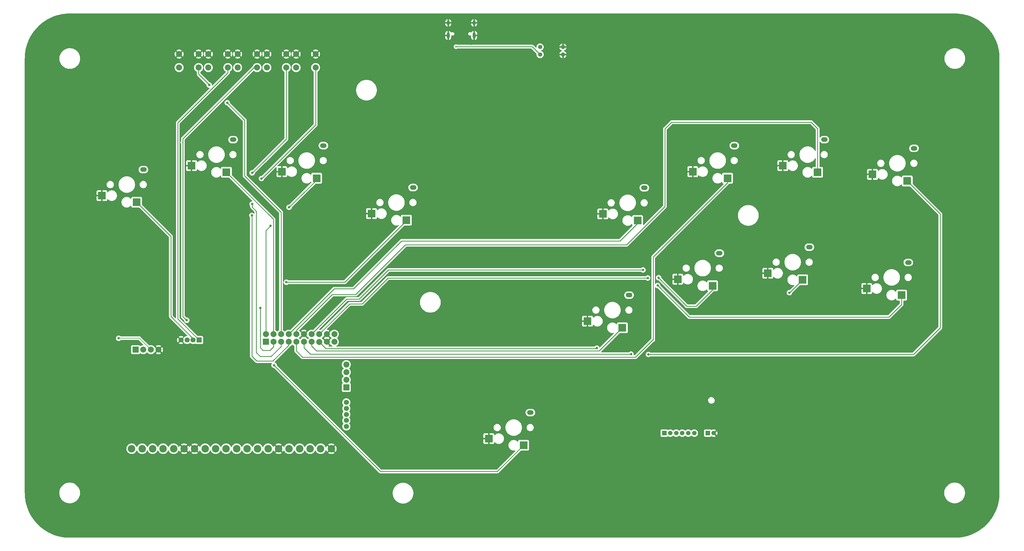
<source format=gbl>
G04 #@! TF.GenerationSoftware,KiCad,Pcbnew,7.0.5*
G04 #@! TF.CreationDate,2023-09-08T18:01:38-04:00*
G04 #@! TF.ProjectId,Rory Hitbox Full Pcb,526f7279-2048-4697-9462-6f782046756c,rev?*
G04 #@! TF.SameCoordinates,Original*
G04 #@! TF.FileFunction,Copper,L2,Bot*
G04 #@! TF.FilePolarity,Positive*
%FSLAX46Y46*%
G04 Gerber Fmt 4.6, Leading zero omitted, Abs format (unit mm)*
G04 Created by KiCad (PCBNEW 7.0.5) date 2023-09-08 18:01:38*
%MOMM*%
%LPD*%
G01*
G04 APERTURE LIST*
G04 #@! TA.AperFunction,ComponentPad*
%ADD10C,2.500000*%
G04 #@! TD*
G04 #@! TA.AperFunction,ComponentPad*
%ADD11R,2.000000X2.000000*%
G04 #@! TD*
G04 #@! TA.AperFunction,ComponentPad*
%ADD12C,2.000000*%
G04 #@! TD*
G04 #@! TA.AperFunction,ComponentPad*
%ADD13C,1.700000*%
G04 #@! TD*
G04 #@! TA.AperFunction,ComponentPad*
%ADD14R,1.700000X1.700000*%
G04 #@! TD*
G04 #@! TA.AperFunction,ComponentPad*
%ADD15O,2.200000X1.500000*%
G04 #@! TD*
G04 #@! TA.AperFunction,SMDPad,CuDef*
%ADD16R,2.600000X2.600000*%
G04 #@! TD*
G04 #@! TA.AperFunction,ComponentPad*
%ADD17C,1.400000*%
G04 #@! TD*
G04 #@! TA.AperFunction,ComponentPad*
%ADD18O,1.400000X1.400000*%
G04 #@! TD*
G04 #@! TA.AperFunction,ComponentPad*
%ADD19O,1.000000X2.100000*%
G04 #@! TD*
G04 #@! TA.AperFunction,ComponentPad*
%ADD20O,1.000000X1.600000*%
G04 #@! TD*
G04 #@! TA.AperFunction,ComponentPad*
%ADD21C,1.499997*%
G04 #@! TD*
G04 #@! TA.AperFunction,ComponentPad*
%ADD22R,1.499997X1.499997*%
G04 #@! TD*
G04 #@! TA.AperFunction,ViaPad*
%ADD23C,0.800000*%
G04 #@! TD*
G04 #@! TA.AperFunction,ViaPad*
%ADD24C,0.500000*%
G04 #@! TD*
G04 #@! TA.AperFunction,Conductor*
%ADD25C,0.250000*%
G04 #@! TD*
G04 #@! TA.AperFunction,Conductor*
%ADD26C,0.200000*%
G04 #@! TD*
G04 #@! TA.AperFunction,Conductor*
%ADD27C,0.000000*%
G04 #@! TD*
G04 APERTURE END LIST*
D10*
X355720000Y-164861000D03*
X359220000Y-164861000D03*
X362720000Y-164861000D03*
X366220000Y-164861000D03*
X369720000Y-164861000D03*
X373220000Y-164861000D03*
X376720000Y-164861000D03*
X380220000Y-164861000D03*
X383720000Y-164861000D03*
X387220000Y-164861000D03*
X390720000Y-164861000D03*
X394220000Y-164861000D03*
X397720000Y-164861000D03*
X401220000Y-164861000D03*
X404720000Y-164861000D03*
X408220000Y-164861000D03*
X411720000Y-164861000D03*
X415220000Y-164861000D03*
X418720000Y-164861000D03*
X422310000Y-164861000D03*
D11*
X357043000Y-131804000D03*
D12*
X359583000Y-131804000D03*
X362123000Y-131804000D03*
X364663000Y-131804000D03*
D13*
X372200000Y-128600000D03*
X374200000Y-128600000D03*
X376200000Y-128600000D03*
D14*
X378200000Y-128600000D03*
D13*
X427294000Y-157420000D03*
X427294000Y-155420000D03*
X427294000Y-153420000D03*
X427294000Y-151420000D03*
X427294000Y-149392000D03*
D11*
X427294000Y-144416000D03*
D12*
X427294000Y-141876000D03*
X427294000Y-139336000D03*
X427294000Y-136796000D03*
X400454000Y-126656000D03*
D11*
X400454000Y-129196000D03*
D12*
X402994000Y-126656000D03*
X402994000Y-129196000D03*
X405534000Y-126656000D03*
X405534000Y-129196000D03*
X408074000Y-126656000D03*
X408074000Y-129196000D03*
X410614000Y-126656000D03*
X410614000Y-129196000D03*
X413154000Y-126656000D03*
X413154000Y-129196000D03*
X415694000Y-126656000D03*
X415694000Y-129192680D03*
X418234000Y-126656000D03*
X418234000Y-129206000D03*
X420774000Y-126656000D03*
X420774000Y-129196000D03*
X423304000Y-126656000D03*
X423304000Y-129196000D03*
X371550000Y-33160000D03*
X378050000Y-33160000D03*
X371550000Y-37660000D03*
X378050000Y-37660000D03*
D15*
X616550000Y-64600000D03*
D16*
X602700000Y-73300000D03*
X614300000Y-75500000D03*
D17*
X491890000Y-33300000D03*
D18*
X499510000Y-33300000D03*
D17*
X491890000Y-30800000D03*
D18*
X499510000Y-30800000D03*
D19*
X469920000Y-26930000D03*
D20*
X469920000Y-22750000D03*
D19*
X461280000Y-26930000D03*
D20*
X461280000Y-22750000D03*
D15*
X419650000Y-63700000D03*
D16*
X405800000Y-72400000D03*
X417400000Y-74600000D03*
D21*
X549790968Y-159664198D03*
D22*
X547790972Y-159664198D03*
D21*
X543290346Y-159664198D03*
X541290350Y-159664198D03*
X539290354Y-159664198D03*
X537290358Y-159664198D03*
X535290362Y-159664198D03*
D22*
X533290366Y-159664198D03*
D15*
X521550000Y-113600000D03*
D16*
X507700000Y-122300000D03*
X519300000Y-124500000D03*
D15*
X359650000Y-71700000D03*
D16*
X345800000Y-80400000D03*
X357400000Y-82600000D03*
X486400000Y-163700000D03*
X474800000Y-161500000D03*
D15*
X488650000Y-152800000D03*
X581650000Y-97600000D03*
D16*
X567800000Y-106300000D03*
X579400000Y-108500000D03*
D15*
X556650000Y-63700000D03*
D16*
X542800000Y-72400000D03*
X554400000Y-74600000D03*
D12*
X391050000Y-33160000D03*
X397550000Y-33160000D03*
X391050000Y-37660000D03*
X397550000Y-37660000D03*
D15*
X389550000Y-61700000D03*
D16*
X375700000Y-70400000D03*
X387300000Y-72600000D03*
D15*
X449550000Y-77700000D03*
D16*
X435700000Y-86400000D03*
X447300000Y-88600000D03*
D12*
X400800000Y-33160000D03*
X407300000Y-33160000D03*
X400800000Y-37660000D03*
X407300000Y-37660000D03*
X381300000Y-33160000D03*
X387800000Y-33160000D03*
X381300000Y-37660000D03*
X387800000Y-37660000D03*
D15*
X614650000Y-102700000D03*
D16*
X600800000Y-111400000D03*
X612400000Y-113600000D03*
D15*
X526650000Y-77800000D03*
D16*
X512800000Y-86500000D03*
X524400000Y-88700000D03*
D15*
X586650000Y-61700000D03*
D16*
X572800000Y-70400000D03*
X584400000Y-72600000D03*
D12*
X410550000Y-33160000D03*
X417050000Y-33160000D03*
X410550000Y-37660000D03*
X417050000Y-37660000D03*
D15*
X551650000Y-99600000D03*
D16*
X537800000Y-108300000D03*
X549400000Y-110500000D03*
D23*
X527800000Y-107900000D03*
X531100000Y-110400000D03*
X526200000Y-105200000D03*
X531400000Y-107800000D03*
X510800000Y-131300000D03*
X575000000Y-112800000D03*
X522200000Y-133300000D03*
X528000000Y-133400000D03*
X403200000Y-137000000D03*
X398600000Y-117900000D03*
X398600000Y-117900000D03*
X407300000Y-109300000D03*
X402000000Y-90500000D03*
X408200000Y-84300000D03*
X395800000Y-87000000D03*
X395900000Y-83200000D03*
X399000000Y-74700000D03*
X395900000Y-72800000D03*
X374100000Y-122000000D03*
X351400000Y-128000000D03*
X351400000Y-128000000D03*
X387600000Y-49400000D03*
X381600000Y-43500000D03*
X468850000Y-29775000D03*
X462250000Y-29675000D03*
D24*
X463850000Y-30675000D03*
D25*
X410614000Y-125386000D02*
X410614000Y-126656000D01*
X422600000Y-113400000D02*
X410614000Y-125386000D01*
X430400000Y-113400000D02*
X422600000Y-113400000D01*
X447000000Y-96800000D02*
X430400000Y-113400000D01*
X533500000Y-84000000D02*
X520700000Y-96800000D01*
X582300000Y-55900000D02*
X535700000Y-55900000D01*
X535700000Y-55900000D02*
X533500000Y-58100000D01*
X533500000Y-58100000D02*
X533500000Y-84000000D01*
X584400000Y-58000000D02*
X582300000Y-55900000D01*
X584400000Y-72600000D02*
X584400000Y-58000000D01*
X520700000Y-96800000D02*
X447000000Y-96800000D01*
X432600000Y-116500000D02*
X428390000Y-116500000D01*
X428390000Y-116500000D02*
X418234000Y-126656000D01*
X441200000Y-107900000D02*
X432600000Y-116500000D01*
X527800000Y-107900000D02*
X441200000Y-107900000D01*
X541600000Y-120900000D02*
X531100000Y-110400000D01*
X608200000Y-120900000D02*
X541600000Y-120900000D01*
X612400000Y-116700000D02*
X608200000Y-120900000D01*
X612400000Y-113600000D02*
X612400000Y-116700000D01*
X431600000Y-114900000D02*
X427450000Y-114900000D01*
X427450000Y-114900000D02*
X415694000Y-126656000D01*
X441300000Y-105200000D02*
X431600000Y-114900000D01*
X526200000Y-105200000D02*
X441300000Y-105200000D01*
X531400000Y-107800000D02*
X531500000Y-108000000D01*
X540800000Y-117300000D02*
X531400000Y-107800000D01*
X543900000Y-117300000D02*
X540800000Y-117300000D01*
X549400000Y-111800000D02*
X543900000Y-117300000D01*
X549400000Y-110500000D02*
X549400000Y-111800000D01*
X429700000Y-111500000D02*
X423230000Y-111500000D01*
X445700000Y-95500000D02*
X429700000Y-111500000D01*
X518500000Y-95500000D02*
X445700000Y-95500000D01*
X524400000Y-89600000D02*
X518500000Y-95500000D01*
X423230000Y-111500000D02*
X408074000Y-126656000D01*
X524400000Y-88700000D02*
X524400000Y-89600000D01*
X477650000Y-172450000D02*
X438650000Y-172450000D01*
X403200000Y-137000000D02*
X438650000Y-172450000D01*
X486400000Y-163700000D02*
X477650000Y-172450000D01*
X510700000Y-131400000D02*
X420428000Y-131400000D01*
X420428000Y-131400000D02*
X418234000Y-129206000D01*
X575000000Y-112800000D02*
X575000000Y-112900000D01*
X575100000Y-112800000D02*
X575000000Y-112800000D01*
X579400000Y-108500000D02*
X575100000Y-112800000D01*
X413154000Y-131154000D02*
X413154000Y-129196000D01*
X415300000Y-133300000D02*
X413154000Y-131154000D01*
X522200000Y-133300000D02*
X415300000Y-133300000D01*
X528000000Y-133400000D02*
X527900000Y-133400000D01*
X616400000Y-133400000D02*
X528000000Y-133400000D01*
X625300000Y-124500000D02*
X616400000Y-133400000D01*
X625300000Y-86500000D02*
X625300000Y-124500000D01*
X614300000Y-75500000D02*
X625300000Y-86500000D01*
X412700000Y-134300000D02*
X523700000Y-134300000D01*
X410614000Y-132214000D02*
X412700000Y-134300000D01*
X523700000Y-134300000D02*
X529600000Y-128400000D01*
X410614000Y-129196000D02*
X410614000Y-132214000D01*
X529600000Y-128400000D02*
X529600000Y-128600000D01*
X529600000Y-100900000D02*
X529600000Y-128400000D01*
X410614000Y-129196000D02*
X410600000Y-129210000D01*
X533200000Y-97300000D02*
X529600000Y-100900000D01*
X554400000Y-76100000D02*
X533200000Y-97300000D01*
X554400000Y-74600000D02*
X554400000Y-76100000D01*
X417300000Y-132200000D02*
X415694000Y-130594000D01*
X415694000Y-130594000D02*
X415694000Y-129192680D01*
X511600000Y-132200000D02*
X417300000Y-132200000D01*
X519300000Y-124500000D02*
X511600000Y-132200000D01*
X397300000Y-85600000D02*
X397300000Y-132800000D01*
X402200000Y-134100000D02*
X405534000Y-130766000D01*
X395900000Y-84200000D02*
X397300000Y-85600000D01*
X397300000Y-132800000D02*
X398600000Y-134100000D01*
X395900000Y-83200000D02*
X395900000Y-84200000D01*
X398600000Y-134100000D02*
X402200000Y-134100000D01*
X405534000Y-130766000D02*
X405534000Y-129196000D01*
X401800000Y-132000000D02*
X402994000Y-130806000D01*
X399500000Y-132000000D02*
X401800000Y-132000000D01*
X398600000Y-131100000D02*
X399500000Y-132000000D01*
X402994000Y-130806000D02*
X402994000Y-129196000D01*
X398600000Y-117900000D02*
X398600000Y-131100000D01*
X407300000Y-109300000D02*
X407400000Y-109300000D01*
X402000000Y-90500000D02*
X400454000Y-92046000D01*
X437400000Y-98700000D02*
X426800000Y-109300000D01*
X426800000Y-109300000D02*
X407300000Y-109300000D01*
X447300000Y-88800000D02*
X437400000Y-98700000D01*
X447300000Y-88600000D02*
X447300000Y-88800000D01*
X400454000Y-92046000D02*
X400454000Y-126656000D01*
X408200000Y-84300000D02*
X408400000Y-84200000D01*
X417400000Y-75200000D02*
X408200000Y-84300000D01*
X417400000Y-74600000D02*
X417400000Y-75200000D01*
X402800000Y-135600000D02*
X408074000Y-130326000D01*
X408074000Y-130326000D02*
X408074000Y-129196000D01*
X397400000Y-135600000D02*
X402800000Y-135600000D01*
X395800000Y-87000000D02*
X395800000Y-134000000D01*
X395800000Y-134000000D02*
X397400000Y-135600000D01*
X399000000Y-74800000D02*
X399100000Y-74700000D01*
X399000000Y-74700000D02*
X399000000Y-74800000D01*
X399100000Y-74700000D02*
X399000000Y-74700000D01*
X395900000Y-72900000D02*
X396000000Y-72800000D01*
X395900000Y-72800000D02*
X395900000Y-72900000D01*
X396000000Y-72800000D02*
X395900000Y-72800000D01*
X399800000Y-69000000D02*
X396000000Y-72800000D01*
X417050000Y-56750000D02*
X399100000Y-74700000D01*
X417050000Y-37660000D02*
X417050000Y-56750000D01*
X407300000Y-61500000D02*
X399800000Y-69000000D01*
X407300000Y-37660000D02*
X407300000Y-61500000D01*
X405534000Y-85934000D02*
X405534000Y-126656000D01*
X393400000Y-73800000D02*
X405534000Y-85934000D01*
X393400000Y-55200000D02*
X393400000Y-73800000D01*
X387600000Y-49400000D02*
X393400000Y-55200000D01*
X387300000Y-72600000D02*
X402994000Y-88294000D01*
X402994000Y-88294000D02*
X402994000Y-126656000D01*
X376200000Y-128600000D02*
X376200000Y-128100000D01*
X368800000Y-94000000D02*
X368800000Y-120700000D01*
X376200000Y-128100000D02*
X368800000Y-120700000D01*
X357400000Y-82600000D02*
X368800000Y-94000000D01*
X374100000Y-122100000D02*
X374100000Y-122100000D01*
X374100000Y-122000000D02*
X374100000Y-122100000D01*
X374000000Y-122000000D02*
X374100000Y-122000000D01*
X372800000Y-120800000D02*
X374000000Y-122000000D01*
X372800000Y-68900000D02*
X372800000Y-120800000D01*
X372800000Y-61400000D02*
X372800000Y-68900000D01*
X380500000Y-53700000D02*
X372800000Y-61400000D01*
X396540000Y-37660000D02*
X380500000Y-53700000D01*
X397550000Y-37660000D02*
X396540000Y-37660000D01*
X371100000Y-56100000D02*
X371100000Y-121500000D01*
X371100000Y-121500000D02*
X378200000Y-128600000D01*
X387800000Y-39400000D02*
X371100000Y-56100000D01*
X387800000Y-37660000D02*
X387800000Y-39400000D01*
D26*
X358319000Y-128000000D02*
X351400000Y-128000000D01*
X362123000Y-131804000D02*
X358319000Y-128000000D01*
D25*
X372610000Y-62600000D02*
X372600000Y-62600000D01*
X378050000Y-39850000D02*
X381600000Y-43400000D01*
X378050000Y-37660000D02*
X378050000Y-39850000D01*
X357400000Y-82600000D02*
X362100000Y-87300000D01*
X489265000Y-30675000D02*
X491890000Y-33300000D01*
X463850000Y-30675000D02*
X489265000Y-30675000D01*
X462250000Y-29675000D02*
X468750000Y-29675000D01*
X462250000Y-29675000D02*
X461260000Y-28685000D01*
X469900000Y-28725000D02*
X468850000Y-29775000D01*
X461260000Y-28685000D02*
X461260000Y-26895000D01*
D27*
X468750000Y-29675000D02*
X468850000Y-29775000D01*
D25*
X469900000Y-26895000D02*
X469900000Y-28725000D01*
G04 #@! TA.AperFunction,Conductor*
G36*
X421997433Y-130065881D02*
G01*
X421999495Y-130065668D01*
X422068208Y-130078331D01*
X422111849Y-130117383D01*
X422112683Y-130116735D01*
X422115830Y-130120779D01*
X422170194Y-130179833D01*
X422284256Y-130303738D01*
X422480491Y-130456474D01*
X422612345Y-130527830D01*
X422637504Y-130541445D01*
X422687094Y-130590665D01*
X422702202Y-130658881D01*
X422678032Y-130724437D01*
X422622256Y-130766518D01*
X422578486Y-130774500D01*
X421498462Y-130774500D01*
X421431423Y-130754815D01*
X421385668Y-130702011D01*
X421375724Y-130632853D01*
X421404749Y-130569297D01*
X421439445Y-130541445D01*
X421597228Y-130456057D01*
X421597231Y-130456055D01*
X421644056Y-130419609D01*
X420983220Y-129758773D01*
X421076588Y-129720099D01*
X421201925Y-129623925D01*
X421298099Y-129498589D01*
X421336772Y-129405220D01*
X421997433Y-130065881D01*
G37*
G04 #@! TD.AperFunction*
G04 #@! TA.AperFunction,Conductor*
G36*
X420249901Y-126958588D02*
G01*
X420346075Y-127083925D01*
X420471412Y-127180099D01*
X420564779Y-127218772D01*
X419903942Y-127879609D01*
X419906583Y-127922152D01*
X419906583Y-127929843D01*
X419903941Y-127972389D01*
X420564779Y-128633227D01*
X420471412Y-128671901D01*
X420346075Y-128768075D01*
X420249901Y-128893411D01*
X420211226Y-128986779D01*
X419550565Y-128326117D01*
X419532496Y-128327991D01*
X419463784Y-128315326D01*
X419426245Y-128284427D01*
X419425637Y-128284988D01*
X419412958Y-128271215D01*
X419253744Y-128098262D01*
X419164567Y-128028852D01*
X419123755Y-127972143D01*
X419120080Y-127902370D01*
X419154712Y-127841687D01*
X419164561Y-127833151D01*
X419253744Y-127763738D01*
X419422164Y-127580785D01*
X419422533Y-127580219D01*
X419422745Y-127580038D01*
X419425322Y-127576729D01*
X419426002Y-127577258D01*
X419475676Y-127534860D01*
X419539138Y-127524697D01*
X419550564Y-127525882D01*
X420211226Y-126865219D01*
X420249901Y-126958588D01*
G37*
G04 #@! TD.AperFunction*
G04 #@! TA.AperFunction,Conductor*
G36*
X421997433Y-127525881D02*
G01*
X421999495Y-127525668D01*
X422068208Y-127538331D01*
X422111849Y-127577383D01*
X422112683Y-127576735D01*
X422115830Y-127580779D01*
X422162720Y-127631715D01*
X422284256Y-127763738D01*
X422367008Y-127828147D01*
X422407821Y-127884857D01*
X422411496Y-127954630D01*
X422376864Y-128015313D01*
X422367014Y-128023848D01*
X422308400Y-128069469D01*
X422284257Y-128088261D01*
X422115837Y-128271213D01*
X422112690Y-128275258D01*
X422111754Y-128274529D01*
X422062926Y-128316182D01*
X421999498Y-128326331D01*
X421997434Y-128326116D01*
X421336772Y-128986778D01*
X421298099Y-128893412D01*
X421201925Y-128768075D01*
X421076588Y-128671901D01*
X420983218Y-128633226D01*
X421644056Y-127972389D01*
X421641415Y-127929844D01*
X421641415Y-127922152D01*
X421644056Y-127879609D01*
X420983220Y-127218773D01*
X421076588Y-127180099D01*
X421201925Y-127083925D01*
X421298099Y-126958589D01*
X421336773Y-126865219D01*
X421997433Y-127525881D01*
G37*
G04 #@! TD.AperFunction*
G04 #@! TA.AperFunction,Conductor*
G36*
X412629901Y-126958588D02*
G01*
X412726075Y-127083925D01*
X412851412Y-127180099D01*
X412944779Y-127218772D01*
X412283942Y-127879609D01*
X412285343Y-127902177D01*
X412269850Y-127970307D01*
X412237744Y-128007713D01*
X412134258Y-128088260D01*
X411975230Y-128261010D01*
X411915342Y-128297001D01*
X411845504Y-128294900D01*
X411792770Y-128261010D01*
X411753108Y-128217926D01*
X411633744Y-128088262D01*
X411550991Y-128023852D01*
X411510179Y-127967143D01*
X411506504Y-127897370D01*
X411541136Y-127836687D01*
X411550985Y-127828151D01*
X411633744Y-127763738D01*
X411802164Y-127580785D01*
X411802533Y-127580219D01*
X411802745Y-127580038D01*
X411805322Y-127576729D01*
X411806002Y-127577258D01*
X411855676Y-127534860D01*
X411919138Y-127524697D01*
X411930564Y-127525882D01*
X412591226Y-126865218D01*
X412629901Y-126958588D01*
G37*
G04 #@! TD.AperFunction*
G04 #@! TA.AperFunction,Conductor*
G36*
X414377434Y-127525882D02*
G01*
X414388861Y-127524697D01*
X414457573Y-127537360D01*
X414502092Y-127577194D01*
X414502683Y-127576735D01*
X414505218Y-127579992D01*
X414505456Y-127580205D01*
X414505831Y-127580780D01*
X414548821Y-127627480D01*
X414674256Y-127763738D01*
X414674259Y-127763740D01*
X414674262Y-127763743D01*
X414754875Y-127826487D01*
X414795688Y-127883197D01*
X414799363Y-127952970D01*
X414764731Y-128013653D01*
X414754875Y-128022193D01*
X414674262Y-128084936D01*
X414674252Y-128084945D01*
X414513700Y-128259350D01*
X414453813Y-128295341D01*
X414383975Y-128293240D01*
X414331242Y-128259350D01*
X414173744Y-128088262D01*
X414070253Y-128007712D01*
X414029442Y-127951003D01*
X414022655Y-127902176D01*
X414024056Y-127879609D01*
X413363220Y-127218773D01*
X413456588Y-127180099D01*
X413581925Y-127083925D01*
X413678099Y-126958589D01*
X413716773Y-126865220D01*
X414377434Y-127525882D01*
G37*
G04 #@! TD.AperFunction*
G04 #@! TA.AperFunction,Conductor*
G36*
X630094182Y-19593917D02*
G01*
X630681719Y-19608806D01*
X630681719Y-19608829D01*
X630681817Y-19608809D01*
X630682153Y-19608817D01*
X630854525Y-19613332D01*
X630857530Y-19613486D01*
X631317907Y-19648545D01*
X631624792Y-19672697D01*
X631627671Y-19672994D01*
X632059063Y-19727936D01*
X632390949Y-19771630D01*
X632393700Y-19772057D01*
X632810578Y-19846775D01*
X633150972Y-19909863D01*
X633153634Y-19910419D01*
X633560151Y-20004753D01*
X633860286Y-20076809D01*
X633902781Y-20087012D01*
X633905363Y-20087691D01*
X634030484Y-20123492D01*
X634302940Y-20201451D01*
X634644541Y-20302639D01*
X634646950Y-20303407D01*
X635035724Y-20436293D01*
X635374215Y-20556159D01*
X635376442Y-20556998D01*
X635756318Y-20708740D01*
X636089651Y-20846811D01*
X636089721Y-20846840D01*
X636091880Y-20847783D01*
X636258620Y-20924394D01*
X636462376Y-21018014D01*
X636789399Y-21173996D01*
X636791367Y-21174979D01*
X637151870Y-21363290D01*
X637471256Y-21536703D01*
X637473106Y-21537749D01*
X637785201Y-21721469D01*
X637822972Y-21743703D01*
X638133487Y-21933987D01*
X638135197Y-21935074D01*
X638176349Y-21962195D01*
X638473745Y-22158195D01*
X638774423Y-22364845D01*
X638775962Y-22365939D01*
X639101977Y-22605337D01*
X639103003Y-22606107D01*
X639392120Y-22827954D01*
X639392219Y-22828030D01*
X639393638Y-22829152D01*
X639544332Y-22952027D01*
X639706899Y-23084583D01*
X639707984Y-23085489D01*
X639985373Y-23322401D01*
X639986672Y-23323541D01*
X640286441Y-23594373D01*
X640287555Y-23595405D01*
X640552283Y-23846621D01*
X640553445Y-23847754D01*
X640839065Y-24133374D01*
X640840165Y-24134502D01*
X640998942Y-24301818D01*
X641091360Y-24399207D01*
X641092392Y-24400321D01*
X641363259Y-24700128D01*
X641364399Y-24701427D01*
X641601307Y-24978811D01*
X641602213Y-24979896D01*
X641857629Y-25293138D01*
X641858766Y-25294576D01*
X642080673Y-25583771D01*
X642081459Y-25584818D01*
X642320857Y-25910833D01*
X642321969Y-25912398D01*
X642370917Y-25983618D01*
X642528600Y-26213048D01*
X642751741Y-26551625D01*
X642752787Y-26553271D01*
X642910387Y-26810450D01*
X642943074Y-26863791D01*
X643149047Y-27213688D01*
X643150104Y-27215557D01*
X643323507Y-27534926D01*
X643511789Y-27895372D01*
X643512795Y-27897386D01*
X643668829Y-28224518D01*
X643839000Y-28594882D01*
X643839943Y-28597042D01*
X643978062Y-28930490D01*
X644129791Y-29310336D01*
X644130659Y-29312639D01*
X644250508Y-29651083D01*
X644314494Y-29838278D01*
X644380195Y-30030494D01*
X644383380Y-30039810D01*
X644384159Y-30042255D01*
X644485362Y-30383910D01*
X644599107Y-30781433D01*
X644599786Y-30784015D01*
X644682048Y-31126657D01*
X644776376Y-31533149D01*
X644776943Y-31535865D01*
X644840018Y-31876187D01*
X644914735Y-32293068D01*
X644915177Y-32295913D01*
X644958858Y-32627705D01*
X644971804Y-32729348D01*
X644999503Y-32946840D01*
X645000000Y-32954667D01*
X645000000Y-181232103D01*
X644999503Y-181239935D01*
X644989484Y-181318608D01*
X644958756Y-181559872D01*
X644915186Y-181890817D01*
X644914744Y-181893663D01*
X644839921Y-182311130D01*
X644776956Y-182650856D01*
X644776389Y-182653572D01*
X644681936Y-183060609D01*
X644599809Y-183402689D01*
X644599130Y-183405271D01*
X644485232Y-183803328D01*
X644384190Y-184144439D01*
X644383411Y-184146883D01*
X644250389Y-184536053D01*
X644130693Y-184874064D01*
X644129825Y-184876367D01*
X643977939Y-185256606D01*
X643839985Y-185589655D01*
X643839042Y-185591815D01*
X643668701Y-185962548D01*
X643512854Y-186289289D01*
X643511848Y-186291304D01*
X643323370Y-186652125D01*
X643150165Y-186971129D01*
X643149108Y-186972998D01*
X642942958Y-187323196D01*
X642752879Y-187633377D01*
X642751783Y-187635101D01*
X642528475Y-187973933D01*
X642322043Y-188274293D01*
X642320921Y-188275872D01*
X642081363Y-188602104D01*
X642080577Y-188603151D01*
X641858845Y-188892119D01*
X641857708Y-188893557D01*
X641602107Y-189207026D01*
X641601201Y-189208111D01*
X641364491Y-189485263D01*
X641363351Y-189486562D01*
X641092295Y-189786579D01*
X641091263Y-189787693D01*
X640840278Y-190052177D01*
X640839145Y-190053339D01*
X640553339Y-190339145D01*
X640552177Y-190340278D01*
X640287693Y-190591263D01*
X640286579Y-190592295D01*
X639986562Y-190863351D01*
X639985263Y-190864491D01*
X639708111Y-191101201D01*
X639707026Y-191102107D01*
X639393557Y-191357708D01*
X639392119Y-191358845D01*
X639103151Y-191580577D01*
X639102104Y-191581363D01*
X638775872Y-191820921D01*
X638774293Y-191822043D01*
X638473933Y-192028475D01*
X638135101Y-192251783D01*
X638133377Y-192252879D01*
X637823196Y-192442958D01*
X637472998Y-192649108D01*
X637471129Y-192650165D01*
X637152125Y-192823370D01*
X636791304Y-193011848D01*
X636789289Y-193012854D01*
X636462548Y-193168701D01*
X636091815Y-193339042D01*
X636089655Y-193339985D01*
X635756606Y-193477939D01*
X635376367Y-193629825D01*
X635374064Y-193630693D01*
X635036053Y-193750389D01*
X634646883Y-193883411D01*
X634644439Y-193884190D01*
X634303328Y-193985232D01*
X633905271Y-194099130D01*
X633902689Y-194099809D01*
X633560609Y-194181936D01*
X633153572Y-194276389D01*
X633150856Y-194276956D01*
X632811130Y-194339921D01*
X632393663Y-194414744D01*
X632390817Y-194415186D01*
X632059888Y-194458754D01*
X631917990Y-194476826D01*
X631739933Y-194499503D01*
X631732105Y-194500000D01*
X333454699Y-194500000D01*
X333446869Y-194499503D01*
X333270050Y-194476984D01*
X333125848Y-194458618D01*
X332796081Y-194415204D01*
X332793235Y-194414762D01*
X332374846Y-194339773D01*
X332036045Y-194276980D01*
X332033329Y-194276413D01*
X331625602Y-194181799D01*
X331284200Y-194099835D01*
X331281618Y-194099156D01*
X330883042Y-193985109D01*
X330542450Y-193884221D01*
X330540006Y-193883442D01*
X330150388Y-193750267D01*
X329812827Y-193630731D01*
X329810524Y-193629863D01*
X329429890Y-193477819D01*
X329097237Y-193340028D01*
X329095078Y-193339085D01*
X328723991Y-193168582D01*
X328397609Y-193012906D01*
X328395594Y-193011900D01*
X328034425Y-192823240D01*
X327715778Y-192650229D01*
X327713909Y-192649172D01*
X327363403Y-192442841D01*
X327053495Y-192252929D01*
X327051788Y-192251844D01*
X326712716Y-192028376D01*
X326412608Y-191822118D01*
X326411029Y-191820996D01*
X326084544Y-191581253D01*
X326083497Y-191580467D01*
X325794783Y-191358930D01*
X325793345Y-191357793D01*
X325479633Y-191101994D01*
X325478548Y-191101088D01*
X325201636Y-190864583D01*
X325200337Y-190863443D01*
X324900089Y-190592178D01*
X324898975Y-190591146D01*
X324858751Y-190552975D01*
X324634710Y-190340368D01*
X324633591Y-190339277D01*
X324347513Y-190053198D01*
X324346408Y-190052065D01*
X324095644Y-189787815D01*
X324094624Y-189786713D01*
X323823353Y-189486458D01*
X323822213Y-189485159D01*
X323585708Y-189208247D01*
X323584802Y-189207162D01*
X323467103Y-189062816D01*
X323328986Y-188893429D01*
X323327865Y-188892011D01*
X323106326Y-188603295D01*
X323105540Y-188602248D01*
X323105434Y-188602104D01*
X322865789Y-188275751D01*
X322864686Y-188274199D01*
X322658439Y-187974108D01*
X322435015Y-187635101D01*
X322434954Y-187635008D01*
X322433858Y-187633284D01*
X322243950Y-187323383D01*
X322037624Y-186972885D01*
X322036567Y-186971016D01*
X321863560Y-186652377D01*
X321674887Y-186291182D01*
X321673881Y-186289167D01*
X321518271Y-185962925D01*
X321347670Y-185591627D01*
X321346785Y-185589601D01*
X321208973Y-185256891D01*
X321056929Y-184876257D01*
X321056086Y-184874020D01*
X320936541Y-184536436D01*
X320803334Y-184146725D01*
X320802587Y-184144382D01*
X320701687Y-183803747D01*
X320587642Y-183405178D01*
X320586963Y-183402596D01*
X320504999Y-183061192D01*
X320410387Y-182653477D01*
X320409822Y-182650770D01*
X320409284Y-182647870D01*
X320347024Y-182311948D01*
X320272032Y-181893536D01*
X320271603Y-181890776D01*
X320228176Y-181560921D01*
X320172977Y-181127507D01*
X320172680Y-181124623D01*
X320148784Y-180820999D01*
X320113479Y-180357379D01*
X320113324Y-180354361D01*
X320109040Y-180190771D01*
X320109021Y-180190002D01*
X320109040Y-180190002D01*
X320109018Y-180189903D01*
X320099570Y-179817082D01*
X331619500Y-179817082D01*
X331659953Y-180189047D01*
X331740386Y-180554461D01*
X331800476Y-180732798D01*
X331859858Y-180909038D01*
X331859860Y-180909043D01*
X331859862Y-180909048D01*
X332016959Y-181248608D01*
X332016966Y-181248621D01*
X332209853Y-181569205D01*
X332209857Y-181569210D01*
X332209861Y-181569216D01*
X332209864Y-181569220D01*
X332263077Y-181639220D01*
X332436296Y-181867086D01*
X332436297Y-181867087D01*
X332693608Y-182138727D01*
X332978770Y-182380947D01*
X332978774Y-182380950D01*
X332978779Y-182380954D01*
X333082022Y-182450954D01*
X333288465Y-182590926D01*
X333288469Y-182590928D01*
X333619045Y-182766189D01*
X333619049Y-182766190D01*
X333619054Y-182766193D01*
X333966635Y-182904681D01*
X333966637Y-182904682D01*
X334164804Y-182959702D01*
X334327155Y-183004779D01*
X334696387Y-183065311D01*
X334836457Y-183072905D01*
X334976526Y-183080500D01*
X334976528Y-183080500D01*
X335163474Y-183080500D01*
X335275528Y-183074424D01*
X335443613Y-183065311D01*
X335812845Y-183004779D01*
X336065134Y-182934730D01*
X336173362Y-182904682D01*
X336173364Y-182904681D01*
X336173363Y-182904681D01*
X336173368Y-182904680D01*
X336520955Y-182766189D01*
X336851531Y-182590928D01*
X337161221Y-182380954D01*
X337446392Y-182138727D01*
X337703703Y-181867087D01*
X337930136Y-181569220D01*
X337930142Y-181569209D01*
X337930146Y-181569205D01*
X338080924Y-181318608D01*
X338123036Y-181248617D01*
X338280142Y-180909038D01*
X338399613Y-180554462D01*
X338480046Y-180189049D01*
X338512887Y-179887082D01*
X442749500Y-179887082D01*
X442789953Y-180259047D01*
X442870386Y-180624461D01*
X442906890Y-180732798D01*
X442989858Y-180979038D01*
X442989860Y-180979043D01*
X442989862Y-180979048D01*
X443146959Y-181318608D01*
X443146966Y-181318621D01*
X443339853Y-181639205D01*
X443339857Y-181639210D01*
X443339861Y-181639216D01*
X443339864Y-181639220D01*
X443501773Y-181852208D01*
X443566296Y-181937086D01*
X443566297Y-181937087D01*
X443823608Y-182208727D01*
X444108770Y-182450947D01*
X444108774Y-182450950D01*
X444108779Y-182450954D01*
X444259830Y-182553369D01*
X444418465Y-182660926D01*
X444418469Y-182660928D01*
X444749045Y-182836189D01*
X444749049Y-182836190D01*
X444749054Y-182836193D01*
X445096635Y-182974681D01*
X445096637Y-182974682D01*
X445294804Y-183029702D01*
X445457155Y-183074779D01*
X445826387Y-183135311D01*
X445966457Y-183142905D01*
X446106526Y-183150500D01*
X446106528Y-183150500D01*
X446293474Y-183150500D01*
X446405528Y-183144424D01*
X446573613Y-183135311D01*
X446942845Y-183074779D01*
X447265043Y-182985321D01*
X447303362Y-182974682D01*
X447303364Y-182974681D01*
X447303363Y-182974681D01*
X447303368Y-182974680D01*
X447650955Y-182836189D01*
X447981531Y-182660928D01*
X448291221Y-182450954D01*
X448576392Y-182208727D01*
X448833703Y-181937087D01*
X449060136Y-181639220D01*
X449060142Y-181639209D01*
X449060146Y-181639205D01*
X449180055Y-181439912D01*
X449253036Y-181318617D01*
X449410142Y-180979038D01*
X449529613Y-180624462D01*
X449610046Y-180259049D01*
X449650500Y-179887081D01*
X449650500Y-179817082D01*
X626629500Y-179817082D01*
X626669953Y-180189047D01*
X626750386Y-180554461D01*
X626810476Y-180732798D01*
X626869858Y-180909038D01*
X626869860Y-180909043D01*
X626869862Y-180909048D01*
X627026959Y-181248608D01*
X627026966Y-181248621D01*
X627219853Y-181569205D01*
X627219857Y-181569210D01*
X627219861Y-181569216D01*
X627219864Y-181569220D01*
X627273077Y-181639220D01*
X627446296Y-181867086D01*
X627446297Y-181867087D01*
X627703608Y-182138727D01*
X627988770Y-182380947D01*
X627988774Y-182380950D01*
X627988779Y-182380954D01*
X628092022Y-182450954D01*
X628298465Y-182590926D01*
X628298469Y-182590928D01*
X628629045Y-182766189D01*
X628629049Y-182766190D01*
X628629054Y-182766193D01*
X628976635Y-182904681D01*
X628976637Y-182904682D01*
X629174804Y-182959702D01*
X629337155Y-183004779D01*
X629706387Y-183065311D01*
X629846457Y-183072905D01*
X629986526Y-183080500D01*
X629986528Y-183080500D01*
X630173474Y-183080500D01*
X630285528Y-183074424D01*
X630453613Y-183065311D01*
X630822845Y-183004779D01*
X631075134Y-182934730D01*
X631183362Y-182904682D01*
X631183364Y-182904681D01*
X631183363Y-182904681D01*
X631183368Y-182904680D01*
X631530955Y-182766189D01*
X631861531Y-182590928D01*
X632171221Y-182380954D01*
X632456392Y-182138727D01*
X632713703Y-181867087D01*
X632940136Y-181569220D01*
X632940142Y-181569209D01*
X632940146Y-181569205D01*
X633090924Y-181318608D01*
X633133036Y-181248617D01*
X633290142Y-180909038D01*
X633409613Y-180554462D01*
X633490046Y-180189049D01*
X633530500Y-179817081D01*
X633530500Y-179442919D01*
X633490046Y-179070951D01*
X633409613Y-178705538D01*
X633290142Y-178350962D01*
X633165425Y-178081391D01*
X633133040Y-178011391D01*
X633133033Y-178011378D01*
X632940146Y-177690794D01*
X632940142Y-177690789D01*
X632940139Y-177690785D01*
X632940136Y-177690780D01*
X632713703Y-177392913D01*
X632456392Y-177121273D01*
X632456391Y-177121272D01*
X632171229Y-176879052D01*
X632171223Y-176879048D01*
X632171221Y-176879046D01*
X632091901Y-176825266D01*
X631861534Y-176669073D01*
X631530963Y-176493815D01*
X631530945Y-176493806D01*
X631183364Y-176355318D01*
X631183362Y-176355317D01*
X630822853Y-176255223D01*
X630822850Y-176255222D01*
X630822846Y-176255221D01*
X630822845Y-176255221D01*
X630695931Y-176234414D01*
X630453609Y-176194688D01*
X630453610Y-176194688D01*
X630173474Y-176179500D01*
X630173472Y-176179500D01*
X629986528Y-176179500D01*
X629986526Y-176179500D01*
X629706389Y-176194688D01*
X629337149Y-176255222D01*
X629337146Y-176255223D01*
X628976637Y-176355317D01*
X628976635Y-176355318D01*
X628629054Y-176493806D01*
X628629036Y-176493815D01*
X628298465Y-176669073D01*
X627988780Y-176879045D01*
X627988770Y-176879052D01*
X627703608Y-177121272D01*
X627446297Y-177392912D01*
X627446296Y-177392913D01*
X627219857Y-177690789D01*
X627219853Y-177690794D01*
X627026966Y-178011378D01*
X627026959Y-178011391D01*
X626869862Y-178350951D01*
X626750386Y-178705538D01*
X626669953Y-179070952D01*
X626629500Y-179442917D01*
X626629500Y-179817082D01*
X449650500Y-179817082D01*
X449650500Y-179512919D01*
X449610046Y-179140951D01*
X449529613Y-178775538D01*
X449410142Y-178420962D01*
X449377757Y-178350962D01*
X449253040Y-178081391D01*
X449253033Y-178081378D01*
X449060146Y-177760794D01*
X449060142Y-177760789D01*
X449060139Y-177760785D01*
X449060136Y-177760780D01*
X448833703Y-177462913D01*
X448576392Y-177191273D01*
X448493981Y-177121272D01*
X448291229Y-176949052D01*
X448291223Y-176949048D01*
X448291221Y-176949046D01*
X448187977Y-176879045D01*
X447981534Y-176739073D01*
X447650963Y-176563815D01*
X447650945Y-176563806D01*
X447303364Y-176425318D01*
X447303362Y-176425317D01*
X446942853Y-176325223D01*
X446942850Y-176325222D01*
X446942846Y-176325221D01*
X446942845Y-176325221D01*
X446815931Y-176304414D01*
X446573609Y-176264688D01*
X446573610Y-176264688D01*
X446293474Y-176249500D01*
X446293472Y-176249500D01*
X446106528Y-176249500D01*
X446106526Y-176249500D01*
X445826389Y-176264688D01*
X445457149Y-176325222D01*
X445457146Y-176325223D01*
X445096637Y-176425317D01*
X445096635Y-176425318D01*
X444749054Y-176563806D01*
X444749036Y-176563815D01*
X444418465Y-176739073D01*
X444108780Y-176949045D01*
X444108770Y-176949052D01*
X443823608Y-177191272D01*
X443566297Y-177462912D01*
X443566296Y-177462913D01*
X443339857Y-177760789D01*
X443339853Y-177760794D01*
X443146966Y-178081378D01*
X443146959Y-178081391D01*
X442989862Y-178420951D01*
X442870386Y-178775538D01*
X442789953Y-179140952D01*
X442749500Y-179512917D01*
X442749500Y-179887082D01*
X338512887Y-179887082D01*
X338520500Y-179817081D01*
X338520500Y-179442919D01*
X338480046Y-179070951D01*
X338399613Y-178705538D01*
X338280142Y-178350962D01*
X338155425Y-178081391D01*
X338123040Y-178011391D01*
X338123033Y-178011378D01*
X337930146Y-177690794D01*
X337930142Y-177690789D01*
X337930139Y-177690785D01*
X337930136Y-177690780D01*
X337703703Y-177392913D01*
X337446392Y-177121273D01*
X337446391Y-177121272D01*
X337161229Y-176879052D01*
X337161223Y-176879048D01*
X337161221Y-176879046D01*
X337081901Y-176825266D01*
X336851534Y-176669073D01*
X336520963Y-176493815D01*
X336520945Y-176493806D01*
X336173364Y-176355318D01*
X336173362Y-176355317D01*
X335812853Y-176255223D01*
X335812850Y-176255222D01*
X335812846Y-176255221D01*
X335812845Y-176255221D01*
X335685931Y-176234414D01*
X335443609Y-176194688D01*
X335443610Y-176194688D01*
X335163474Y-176179500D01*
X335163472Y-176179500D01*
X334976528Y-176179500D01*
X334976526Y-176179500D01*
X334696389Y-176194688D01*
X334327149Y-176255222D01*
X334327146Y-176255223D01*
X333966637Y-176355317D01*
X333966635Y-176355318D01*
X333619054Y-176493806D01*
X333619036Y-176493815D01*
X333288465Y-176669073D01*
X332978780Y-176879045D01*
X332978770Y-176879052D01*
X332693608Y-177121272D01*
X332436297Y-177392912D01*
X332436296Y-177392913D01*
X332209857Y-177690789D01*
X332209853Y-177690794D01*
X332016966Y-178011378D01*
X332016959Y-178011391D01*
X331859862Y-178350951D01*
X331740386Y-178705538D01*
X331659953Y-179070952D01*
X331619500Y-179442917D01*
X331619500Y-179817082D01*
X320099570Y-179817082D01*
X320093915Y-179593941D01*
X320093898Y-179592545D01*
X320093898Y-164861004D01*
X353964592Y-164861004D01*
X353984196Y-165122620D01*
X353984197Y-165122625D01*
X354042576Y-165378402D01*
X354042578Y-165378411D01*
X354042580Y-165378416D01*
X354138432Y-165622643D01*
X354269614Y-165849857D01*
X354401736Y-166015533D01*
X354433198Y-166054985D01*
X354614753Y-166223441D01*
X354625521Y-166233433D01*
X354842296Y-166381228D01*
X354842301Y-166381230D01*
X354842302Y-166381231D01*
X354842303Y-166381232D01*
X354967843Y-166441688D01*
X355078673Y-166495061D01*
X355078674Y-166495061D01*
X355078677Y-166495063D01*
X355329385Y-166572396D01*
X355588818Y-166611500D01*
X355851182Y-166611500D01*
X356110615Y-166572396D01*
X356361323Y-166495063D01*
X356597704Y-166381228D01*
X356814479Y-166233433D01*
X357006805Y-166054981D01*
X357170386Y-165849857D01*
X357301568Y-165622643D01*
X357354572Y-165487589D01*
X357397387Y-165432376D01*
X357463257Y-165409075D01*
X357531268Y-165425086D01*
X357579827Y-165475323D01*
X357585425Y-165487584D01*
X357638432Y-165622643D01*
X357769614Y-165849857D01*
X357901736Y-166015533D01*
X357933198Y-166054985D01*
X358114753Y-166223441D01*
X358125521Y-166233433D01*
X358342296Y-166381228D01*
X358342301Y-166381230D01*
X358342302Y-166381231D01*
X358342303Y-166381232D01*
X358467843Y-166441688D01*
X358578673Y-166495061D01*
X358578674Y-166495061D01*
X358578677Y-166495063D01*
X358829385Y-166572396D01*
X359088818Y-166611500D01*
X359351182Y-166611500D01*
X359610615Y-166572396D01*
X359861323Y-166495063D01*
X360097704Y-166381228D01*
X360314479Y-166233433D01*
X360506805Y-166054981D01*
X360670386Y-165849857D01*
X360801568Y-165622643D01*
X360854572Y-165487589D01*
X360897387Y-165432376D01*
X360963257Y-165409075D01*
X361031268Y-165425086D01*
X361079827Y-165475323D01*
X361085425Y-165487584D01*
X361138432Y-165622643D01*
X361269614Y-165849857D01*
X361401736Y-166015533D01*
X361433198Y-166054985D01*
X361614753Y-166223441D01*
X361625521Y-166233433D01*
X361842296Y-166381228D01*
X361842301Y-166381230D01*
X361842302Y-166381231D01*
X361842303Y-166381232D01*
X361967843Y-166441688D01*
X362078673Y-166495061D01*
X362078674Y-166495061D01*
X362078677Y-166495063D01*
X362329385Y-166572396D01*
X362588818Y-166611500D01*
X362851182Y-166611500D01*
X363110615Y-166572396D01*
X363361323Y-166495063D01*
X363597704Y-166381228D01*
X363814479Y-166233433D01*
X364006805Y-166054981D01*
X364170386Y-165849857D01*
X364301568Y-165622643D01*
X364354572Y-165487589D01*
X364397387Y-165432376D01*
X364463257Y-165409075D01*
X364531268Y-165425086D01*
X364579827Y-165475323D01*
X364585425Y-165487584D01*
X364638432Y-165622643D01*
X364769614Y-165849857D01*
X364901736Y-166015533D01*
X364933198Y-166054985D01*
X365114753Y-166223441D01*
X365125521Y-166233433D01*
X365342296Y-166381228D01*
X365342301Y-166381230D01*
X365342302Y-166381231D01*
X365342303Y-166381232D01*
X365467843Y-166441688D01*
X365578673Y-166495061D01*
X365578674Y-166495061D01*
X365578677Y-166495063D01*
X365829385Y-166572396D01*
X366088818Y-166611500D01*
X366351182Y-166611500D01*
X366610615Y-166572396D01*
X366861323Y-166495063D01*
X367097704Y-166381228D01*
X367314479Y-166233433D01*
X367506805Y-166054981D01*
X367670386Y-165849857D01*
X367801568Y-165622643D01*
X367854572Y-165487589D01*
X367897387Y-165432376D01*
X367963257Y-165409075D01*
X368031268Y-165425086D01*
X368079827Y-165475323D01*
X368085425Y-165487584D01*
X368138432Y-165622643D01*
X368269614Y-165849857D01*
X368401736Y-166015533D01*
X368433198Y-166054985D01*
X368614753Y-166223441D01*
X368625521Y-166233433D01*
X368842296Y-166381228D01*
X368842301Y-166381230D01*
X368842302Y-166381231D01*
X368842303Y-166381232D01*
X368967843Y-166441688D01*
X369078673Y-166495061D01*
X369078674Y-166495061D01*
X369078677Y-166495063D01*
X369329385Y-166572396D01*
X369588818Y-166611500D01*
X369851182Y-166611500D01*
X370110615Y-166572396D01*
X370361323Y-166495063D01*
X370597704Y-166381228D01*
X370814479Y-166233433D01*
X371006805Y-166054981D01*
X371170386Y-165849857D01*
X371301568Y-165622643D01*
X371354840Y-165486905D01*
X371397655Y-165431693D01*
X371463525Y-165408392D01*
X371531536Y-165424403D01*
X371580094Y-165474640D01*
X371585696Y-165486907D01*
X371638883Y-165622426D01*
X371770030Y-165849577D01*
X371817873Y-165909571D01*
X371817874Y-165909571D01*
X372542803Y-165184641D01*
X372566059Y-165238553D01*
X372670756Y-165379185D01*
X372805062Y-165491882D01*
X372896665Y-165537886D01*
X372170831Y-166263720D01*
X372342546Y-166380793D01*
X372342550Y-166380795D01*
X372578854Y-166494594D01*
X372578858Y-166494595D01*
X372829494Y-166571907D01*
X372829500Y-166571909D01*
X373088848Y-166610999D01*
X373088857Y-166611000D01*
X373351143Y-166611000D01*
X373351151Y-166610999D01*
X373610499Y-166571909D01*
X373610505Y-166571907D01*
X373861143Y-166494595D01*
X374097445Y-166380798D01*
X374097456Y-166380791D01*
X374269167Y-166263720D01*
X373545946Y-165540498D01*
X373558891Y-165535787D01*
X373705373Y-165439445D01*
X373825688Y-165311918D01*
X373898447Y-165185894D01*
X374622124Y-165909571D01*
X374669974Y-165849570D01*
X374801116Y-165622426D01*
X374854572Y-165486224D01*
X374897387Y-165431010D01*
X374963257Y-165407709D01*
X375031268Y-165423720D01*
X375079827Y-165473957D01*
X375085428Y-165486224D01*
X375138883Y-165622426D01*
X375270030Y-165849577D01*
X375317873Y-165909571D01*
X375317874Y-165909571D01*
X376042803Y-165184641D01*
X376066059Y-165238553D01*
X376170756Y-165379185D01*
X376305062Y-165491882D01*
X376396665Y-165537886D01*
X375670831Y-166263720D01*
X375842546Y-166380793D01*
X375842550Y-166380795D01*
X376078854Y-166494594D01*
X376078858Y-166494595D01*
X376329494Y-166571907D01*
X376329500Y-166571909D01*
X376588848Y-166610999D01*
X376588857Y-166611000D01*
X376851143Y-166611000D01*
X376851151Y-166610999D01*
X377110499Y-166571909D01*
X377110505Y-166571907D01*
X377361143Y-166494595D01*
X377597445Y-166380798D01*
X377597456Y-166380791D01*
X377769167Y-166263720D01*
X377045946Y-165540498D01*
X377058891Y-165535787D01*
X377205373Y-165439445D01*
X377325688Y-165311918D01*
X377398447Y-165185894D01*
X378122124Y-165909571D01*
X378169974Y-165849570D01*
X378301114Y-165622430D01*
X378354302Y-165486908D01*
X378397118Y-165431694D01*
X378462988Y-165408392D01*
X378530998Y-165424402D01*
X378579557Y-165474640D01*
X378585159Y-165486906D01*
X378585428Y-165487591D01*
X378638432Y-165622643D01*
X378769614Y-165849857D01*
X378901736Y-166015533D01*
X378933198Y-166054985D01*
X379114753Y-166223441D01*
X379125521Y-166233433D01*
X379342296Y-166381228D01*
X379342301Y-166381230D01*
X379342302Y-166381231D01*
X379342303Y-166381232D01*
X379467843Y-166441688D01*
X379578673Y-166495061D01*
X379578674Y-166495061D01*
X379578677Y-166495063D01*
X379829385Y-166572396D01*
X380088818Y-166611500D01*
X380351182Y-166611500D01*
X380610615Y-166572396D01*
X380861323Y-166495063D01*
X381097704Y-166381228D01*
X381314479Y-166233433D01*
X381506805Y-166054981D01*
X381670386Y-165849857D01*
X381801568Y-165622643D01*
X381854572Y-165487589D01*
X381897387Y-165432376D01*
X381963257Y-165409075D01*
X382031268Y-165425086D01*
X382079827Y-165475323D01*
X382085425Y-165487584D01*
X382138432Y-165622643D01*
X382269614Y-165849857D01*
X382401736Y-166015533D01*
X382433198Y-166054985D01*
X382614753Y-166223441D01*
X382625521Y-166233433D01*
X382842296Y-166381228D01*
X382842301Y-166381230D01*
X382842302Y-166381231D01*
X382842303Y-166381232D01*
X382967843Y-166441688D01*
X383078673Y-166495061D01*
X383078674Y-166495061D01*
X383078677Y-166495063D01*
X383329385Y-166572396D01*
X383588818Y-166611500D01*
X383851182Y-166611500D01*
X384110615Y-166572396D01*
X384361323Y-166495063D01*
X384597704Y-166381228D01*
X384814479Y-166233433D01*
X385006805Y-166054981D01*
X385170386Y-165849857D01*
X385301568Y-165622643D01*
X385354574Y-165487585D01*
X385397386Y-165432377D01*
X385463256Y-165409075D01*
X385531266Y-165425085D01*
X385579825Y-165475323D01*
X385585427Y-165487589D01*
X385604748Y-165536818D01*
X385638432Y-165622643D01*
X385769614Y-165849857D01*
X385901736Y-166015533D01*
X385933198Y-166054985D01*
X386114753Y-166223441D01*
X386125521Y-166233433D01*
X386342296Y-166381228D01*
X386342301Y-166381230D01*
X386342302Y-166381231D01*
X386342303Y-166381232D01*
X386467843Y-166441688D01*
X386578673Y-166495061D01*
X386578674Y-166495061D01*
X386578677Y-166495063D01*
X386829385Y-166572396D01*
X387088818Y-166611500D01*
X387351182Y-166611500D01*
X387610615Y-166572396D01*
X387861323Y-166495063D01*
X388097704Y-166381228D01*
X388314479Y-166233433D01*
X388506805Y-166054981D01*
X388670386Y-165849857D01*
X388801568Y-165622643D01*
X388854572Y-165487589D01*
X388897387Y-165432376D01*
X388963257Y-165409075D01*
X389031268Y-165425086D01*
X389079827Y-165475323D01*
X389085425Y-165487584D01*
X389138432Y-165622643D01*
X389269614Y-165849857D01*
X389401736Y-166015533D01*
X389433198Y-166054985D01*
X389614753Y-166223441D01*
X389625521Y-166233433D01*
X389842296Y-166381228D01*
X389842301Y-166381230D01*
X389842302Y-166381231D01*
X389842303Y-166381232D01*
X389967843Y-166441688D01*
X390078673Y-166495061D01*
X390078674Y-166495061D01*
X390078677Y-166495063D01*
X390329385Y-166572396D01*
X390588818Y-166611500D01*
X390851182Y-166611500D01*
X391110615Y-166572396D01*
X391361323Y-166495063D01*
X391597704Y-166381228D01*
X391814479Y-166233433D01*
X392006805Y-166054981D01*
X392170386Y-165849857D01*
X392301568Y-165622643D01*
X392354572Y-165487589D01*
X392397387Y-165432376D01*
X392463257Y-165409075D01*
X392531268Y-165425086D01*
X392579827Y-165475323D01*
X392585425Y-165487584D01*
X392638432Y-165622643D01*
X392769614Y-165849857D01*
X392901736Y-166015533D01*
X392933198Y-166054985D01*
X393114753Y-166223441D01*
X393125521Y-166233433D01*
X393342296Y-166381228D01*
X393342301Y-166381230D01*
X393342302Y-166381231D01*
X393342303Y-166381232D01*
X393467843Y-166441688D01*
X393578673Y-166495061D01*
X393578674Y-166495061D01*
X393578677Y-166495063D01*
X393829385Y-166572396D01*
X394088818Y-166611500D01*
X394351182Y-166611500D01*
X394610615Y-166572396D01*
X394861323Y-166495063D01*
X395097704Y-166381228D01*
X395314479Y-166233433D01*
X395506805Y-166054981D01*
X395670386Y-165849857D01*
X395801568Y-165622643D01*
X395854574Y-165487585D01*
X395897386Y-165432377D01*
X395963256Y-165409075D01*
X396031266Y-165425085D01*
X396079825Y-165475323D01*
X396085427Y-165487589D01*
X396104748Y-165536818D01*
X396138432Y-165622643D01*
X396269614Y-165849857D01*
X396401736Y-166015533D01*
X396433198Y-166054985D01*
X396614753Y-166223441D01*
X396625521Y-166233433D01*
X396842296Y-166381228D01*
X396842301Y-166381230D01*
X396842302Y-166381231D01*
X396842303Y-166381232D01*
X396967843Y-166441688D01*
X397078673Y-166495061D01*
X397078674Y-166495061D01*
X397078677Y-166495063D01*
X397329385Y-166572396D01*
X397588818Y-166611500D01*
X397851182Y-166611500D01*
X398110615Y-166572396D01*
X398361323Y-166495063D01*
X398597704Y-166381228D01*
X398814479Y-166233433D01*
X399006805Y-166054981D01*
X399170386Y-165849857D01*
X399301568Y-165622643D01*
X399354572Y-165487589D01*
X399397387Y-165432376D01*
X399463257Y-165409075D01*
X399531268Y-165425086D01*
X399579827Y-165475323D01*
X399585425Y-165487584D01*
X399638432Y-165622643D01*
X399769614Y-165849857D01*
X399901736Y-166015533D01*
X399933198Y-166054985D01*
X400114753Y-166223441D01*
X400125521Y-166233433D01*
X400342296Y-166381228D01*
X400342301Y-166381230D01*
X400342302Y-166381231D01*
X400342303Y-166381232D01*
X400467843Y-166441688D01*
X400578673Y-166495061D01*
X400578674Y-166495061D01*
X400578677Y-166495063D01*
X400829385Y-166572396D01*
X401088818Y-166611500D01*
X401351182Y-166611500D01*
X401610615Y-166572396D01*
X401861323Y-166495063D01*
X402097704Y-166381228D01*
X402314479Y-166233433D01*
X402506805Y-166054981D01*
X402670386Y-165849857D01*
X402801568Y-165622643D01*
X402854840Y-165486905D01*
X402897655Y-165431693D01*
X402963525Y-165408392D01*
X403031536Y-165424403D01*
X403080094Y-165474640D01*
X403085696Y-165486907D01*
X403138883Y-165622426D01*
X403270030Y-165849577D01*
X403317873Y-165909571D01*
X403317874Y-165909571D01*
X404042803Y-165184641D01*
X404066059Y-165238553D01*
X404170756Y-165379185D01*
X404305062Y-165491882D01*
X404396665Y-165537886D01*
X403670831Y-166263720D01*
X403842546Y-166380793D01*
X403842550Y-166380795D01*
X404078854Y-166494594D01*
X404078858Y-166494595D01*
X404329494Y-166571907D01*
X404329500Y-166571909D01*
X404588848Y-166610999D01*
X404588857Y-166611000D01*
X404851143Y-166611000D01*
X404851151Y-166610999D01*
X405110499Y-166571909D01*
X405110505Y-166571907D01*
X405361143Y-166494595D01*
X405597445Y-166380798D01*
X405597456Y-166380791D01*
X405769167Y-166263720D01*
X405045946Y-165540498D01*
X405058891Y-165535787D01*
X405205373Y-165439445D01*
X405325688Y-165311918D01*
X405398447Y-165185894D01*
X406122124Y-165909571D01*
X406169974Y-165849570D01*
X406301114Y-165622430D01*
X406354302Y-165486908D01*
X406397118Y-165431694D01*
X406462988Y-165408392D01*
X406530998Y-165424402D01*
X406579557Y-165474640D01*
X406585159Y-165486906D01*
X406585428Y-165487591D01*
X406638432Y-165622643D01*
X406769614Y-165849857D01*
X406901736Y-166015533D01*
X406933198Y-166054985D01*
X407114753Y-166223441D01*
X407125521Y-166233433D01*
X407342296Y-166381228D01*
X407342301Y-166381230D01*
X407342302Y-166381231D01*
X407342303Y-166381232D01*
X407467843Y-166441688D01*
X407578673Y-166495061D01*
X407578674Y-166495061D01*
X407578677Y-166495063D01*
X407829385Y-166572396D01*
X408088818Y-166611500D01*
X408351182Y-166611500D01*
X408610615Y-166572396D01*
X408861323Y-166495063D01*
X409097704Y-166381228D01*
X409314479Y-166233433D01*
X409506805Y-166054981D01*
X409670386Y-165849857D01*
X409801568Y-165622643D01*
X409854572Y-165487589D01*
X409897387Y-165432376D01*
X409963257Y-165409075D01*
X410031268Y-165425086D01*
X410079827Y-165475323D01*
X410085425Y-165487584D01*
X410138432Y-165622643D01*
X410269614Y-165849857D01*
X410401736Y-166015533D01*
X410433198Y-166054985D01*
X410614753Y-166223441D01*
X410625521Y-166233433D01*
X410842296Y-166381228D01*
X410842301Y-166381230D01*
X410842302Y-166381231D01*
X410842303Y-166381232D01*
X410967843Y-166441688D01*
X411078673Y-166495061D01*
X411078674Y-166495061D01*
X411078677Y-166495063D01*
X411329385Y-166572396D01*
X411588818Y-166611500D01*
X411851182Y-166611500D01*
X412110615Y-166572396D01*
X412361323Y-166495063D01*
X412597704Y-166381228D01*
X412814479Y-166233433D01*
X413006805Y-166054981D01*
X413170386Y-165849857D01*
X413301568Y-165622643D01*
X413354572Y-165487589D01*
X413397387Y-165432376D01*
X413463257Y-165409075D01*
X413531268Y-165425086D01*
X413579827Y-165475323D01*
X413585425Y-165487584D01*
X413638432Y-165622643D01*
X413769614Y-165849857D01*
X413901736Y-166015533D01*
X413933198Y-166054985D01*
X414114753Y-166223441D01*
X414125521Y-166233433D01*
X414342296Y-166381228D01*
X414342301Y-166381230D01*
X414342302Y-166381231D01*
X414342303Y-166381232D01*
X414467843Y-166441688D01*
X414578673Y-166495061D01*
X414578674Y-166495061D01*
X414578677Y-166495063D01*
X414829385Y-166572396D01*
X415088818Y-166611500D01*
X415351182Y-166611500D01*
X415610615Y-166572396D01*
X415861323Y-166495063D01*
X416097704Y-166381228D01*
X416314479Y-166233433D01*
X416506805Y-166054981D01*
X416670386Y-165849857D01*
X416801568Y-165622643D01*
X416854574Y-165487585D01*
X416897386Y-165432377D01*
X416963256Y-165409075D01*
X417031266Y-165425085D01*
X417079825Y-165475323D01*
X417085427Y-165487589D01*
X417104748Y-165536818D01*
X417138432Y-165622643D01*
X417269614Y-165849857D01*
X417401736Y-166015533D01*
X417433198Y-166054985D01*
X417614753Y-166223441D01*
X417625521Y-166233433D01*
X417842296Y-166381228D01*
X417842301Y-166381230D01*
X417842302Y-166381231D01*
X417842303Y-166381232D01*
X417967843Y-166441688D01*
X418078673Y-166495061D01*
X418078674Y-166495061D01*
X418078677Y-166495063D01*
X418329385Y-166572396D01*
X418588818Y-166611500D01*
X418851182Y-166611500D01*
X419110615Y-166572396D01*
X419361323Y-166495063D01*
X419597704Y-166381228D01*
X419814479Y-166233433D01*
X420006805Y-166054981D01*
X420170386Y-165849857D01*
X420301568Y-165622643D01*
X420397420Y-165378416D01*
X420397420Y-165378415D01*
X420399115Y-165374097D01*
X420400638Y-165374694D01*
X420435302Y-165322291D01*
X420499236Y-165294108D01*
X420568257Y-165304963D01*
X420620452Y-165351411D01*
X420630846Y-165374151D01*
X420631363Y-165373949D01*
X420728883Y-165622426D01*
X420728882Y-165622426D01*
X420860030Y-165849577D01*
X420907873Y-165909571D01*
X421632803Y-165184640D01*
X421656059Y-165238553D01*
X421760756Y-165379185D01*
X421895062Y-165491882D01*
X421986665Y-165537886D01*
X421260831Y-166263720D01*
X421432546Y-166380793D01*
X421432550Y-166380795D01*
X421668854Y-166494594D01*
X421668858Y-166494595D01*
X421919494Y-166571907D01*
X421919500Y-166571909D01*
X422178848Y-166610999D01*
X422178857Y-166611000D01*
X422441143Y-166611000D01*
X422441151Y-166610999D01*
X422700499Y-166571909D01*
X422700505Y-166571907D01*
X422951143Y-166494595D01*
X423187445Y-166380798D01*
X423187456Y-166380791D01*
X423359167Y-166263720D01*
X422635946Y-165540498D01*
X422648891Y-165535787D01*
X422795373Y-165439445D01*
X422915688Y-165311918D01*
X422988447Y-165185894D01*
X423712124Y-165909571D01*
X423759974Y-165849570D01*
X423891116Y-165622426D01*
X423986941Y-165378270D01*
X424045306Y-165122550D01*
X424045307Y-165122545D01*
X424064907Y-164861004D01*
X424064907Y-164860995D01*
X424045307Y-164599454D01*
X424045306Y-164599449D01*
X423986941Y-164343729D01*
X423891116Y-164099573D01*
X423891117Y-164099573D01*
X423759971Y-163872426D01*
X423712125Y-163812427D01*
X422987195Y-164537357D01*
X422963941Y-164483447D01*
X422859244Y-164342815D01*
X422724938Y-164230118D01*
X422633333Y-164184112D01*
X423359167Y-163458278D01*
X423187447Y-163341202D01*
X423187445Y-163341201D01*
X422951142Y-163227404D01*
X422951144Y-163227404D01*
X422700505Y-163150092D01*
X422700499Y-163150090D01*
X422441151Y-163111000D01*
X422178848Y-163111000D01*
X421919500Y-163150090D01*
X421919494Y-163150092D01*
X421668858Y-163227404D01*
X421668854Y-163227405D01*
X421432550Y-163341204D01*
X421432546Y-163341206D01*
X421260832Y-163458278D01*
X421984055Y-164181501D01*
X421971109Y-164186213D01*
X421824627Y-164282555D01*
X421704312Y-164410082D01*
X421631552Y-164536105D01*
X420907874Y-163812428D01*
X420860027Y-163872426D01*
X420728883Y-164099573D01*
X420631363Y-164348051D01*
X420629817Y-164347444D01*
X420595144Y-164399771D01*
X420531189Y-164427904D01*
X420462176Y-164416993D01*
X420410018Y-164370504D01*
X420399615Y-164347706D01*
X420399115Y-164347903D01*
X420335656Y-164186213D01*
X420301568Y-164099357D01*
X420170386Y-163872143D01*
X420006805Y-163667019D01*
X420006804Y-163667018D01*
X420006801Y-163667014D01*
X419814479Y-163488567D01*
X419770053Y-163458278D01*
X419597704Y-163340772D01*
X419597700Y-163340770D01*
X419597697Y-163340768D01*
X419597696Y-163340767D01*
X419361325Y-163226938D01*
X419361327Y-163226938D01*
X419110623Y-163149606D01*
X419110619Y-163149605D01*
X419110615Y-163149604D01*
X418985823Y-163130794D01*
X418851187Y-163110500D01*
X418851182Y-163110500D01*
X418588818Y-163110500D01*
X418588812Y-163110500D01*
X418427247Y-163134853D01*
X418329385Y-163149604D01*
X418329381Y-163149605D01*
X418329382Y-163149605D01*
X418329376Y-163149606D01*
X418078673Y-163226938D01*
X417842303Y-163340767D01*
X417842302Y-163340768D01*
X417842296Y-163340771D01*
X417842296Y-163340772D01*
X417816839Y-163358128D01*
X417625520Y-163488567D01*
X417433198Y-163667014D01*
X417269614Y-163872143D01*
X417138433Y-164099354D01*
X417085427Y-164234410D01*
X417042611Y-164289623D01*
X416976741Y-164312924D01*
X416908730Y-164296913D01*
X416860172Y-164246675D01*
X416854584Y-164234439D01*
X416801568Y-164099357D01*
X416670386Y-163872143D01*
X416506805Y-163667019D01*
X416506804Y-163667018D01*
X416506801Y-163667014D01*
X416314479Y-163488567D01*
X416270053Y-163458278D01*
X416097704Y-163340772D01*
X416097700Y-163340770D01*
X416097697Y-163340768D01*
X416097696Y-163340767D01*
X415861325Y-163226938D01*
X415861327Y-163226938D01*
X415610623Y-163149606D01*
X415610619Y-163149605D01*
X415610615Y-163149604D01*
X415485823Y-163130794D01*
X415351187Y-163110500D01*
X415351182Y-163110500D01*
X415088818Y-163110500D01*
X415088812Y-163110500D01*
X414927247Y-163134853D01*
X414829385Y-163149604D01*
X414829381Y-163149605D01*
X414829382Y-163149605D01*
X414829376Y-163149606D01*
X414578673Y-163226938D01*
X414342303Y-163340767D01*
X414342302Y-163340768D01*
X414342296Y-163340771D01*
X414342296Y-163340772D01*
X414316839Y-163358128D01*
X414125520Y-163488567D01*
X413933198Y-163667014D01*
X413769614Y-163872143D01*
X413638432Y-164099356D01*
X413585428Y-164234409D01*
X413542612Y-164289623D01*
X413476742Y-164312924D01*
X413408732Y-164296913D01*
X413360173Y-164246675D01*
X413354572Y-164234409D01*
X413322006Y-164151432D01*
X413301568Y-164099357D01*
X413170386Y-163872143D01*
X413006805Y-163667019D01*
X413006804Y-163667018D01*
X413006801Y-163667014D01*
X412814479Y-163488567D01*
X412770053Y-163458278D01*
X412597704Y-163340772D01*
X412597700Y-163340770D01*
X412597697Y-163340768D01*
X412597696Y-163340767D01*
X412361325Y-163226938D01*
X412361327Y-163226938D01*
X412110623Y-163149606D01*
X412110619Y-163149605D01*
X412110615Y-163149604D01*
X411985823Y-163130794D01*
X411851187Y-163110500D01*
X411851182Y-163110500D01*
X411588818Y-163110500D01*
X411588812Y-163110500D01*
X411427247Y-163134853D01*
X411329385Y-163149604D01*
X411329381Y-163149605D01*
X411329382Y-163149605D01*
X411329376Y-163149606D01*
X411078673Y-163226938D01*
X410842303Y-163340767D01*
X410842302Y-163340768D01*
X410842296Y-163340771D01*
X410842296Y-163340772D01*
X410816839Y-163358128D01*
X410625520Y-163488567D01*
X410433198Y-163667014D01*
X410269614Y-163872143D01*
X410138432Y-164099356D01*
X410085428Y-164234409D01*
X410042612Y-164289623D01*
X409976742Y-164312924D01*
X409908732Y-164296913D01*
X409860173Y-164246675D01*
X409854572Y-164234409D01*
X409822006Y-164151432D01*
X409801568Y-164099357D01*
X409670386Y-163872143D01*
X409506805Y-163667019D01*
X409506804Y-163667018D01*
X409506801Y-163667014D01*
X409314479Y-163488567D01*
X409270053Y-163458278D01*
X409097704Y-163340772D01*
X409097700Y-163340770D01*
X409097697Y-163340768D01*
X409097696Y-163340767D01*
X408861325Y-163226938D01*
X408861327Y-163226938D01*
X408610623Y-163149606D01*
X408610619Y-163149605D01*
X408610615Y-163149604D01*
X408485823Y-163130794D01*
X408351187Y-163110500D01*
X408351182Y-163110500D01*
X408088818Y-163110500D01*
X408088812Y-163110500D01*
X407927247Y-163134853D01*
X407829385Y-163149604D01*
X407829381Y-163149605D01*
X407829382Y-163149605D01*
X407829376Y-163149606D01*
X407578673Y-163226938D01*
X407342303Y-163340767D01*
X407342302Y-163340768D01*
X407342296Y-163340771D01*
X407342296Y-163340772D01*
X407316839Y-163358128D01*
X407125520Y-163488567D01*
X406933198Y-163667014D01*
X406769614Y-163872143D01*
X406638433Y-164099354D01*
X406585159Y-164235093D01*
X406542343Y-164290306D01*
X406476473Y-164313607D01*
X406408462Y-164297596D01*
X406359904Y-164247358D01*
X406354302Y-164235092D01*
X406301113Y-164099567D01*
X406169971Y-163872426D01*
X406122125Y-163812427D01*
X405397195Y-164537356D01*
X405373941Y-164483447D01*
X405269244Y-164342815D01*
X405134938Y-164230118D01*
X405043332Y-164184112D01*
X405769167Y-163458278D01*
X405597447Y-163341202D01*
X405597445Y-163341201D01*
X405361142Y-163227404D01*
X405361144Y-163227404D01*
X405110505Y-163150092D01*
X405110499Y-163150090D01*
X404851151Y-163111000D01*
X404588848Y-163111000D01*
X404329500Y-163150090D01*
X404329494Y-163150092D01*
X404078858Y-163227404D01*
X404078854Y-163227405D01*
X403842550Y-163341204D01*
X403842546Y-163341206D01*
X403670832Y-163458278D01*
X404394054Y-164181501D01*
X404381109Y-164186213D01*
X404234627Y-164282555D01*
X404114312Y-164410082D01*
X404041552Y-164536106D01*
X403317873Y-163812427D01*
X403270029Y-163872423D01*
X403138883Y-164099573D01*
X403085696Y-164235092D01*
X403042880Y-164290306D01*
X402977010Y-164313607D01*
X402909000Y-164297596D01*
X402860441Y-164247358D01*
X402854840Y-164235092D01*
X402822006Y-164151432D01*
X402801568Y-164099357D01*
X402670386Y-163872143D01*
X402506805Y-163667019D01*
X402506804Y-163667018D01*
X402506801Y-163667014D01*
X402314479Y-163488567D01*
X402270053Y-163458278D01*
X402097704Y-163340772D01*
X402097700Y-163340770D01*
X402097697Y-163340768D01*
X402097696Y-163340767D01*
X401861325Y-163226938D01*
X401861327Y-163226938D01*
X401610623Y-163149606D01*
X401610619Y-163149605D01*
X401610615Y-163149604D01*
X401485823Y-163130794D01*
X401351187Y-163110500D01*
X401351182Y-163110500D01*
X401088818Y-163110500D01*
X401088812Y-163110500D01*
X400927247Y-163134853D01*
X400829385Y-163149604D01*
X400829381Y-163149605D01*
X400829382Y-163149605D01*
X400829376Y-163149606D01*
X400578673Y-163226938D01*
X400342303Y-163340767D01*
X400342302Y-163340768D01*
X400342296Y-163340771D01*
X400342296Y-163340772D01*
X400316839Y-163358128D01*
X400125520Y-163488567D01*
X399933198Y-163667014D01*
X399769614Y-163872143D01*
X399638432Y-164099356D01*
X399585428Y-164234409D01*
X399542612Y-164289623D01*
X399476742Y-164312924D01*
X399408732Y-164296913D01*
X399360173Y-164246675D01*
X399354572Y-164234409D01*
X399322006Y-164151432D01*
X399301568Y-164099357D01*
X399170386Y-163872143D01*
X399006805Y-163667019D01*
X399006804Y-163667018D01*
X399006801Y-163667014D01*
X398814479Y-163488567D01*
X398770053Y-163458278D01*
X398597704Y-163340772D01*
X398597700Y-163340770D01*
X398597697Y-163340768D01*
X398597696Y-163340767D01*
X398361325Y-163226938D01*
X398361327Y-163226938D01*
X398110623Y-163149606D01*
X398110619Y-163149605D01*
X398110615Y-163149604D01*
X397985823Y-163130794D01*
X397851187Y-163110500D01*
X397851182Y-163110500D01*
X397588818Y-163110500D01*
X397588812Y-163110500D01*
X397427247Y-163134853D01*
X397329385Y-163149604D01*
X397329381Y-163149605D01*
X397329382Y-163149605D01*
X397329376Y-163149606D01*
X397078673Y-163226938D01*
X396842303Y-163340767D01*
X396842302Y-163340768D01*
X396842296Y-163340771D01*
X396842296Y-163340772D01*
X396816839Y-163358128D01*
X396625520Y-163488567D01*
X396433198Y-163667014D01*
X396269614Y-163872143D01*
X396138433Y-164099354D01*
X396085427Y-164234410D01*
X396042611Y-164289623D01*
X395976741Y-164312924D01*
X395908730Y-164296913D01*
X395860172Y-164246675D01*
X395854584Y-164234439D01*
X395801568Y-164099357D01*
X395670386Y-163872143D01*
X395506805Y-163667019D01*
X395506804Y-163667018D01*
X395506801Y-163667014D01*
X395314479Y-163488567D01*
X395270053Y-163458278D01*
X395097704Y-163340772D01*
X395097700Y-163340770D01*
X395097697Y-163340768D01*
X395097696Y-163340767D01*
X394861325Y-163226938D01*
X394861327Y-163226938D01*
X394610623Y-163149606D01*
X394610619Y-163149605D01*
X394610615Y-163149604D01*
X394485823Y-163130794D01*
X394351187Y-163110500D01*
X394351182Y-163110500D01*
X394088818Y-163110500D01*
X394088812Y-163110500D01*
X393927247Y-163134853D01*
X393829385Y-163149604D01*
X393829381Y-163149605D01*
X393829382Y-163149605D01*
X393829376Y-163149606D01*
X393578673Y-163226938D01*
X393342303Y-163340767D01*
X393342302Y-163340768D01*
X393342296Y-163340771D01*
X393342296Y-163340772D01*
X393316839Y-163358128D01*
X393125520Y-163488567D01*
X392933198Y-163667014D01*
X392769614Y-163872143D01*
X392638432Y-164099356D01*
X392585428Y-164234409D01*
X392542612Y-164289623D01*
X392476742Y-164312924D01*
X392408732Y-164296913D01*
X392360173Y-164246675D01*
X392354572Y-164234409D01*
X392322006Y-164151432D01*
X392301568Y-164099357D01*
X392170386Y-163872143D01*
X392006805Y-163667019D01*
X392006804Y-163667018D01*
X392006801Y-163667014D01*
X391814479Y-163488567D01*
X391770053Y-163458278D01*
X391597704Y-163340772D01*
X391597700Y-163340770D01*
X391597697Y-163340768D01*
X391597696Y-163340767D01*
X391361325Y-163226938D01*
X391361327Y-163226938D01*
X391110623Y-163149606D01*
X391110619Y-163149605D01*
X391110615Y-163149604D01*
X390985823Y-163130794D01*
X390851187Y-163110500D01*
X390851182Y-163110500D01*
X390588818Y-163110500D01*
X390588812Y-163110500D01*
X390427247Y-163134853D01*
X390329385Y-163149604D01*
X390329381Y-163149605D01*
X390329382Y-163149605D01*
X390329376Y-163149606D01*
X390078673Y-163226938D01*
X389842303Y-163340767D01*
X389842302Y-163340768D01*
X389842296Y-163340771D01*
X389842296Y-163340772D01*
X389816839Y-163358128D01*
X389625520Y-163488567D01*
X389433198Y-163667014D01*
X389269614Y-163872143D01*
X389138432Y-164099356D01*
X389085428Y-164234409D01*
X389042612Y-164289623D01*
X388976742Y-164312924D01*
X388908732Y-164296913D01*
X388860173Y-164246675D01*
X388854572Y-164234409D01*
X388822006Y-164151432D01*
X388801568Y-164099357D01*
X388670386Y-163872143D01*
X388506805Y-163667019D01*
X388506804Y-163667018D01*
X388506801Y-163667014D01*
X388314479Y-163488567D01*
X388270053Y-163458278D01*
X388097704Y-163340772D01*
X388097700Y-163340770D01*
X388097697Y-163340768D01*
X388097696Y-163340767D01*
X387861325Y-163226938D01*
X387861327Y-163226938D01*
X387610623Y-163149606D01*
X387610619Y-163149605D01*
X387610615Y-163149604D01*
X387485823Y-163130794D01*
X387351187Y-163110500D01*
X387351182Y-163110500D01*
X387088818Y-163110500D01*
X387088812Y-163110500D01*
X386927247Y-163134853D01*
X386829385Y-163149604D01*
X386829381Y-163149605D01*
X386829382Y-163149605D01*
X386829376Y-163149606D01*
X386578673Y-163226938D01*
X386342303Y-163340767D01*
X386342302Y-163340768D01*
X386342296Y-163340771D01*
X386342296Y-163340772D01*
X386316839Y-163358128D01*
X386125520Y-163488567D01*
X385933198Y-163667014D01*
X385769614Y-163872143D01*
X385638433Y-164099354D01*
X385585427Y-164234410D01*
X385542611Y-164289623D01*
X385476741Y-164312924D01*
X385408730Y-164296913D01*
X385360172Y-164246675D01*
X385354584Y-164234439D01*
X385301568Y-164099357D01*
X385170386Y-163872143D01*
X385006805Y-163667019D01*
X385006804Y-163667018D01*
X385006801Y-163667014D01*
X384814479Y-163488567D01*
X384770053Y-163458278D01*
X384597704Y-163340772D01*
X384597700Y-163340770D01*
X384597697Y-163340768D01*
X384597696Y-163340767D01*
X384361325Y-163226938D01*
X384361327Y-163226938D01*
X384110623Y-163149606D01*
X384110619Y-163149605D01*
X384110615Y-163149604D01*
X383985823Y-163130794D01*
X383851187Y-163110500D01*
X383851182Y-163110500D01*
X383588818Y-163110500D01*
X383588812Y-163110500D01*
X383427247Y-163134853D01*
X383329385Y-163149604D01*
X383329381Y-163149605D01*
X383329382Y-163149605D01*
X383329376Y-163149606D01*
X383078673Y-163226938D01*
X382842303Y-163340767D01*
X382842302Y-163340768D01*
X382842296Y-163340771D01*
X382842296Y-163340772D01*
X382816839Y-163358128D01*
X382625520Y-163488567D01*
X382433198Y-163667014D01*
X382269614Y-163872143D01*
X382138432Y-164099356D01*
X382085428Y-164234409D01*
X382042612Y-164289623D01*
X381976742Y-164312924D01*
X381908732Y-164296913D01*
X381860173Y-164246675D01*
X381854572Y-164234409D01*
X381822006Y-164151432D01*
X381801568Y-164099357D01*
X381670386Y-163872143D01*
X381506805Y-163667019D01*
X381506804Y-163667018D01*
X381506801Y-163667014D01*
X381314479Y-163488567D01*
X381270053Y-163458278D01*
X381097704Y-163340772D01*
X381097700Y-163340770D01*
X381097697Y-163340768D01*
X381097696Y-163340767D01*
X380861325Y-163226938D01*
X380861327Y-163226938D01*
X380610623Y-163149606D01*
X380610619Y-163149605D01*
X380610615Y-163149604D01*
X380485823Y-163130794D01*
X380351187Y-163110500D01*
X380351182Y-163110500D01*
X380088818Y-163110500D01*
X380088812Y-163110500D01*
X379927247Y-163134853D01*
X379829385Y-163149604D01*
X379829381Y-163149605D01*
X379829382Y-163149605D01*
X379829376Y-163149606D01*
X379578673Y-163226938D01*
X379342303Y-163340767D01*
X379342302Y-163340768D01*
X379342296Y-163340771D01*
X379342296Y-163340772D01*
X379316839Y-163358128D01*
X379125520Y-163488567D01*
X378933198Y-163667014D01*
X378769614Y-163872143D01*
X378638433Y-164099354D01*
X378585159Y-164235093D01*
X378542343Y-164290306D01*
X378476473Y-164313607D01*
X378408462Y-164297596D01*
X378359904Y-164247358D01*
X378354302Y-164235092D01*
X378301113Y-164099567D01*
X378169971Y-163872426D01*
X378122125Y-163812427D01*
X377397195Y-164537356D01*
X377373941Y-164483447D01*
X377269244Y-164342815D01*
X377134938Y-164230118D01*
X377043333Y-164184112D01*
X377769167Y-163458278D01*
X377597447Y-163341202D01*
X377597445Y-163341201D01*
X377361142Y-163227404D01*
X377361144Y-163227404D01*
X377110505Y-163150092D01*
X377110499Y-163150090D01*
X376851151Y-163111000D01*
X376588848Y-163111000D01*
X376329500Y-163150090D01*
X376329494Y-163150092D01*
X376078858Y-163227404D01*
X376078854Y-163227405D01*
X375842550Y-163341204D01*
X375842546Y-163341206D01*
X375670832Y-163458278D01*
X376394055Y-164181501D01*
X376381109Y-164186213D01*
X376234627Y-164282555D01*
X376114312Y-164410082D01*
X376041552Y-164536106D01*
X375317873Y-163812427D01*
X375270029Y-163872423D01*
X375138883Y-164099573D01*
X375085428Y-164235775D01*
X375042612Y-164290989D01*
X374976742Y-164314290D01*
X374908732Y-164298279D01*
X374860173Y-164248041D01*
X374854572Y-164235775D01*
X374801116Y-164099573D01*
X374801117Y-164099573D01*
X374669971Y-163872426D01*
X374622125Y-163812427D01*
X373897195Y-164537357D01*
X373873941Y-164483447D01*
X373769244Y-164342815D01*
X373634938Y-164230118D01*
X373543333Y-164184112D01*
X374269167Y-163458278D01*
X374097447Y-163341202D01*
X374097445Y-163341201D01*
X373861142Y-163227404D01*
X373861144Y-163227404D01*
X373610505Y-163150092D01*
X373610499Y-163150090D01*
X373351151Y-163111000D01*
X373088848Y-163111000D01*
X372829500Y-163150090D01*
X372829494Y-163150092D01*
X372578858Y-163227404D01*
X372578854Y-163227405D01*
X372342550Y-163341204D01*
X372342546Y-163341206D01*
X372170832Y-163458278D01*
X372894055Y-164181501D01*
X372881109Y-164186213D01*
X372734627Y-164282555D01*
X372614312Y-164410082D01*
X372541552Y-164536106D01*
X371817873Y-163812427D01*
X371770029Y-163872423D01*
X371638883Y-164099573D01*
X371585696Y-164235092D01*
X371542880Y-164290306D01*
X371477010Y-164313607D01*
X371409000Y-164297596D01*
X371360441Y-164247358D01*
X371354840Y-164235092D01*
X371322006Y-164151432D01*
X371301568Y-164099357D01*
X371170386Y-163872143D01*
X371006805Y-163667019D01*
X371006804Y-163667018D01*
X371006801Y-163667014D01*
X370814479Y-163488567D01*
X370770053Y-163458278D01*
X370597704Y-163340772D01*
X370597700Y-163340770D01*
X370597697Y-163340768D01*
X370597696Y-163340767D01*
X370361325Y-163226938D01*
X370361327Y-163226938D01*
X370110623Y-163149606D01*
X370110619Y-163149605D01*
X370110615Y-163149604D01*
X369985823Y-163130794D01*
X369851187Y-163110500D01*
X369851182Y-163110500D01*
X369588818Y-163110500D01*
X369588812Y-163110500D01*
X369427247Y-163134853D01*
X369329385Y-163149604D01*
X369329381Y-163149605D01*
X369329382Y-163149605D01*
X369329376Y-163149606D01*
X369078673Y-163226938D01*
X368842303Y-163340767D01*
X368842302Y-163340768D01*
X368842296Y-163340771D01*
X368842296Y-163340772D01*
X368816839Y-163358128D01*
X368625520Y-163488567D01*
X368433198Y-163667014D01*
X368269614Y-163872143D01*
X368138432Y-164099356D01*
X368085428Y-164234409D01*
X368042612Y-164289623D01*
X367976742Y-164312924D01*
X367908732Y-164296913D01*
X367860173Y-164246675D01*
X367854572Y-164234409D01*
X367822006Y-164151432D01*
X367801568Y-164099357D01*
X367670386Y-163872143D01*
X367506805Y-163667019D01*
X367506804Y-163667018D01*
X367506801Y-163667014D01*
X367314479Y-163488567D01*
X367270053Y-163458278D01*
X367097704Y-163340772D01*
X367097700Y-163340770D01*
X367097697Y-163340768D01*
X367097696Y-163340767D01*
X366861325Y-163226938D01*
X366861327Y-163226938D01*
X366610623Y-163149606D01*
X366610619Y-163149605D01*
X366610615Y-163149604D01*
X366485823Y-163130794D01*
X366351187Y-163110500D01*
X366351182Y-163110500D01*
X366088818Y-163110500D01*
X366088812Y-163110500D01*
X365927247Y-163134853D01*
X365829385Y-163149604D01*
X365829381Y-163149605D01*
X365829382Y-163149605D01*
X365829376Y-163149606D01*
X365578673Y-163226938D01*
X365342303Y-163340767D01*
X365342302Y-163340768D01*
X365342296Y-163340771D01*
X365342296Y-163340772D01*
X365316839Y-163358128D01*
X365125520Y-163488567D01*
X364933198Y-163667014D01*
X364769614Y-163872143D01*
X364638432Y-164099356D01*
X364585428Y-164234409D01*
X364542612Y-164289623D01*
X364476742Y-164312924D01*
X364408732Y-164296913D01*
X364360173Y-164246675D01*
X364354572Y-164234409D01*
X364322006Y-164151432D01*
X364301568Y-164099357D01*
X364170386Y-163872143D01*
X364006805Y-163667019D01*
X364006804Y-163667018D01*
X364006801Y-163667014D01*
X363814479Y-163488567D01*
X363770053Y-163458278D01*
X363597704Y-163340772D01*
X363597700Y-163340770D01*
X363597697Y-163340768D01*
X363597696Y-163340767D01*
X363361325Y-163226938D01*
X363361327Y-163226938D01*
X363110623Y-163149606D01*
X363110619Y-163149605D01*
X363110615Y-163149604D01*
X362985823Y-163130794D01*
X362851187Y-163110500D01*
X362851182Y-163110500D01*
X362588818Y-163110500D01*
X362588812Y-163110500D01*
X362427247Y-163134853D01*
X362329385Y-163149604D01*
X362329381Y-163149605D01*
X362329382Y-163149605D01*
X362329376Y-163149606D01*
X362078673Y-163226938D01*
X361842303Y-163340767D01*
X361842302Y-163340768D01*
X361842296Y-163340771D01*
X361842296Y-163340772D01*
X361816839Y-163358128D01*
X361625520Y-163488567D01*
X361433198Y-163667014D01*
X361269614Y-163872143D01*
X361138432Y-164099356D01*
X361085428Y-164234409D01*
X361042612Y-164289623D01*
X360976742Y-164312924D01*
X360908732Y-164296913D01*
X360860173Y-164246675D01*
X360854572Y-164234409D01*
X360822006Y-164151432D01*
X360801568Y-164099357D01*
X360670386Y-163872143D01*
X360506805Y-163667019D01*
X360506804Y-163667018D01*
X360506801Y-163667014D01*
X360314479Y-163488567D01*
X360270053Y-163458278D01*
X360097704Y-163340772D01*
X360097700Y-163340770D01*
X360097697Y-163340768D01*
X360097696Y-163340767D01*
X359861325Y-163226938D01*
X359861327Y-163226938D01*
X359610623Y-163149606D01*
X359610619Y-163149605D01*
X359610615Y-163149604D01*
X359485823Y-163130794D01*
X359351187Y-163110500D01*
X359351182Y-163110500D01*
X359088818Y-163110500D01*
X359088812Y-163110500D01*
X358927247Y-163134853D01*
X358829385Y-163149604D01*
X358829381Y-163149605D01*
X358829382Y-163149605D01*
X358829376Y-163149606D01*
X358578673Y-163226938D01*
X358342303Y-163340767D01*
X358342302Y-163340768D01*
X358342296Y-163340771D01*
X358342296Y-163340772D01*
X358316839Y-163358128D01*
X358125520Y-163488567D01*
X357933198Y-163667014D01*
X357769614Y-163872143D01*
X357638432Y-164099356D01*
X357585428Y-164234409D01*
X357542612Y-164289623D01*
X357476742Y-164312924D01*
X357408732Y-164296913D01*
X357360173Y-164246675D01*
X357354572Y-164234409D01*
X357322006Y-164151432D01*
X357301568Y-164099357D01*
X357170386Y-163872143D01*
X357006805Y-163667019D01*
X357006804Y-163667018D01*
X357006801Y-163667014D01*
X356814479Y-163488567D01*
X356770053Y-163458278D01*
X356597704Y-163340772D01*
X356597700Y-163340770D01*
X356597697Y-163340768D01*
X356597696Y-163340767D01*
X356361325Y-163226938D01*
X356361327Y-163226938D01*
X356110623Y-163149606D01*
X356110619Y-163149605D01*
X356110615Y-163149604D01*
X355985823Y-163130794D01*
X355851187Y-163110500D01*
X355851182Y-163110500D01*
X355588818Y-163110500D01*
X355588812Y-163110500D01*
X355427247Y-163134853D01*
X355329385Y-163149604D01*
X355329381Y-163149605D01*
X355329382Y-163149605D01*
X355329376Y-163149606D01*
X355078673Y-163226938D01*
X354842303Y-163340767D01*
X354842302Y-163340768D01*
X354842296Y-163340771D01*
X354842296Y-163340772D01*
X354816839Y-163358128D01*
X354625520Y-163488567D01*
X354433198Y-163667014D01*
X354269614Y-163872143D01*
X354138432Y-164099356D01*
X354042582Y-164343578D01*
X354042576Y-164343597D01*
X353984197Y-164599374D01*
X353984196Y-164599379D01*
X353964592Y-164860995D01*
X353964592Y-164861004D01*
X320093898Y-164861004D01*
X320093898Y-128000000D01*
X350494540Y-128000000D01*
X350514326Y-128188256D01*
X350514327Y-128188259D01*
X350572818Y-128368277D01*
X350572821Y-128368284D01*
X350667467Y-128532216D01*
X350793240Y-128671901D01*
X350794129Y-128672888D01*
X350947265Y-128784148D01*
X350947270Y-128784151D01*
X351120192Y-128861142D01*
X351120197Y-128861144D01*
X351305354Y-128900500D01*
X351305355Y-128900500D01*
X351494644Y-128900500D01*
X351494646Y-128900500D01*
X351679803Y-128861144D01*
X351852730Y-128784151D01*
X352005871Y-128672888D01*
X352034108Y-128641527D01*
X352093595Y-128604879D01*
X352126258Y-128600500D01*
X358018903Y-128600500D01*
X358085942Y-128620185D01*
X358106584Y-128636819D01*
X359561584Y-130091819D01*
X359595069Y-130153142D01*
X359590085Y-130222834D01*
X359548213Y-130278767D01*
X359482749Y-130303184D01*
X359473903Y-130303500D01*
X359458665Y-130303500D01*
X359213383Y-130344429D01*
X358978197Y-130425169D01*
X358978188Y-130425172D01*
X358759491Y-130543525D01*
X358759488Y-130543528D01*
X358676212Y-130608343D01*
X358611218Y-130633985D01*
X358542678Y-130620418D01*
X358492354Y-130571949D01*
X358491159Y-130569392D01*
X358491047Y-130569454D01*
X358486793Y-130561664D01*
X358400547Y-130446455D01*
X358400544Y-130446452D01*
X358285335Y-130360206D01*
X358285328Y-130360202D01*
X358150482Y-130309908D01*
X358150483Y-130309908D01*
X358090883Y-130303501D01*
X358090881Y-130303500D01*
X358090873Y-130303500D01*
X358090864Y-130303500D01*
X355995129Y-130303500D01*
X355995123Y-130303501D01*
X355935516Y-130309908D01*
X355800671Y-130360202D01*
X355800664Y-130360206D01*
X355685455Y-130446452D01*
X355685452Y-130446455D01*
X355599206Y-130561664D01*
X355599202Y-130561671D01*
X355548908Y-130696517D01*
X355542501Y-130756116D01*
X355542500Y-130756135D01*
X355542500Y-132851870D01*
X355542501Y-132851876D01*
X355548908Y-132911483D01*
X355599202Y-133046328D01*
X355599206Y-133046335D01*
X355685452Y-133161544D01*
X355685455Y-133161547D01*
X355800664Y-133247793D01*
X355800671Y-133247797D01*
X355935517Y-133298091D01*
X355935516Y-133298091D01*
X355942444Y-133298835D01*
X355995127Y-133304500D01*
X358090872Y-133304499D01*
X358150483Y-133298091D01*
X358285331Y-133247796D01*
X358400546Y-133161546D01*
X358486796Y-133046331D01*
X358486797Y-133046326D01*
X358491047Y-133038546D01*
X358494288Y-133040316D01*
X358525541Y-132998393D01*
X358590956Y-132973844D01*
X358659259Y-132988558D01*
X358676212Y-132999655D01*
X358759491Y-133064474D01*
X358938866Y-133161547D01*
X358977332Y-133182364D01*
X358978190Y-133182828D01*
X359120217Y-133231586D01*
X359211964Y-133263083D01*
X359213386Y-133263571D01*
X359458665Y-133304500D01*
X359707335Y-133304500D01*
X359952614Y-133263571D01*
X360187810Y-133182828D01*
X360406509Y-133064474D01*
X360602744Y-132911738D01*
X360761771Y-132738988D01*
X360821657Y-132702999D01*
X360891495Y-132705099D01*
X360944228Y-132738988D01*
X361103256Y-132911738D01*
X361299491Y-133064474D01*
X361299493Y-133064475D01*
X361517332Y-133182364D01*
X361518190Y-133182828D01*
X361660217Y-133231586D01*
X361751964Y-133263083D01*
X361753386Y-133263571D01*
X361998665Y-133304500D01*
X362247335Y-133304500D01*
X362492614Y-133263571D01*
X362727810Y-133182828D01*
X362946509Y-133064474D01*
X363142744Y-132911738D01*
X363311164Y-132728785D01*
X363311533Y-132728219D01*
X363311745Y-132728038D01*
X363314322Y-132724729D01*
X363315002Y-132725258D01*
X363364676Y-132682860D01*
X363428138Y-132672697D01*
X363439564Y-132673882D01*
X364100226Y-132013219D01*
X364138901Y-132106588D01*
X364235075Y-132231925D01*
X364360412Y-132328099D01*
X364453779Y-132366772D01*
X363792942Y-133027609D01*
X363839768Y-133064055D01*
X363839770Y-133064056D01*
X364058385Y-133182364D01*
X364058396Y-133182369D01*
X364293506Y-133263083D01*
X364538707Y-133304000D01*
X364787293Y-133304000D01*
X365032493Y-133263083D01*
X365267603Y-133182369D01*
X365267614Y-133182364D01*
X365486228Y-133064057D01*
X365486231Y-133064055D01*
X365533056Y-133027609D01*
X364872220Y-132366773D01*
X364965588Y-132328099D01*
X365090925Y-132231925D01*
X365187099Y-132106589D01*
X365225772Y-132013220D01*
X365886434Y-132673882D01*
X365986731Y-132520369D01*
X366086587Y-132292717D01*
X366147612Y-132051738D01*
X366147614Y-132051729D01*
X366168141Y-131804005D01*
X366168141Y-131803994D01*
X366147614Y-131556270D01*
X366147612Y-131556261D01*
X366086587Y-131315282D01*
X365986731Y-131087630D01*
X365886434Y-130934116D01*
X365225772Y-131594778D01*
X365187099Y-131501412D01*
X365090925Y-131376075D01*
X364965588Y-131279901D01*
X364872220Y-131241227D01*
X365533057Y-130580390D01*
X365533056Y-130580389D01*
X365486229Y-130543943D01*
X365267614Y-130425635D01*
X365267603Y-130425630D01*
X365032493Y-130344916D01*
X364787293Y-130304000D01*
X364538707Y-130304000D01*
X364293506Y-130344916D01*
X364058396Y-130425630D01*
X364058390Y-130425632D01*
X363839761Y-130543949D01*
X363792942Y-130580388D01*
X363792942Y-130580390D01*
X364453779Y-131241227D01*
X364360412Y-131279901D01*
X364235075Y-131376075D01*
X364138901Y-131501411D01*
X364100227Y-131594779D01*
X363439564Y-130934116D01*
X363428135Y-130935302D01*
X363359423Y-130922637D01*
X363314910Y-130882802D01*
X363314317Y-130883265D01*
X363311768Y-130879991D01*
X363311535Y-130879782D01*
X363311166Y-130879218D01*
X363311165Y-130879217D01*
X363311164Y-130879215D01*
X363142744Y-130696262D01*
X362946509Y-130543526D01*
X362946507Y-130543525D01*
X362946506Y-130543524D01*
X362727811Y-130425172D01*
X362727802Y-130425169D01*
X362492616Y-130344429D01*
X362247335Y-130303500D01*
X361998665Y-130303500D01*
X361753382Y-130344429D01*
X361753380Y-130344429D01*
X361647393Y-130380815D01*
X361577595Y-130383965D01*
X361519450Y-130351215D01*
X360196160Y-129027925D01*
X358774320Y-127606085D01*
X358768980Y-127599995D01*
X358747282Y-127571718D01*
X358621841Y-127475464D01*
X358603302Y-127467785D01*
X358475762Y-127414956D01*
X358475760Y-127414955D01*
X358358361Y-127399500D01*
X358319000Y-127394318D01*
X358283670Y-127398969D01*
X358275572Y-127399500D01*
X352126258Y-127399500D01*
X352059219Y-127379815D01*
X352034109Y-127358473D01*
X352005871Y-127327112D01*
X352005864Y-127327106D01*
X351852734Y-127215851D01*
X351852729Y-127215848D01*
X351679807Y-127138857D01*
X351679802Y-127138855D01*
X351534001Y-127107865D01*
X351494646Y-127099500D01*
X351305354Y-127099500D01*
X351272897Y-127106398D01*
X351120197Y-127138855D01*
X351120192Y-127138857D01*
X350947270Y-127215848D01*
X350947265Y-127215851D01*
X350794129Y-127327111D01*
X350667466Y-127467785D01*
X350572821Y-127631715D01*
X350572818Y-127631722D01*
X350514327Y-127811740D01*
X350514326Y-127811744D01*
X350494540Y-128000000D01*
X320093898Y-128000000D01*
X320093898Y-82731187D01*
X352349500Y-82731187D01*
X352361567Y-82811240D01*
X352388604Y-82990615D01*
X352388605Y-82990617D01*
X352388606Y-82990623D01*
X352465938Y-83241326D01*
X352579767Y-83477696D01*
X352579768Y-83477697D01*
X352579770Y-83477700D01*
X352579772Y-83477704D01*
X352680349Y-83625223D01*
X352727567Y-83694479D01*
X352906014Y-83886801D01*
X352906018Y-83886804D01*
X352906019Y-83886805D01*
X353111143Y-84050386D01*
X353338357Y-84181568D01*
X353582584Y-84277420D01*
X353838370Y-84335802D01*
X353838376Y-84335802D01*
X353838379Y-84335803D01*
X354034484Y-84350499D01*
X354034503Y-84350499D01*
X354034506Y-84350500D01*
X354034508Y-84350500D01*
X354165492Y-84350500D01*
X354165494Y-84350500D01*
X354165496Y-84350499D01*
X354165515Y-84350499D01*
X354361620Y-84335803D01*
X354361622Y-84335802D01*
X354361630Y-84335802D01*
X354617416Y-84277420D01*
X354861643Y-84181568D01*
X355088857Y-84050386D01*
X355293981Y-83886805D01*
X355293987Y-83886799D01*
X355293989Y-83886797D01*
X355351274Y-83825058D01*
X355384602Y-83789138D01*
X355444628Y-83753383D01*
X355514458Y-83755758D01*
X355571918Y-83795508D01*
X355598767Y-83860013D01*
X355599500Y-83873477D01*
X355599500Y-83947869D01*
X355599501Y-83947876D01*
X355605908Y-84007483D01*
X355656202Y-84142328D01*
X355656206Y-84142335D01*
X355742452Y-84257544D01*
X355742455Y-84257547D01*
X355857664Y-84343793D01*
X355857671Y-84343797D01*
X355992517Y-84394091D01*
X355992516Y-84394091D01*
X355999444Y-84394835D01*
X356052127Y-84400500D01*
X358264547Y-84400499D01*
X358331586Y-84420184D01*
X358352228Y-84436818D01*
X368138180Y-94222770D01*
X368171665Y-94284093D01*
X368174499Y-94310451D01*
X368174499Y-120617261D01*
X368172776Y-120632878D01*
X368173060Y-120632905D01*
X368172326Y-120640665D01*
X368174469Y-120708845D01*
X368174500Y-120710793D01*
X368174500Y-120739343D01*
X368174501Y-120739360D01*
X368175368Y-120746231D01*
X368175826Y-120752050D01*
X368177290Y-120798624D01*
X368177291Y-120798627D01*
X368182880Y-120817867D01*
X368186824Y-120836911D01*
X368188737Y-120852050D01*
X368189336Y-120856791D01*
X368206490Y-120900119D01*
X368208382Y-120905647D01*
X368217467Y-120936918D01*
X368221382Y-120950390D01*
X368225167Y-120956791D01*
X368231580Y-120967634D01*
X368240138Y-120985103D01*
X368247514Y-121003732D01*
X368274898Y-121041423D01*
X368278106Y-121046307D01*
X368301827Y-121086416D01*
X368301833Y-121086424D01*
X368315990Y-121100580D01*
X368328628Y-121115376D01*
X368340405Y-121131586D01*
X368340406Y-121131587D01*
X368376309Y-121161288D01*
X368380620Y-121165210D01*
X372787440Y-125572031D01*
X374250820Y-127035411D01*
X374284305Y-127096734D01*
X374279321Y-127166426D01*
X374237449Y-127222359D01*
X374173947Y-127246620D01*
X373964596Y-127264936D01*
X373964586Y-127264938D01*
X373736344Y-127326094D01*
X373736337Y-127326096D01*
X373736337Y-127326097D01*
X373734160Y-127327112D01*
X373522171Y-127425964D01*
X373522169Y-127425965D01*
X373328597Y-127561505D01*
X373161505Y-127728597D01*
X373025965Y-127922169D01*
X373025964Y-127922171D01*
X372926096Y-128136337D01*
X372901343Y-128228715D01*
X372869250Y-128284301D01*
X372762772Y-128390778D01*
X372724099Y-128297412D01*
X372627925Y-128172075D01*
X372502588Y-128075901D01*
X372409219Y-128037226D01*
X372961373Y-127485073D01*
X372961373Y-127485072D01*
X372877583Y-127426402D01*
X372877579Y-127426400D01*
X372663492Y-127326570D01*
X372663483Y-127326566D01*
X372435326Y-127265432D01*
X372435315Y-127265430D01*
X372200002Y-127244843D01*
X372199998Y-127244843D01*
X371964684Y-127265430D01*
X371964673Y-127265432D01*
X371736516Y-127326566D01*
X371736507Y-127326570D01*
X371522419Y-127426401D01*
X371438625Y-127485072D01*
X371438625Y-127485073D01*
X371990778Y-128037227D01*
X371897412Y-128075901D01*
X371772075Y-128172075D01*
X371675901Y-128297411D01*
X371637227Y-128390778D01*
X371085073Y-127838625D01*
X371085072Y-127838625D01*
X371026401Y-127922419D01*
X370926570Y-128136507D01*
X370926566Y-128136516D01*
X370865432Y-128364673D01*
X370865430Y-128364684D01*
X370844843Y-128599998D01*
X370844843Y-128600001D01*
X370865430Y-128835315D01*
X370865432Y-128835326D01*
X370926566Y-129063483D01*
X370926570Y-129063492D01*
X371026400Y-129277579D01*
X371026402Y-129277583D01*
X371085072Y-129361373D01*
X371085073Y-129361373D01*
X371637226Y-128809219D01*
X371675901Y-128902588D01*
X371772075Y-129027925D01*
X371897412Y-129124099D01*
X371990779Y-129162772D01*
X371438625Y-129714925D01*
X371522421Y-129773599D01*
X371736507Y-129873429D01*
X371736516Y-129873433D01*
X371964673Y-129934567D01*
X371964684Y-129934569D01*
X372199998Y-129955157D01*
X372200002Y-129955157D01*
X372435315Y-129934569D01*
X372435326Y-129934567D01*
X372663483Y-129873433D01*
X372663492Y-129873429D01*
X372877578Y-129773600D01*
X372877582Y-129773598D01*
X372961373Y-129714926D01*
X372961373Y-129714925D01*
X372409220Y-129162772D01*
X372502588Y-129124099D01*
X372627925Y-129027925D01*
X372724099Y-128902589D01*
X372762773Y-128809220D01*
X372869250Y-128915697D01*
X372901344Y-128971284D01*
X372926095Y-129063658D01*
X372926096Y-129063660D01*
X372926097Y-129063663D01*
X372987809Y-129196005D01*
X373025965Y-129277830D01*
X373025967Y-129277834D01*
X373078341Y-129352631D01*
X373161505Y-129471401D01*
X373328599Y-129638495D01*
X373425384Y-129706265D01*
X373522165Y-129774032D01*
X373522167Y-129774033D01*
X373522170Y-129774035D01*
X373736337Y-129873903D01*
X373964592Y-129935063D01*
X374141034Y-129950500D01*
X374199999Y-129955659D01*
X374200000Y-129955659D01*
X374200001Y-129955659D01*
X374258966Y-129950500D01*
X374435408Y-129935063D01*
X374663663Y-129873903D01*
X374877830Y-129774035D01*
X375071401Y-129638495D01*
X375112318Y-129597577D01*
X375173640Y-129564092D01*
X375243331Y-129569076D01*
X375287680Y-129597577D01*
X375328597Y-129638494D01*
X375522165Y-129774032D01*
X375522167Y-129774033D01*
X375522170Y-129774035D01*
X375736337Y-129873903D01*
X375964592Y-129935063D01*
X376141034Y-129950500D01*
X376199999Y-129955659D01*
X376200000Y-129955659D01*
X376200001Y-129955659D01*
X376258966Y-129950500D01*
X376435408Y-129935063D01*
X376663663Y-129873903D01*
X376854457Y-129784933D01*
X376923533Y-129774442D01*
X376987317Y-129802962D01*
X376991544Y-129806865D01*
X377107664Y-129893793D01*
X377107671Y-129893797D01*
X377242517Y-129944091D01*
X377242516Y-129944091D01*
X377249444Y-129944835D01*
X377302127Y-129950500D01*
X379097872Y-129950499D01*
X379157483Y-129944091D01*
X379292331Y-129893796D01*
X379407546Y-129807546D01*
X379493796Y-129692331D01*
X379544091Y-129557483D01*
X379550500Y-129497873D01*
X379550499Y-127702128D01*
X379544091Y-127642517D01*
X379540062Y-127631716D01*
X379493797Y-127507671D01*
X379493793Y-127507664D01*
X379407547Y-127392455D01*
X379407544Y-127392452D01*
X379292335Y-127306206D01*
X379292328Y-127306202D01*
X379157482Y-127255908D01*
X379157483Y-127255908D01*
X379097883Y-127249501D01*
X379097881Y-127249500D01*
X379097873Y-127249500D01*
X379097865Y-127249500D01*
X377785453Y-127249500D01*
X377718414Y-127229815D01*
X377697772Y-127213181D01*
X373377135Y-122892544D01*
X373343650Y-122831221D01*
X373348634Y-122761529D01*
X373390506Y-122705596D01*
X373455970Y-122681179D01*
X373524243Y-122696031D01*
X373537701Y-122704545D01*
X373647265Y-122784148D01*
X373647270Y-122784151D01*
X373820192Y-122861142D01*
X373820197Y-122861144D01*
X374005354Y-122900500D01*
X374005355Y-122900500D01*
X374194644Y-122900500D01*
X374194646Y-122900500D01*
X374379803Y-122861144D01*
X374552730Y-122784151D01*
X374705871Y-122672888D01*
X374832533Y-122532216D01*
X374927179Y-122368284D01*
X374985674Y-122188256D01*
X375005460Y-122000000D01*
X374985674Y-121811744D01*
X374927179Y-121631716D01*
X374832533Y-121467784D01*
X374705871Y-121327112D01*
X374698060Y-121321437D01*
X374552734Y-121215851D01*
X374552729Y-121215848D01*
X374379807Y-121138857D01*
X374379802Y-121138855D01*
X374212180Y-121103227D01*
X374194646Y-121099500D01*
X374035453Y-121099500D01*
X373968414Y-121079815D01*
X373947772Y-121063181D01*
X373461819Y-120577228D01*
X373428334Y-120515905D01*
X373425500Y-120489547D01*
X373425500Y-72731187D01*
X382249500Y-72731187D01*
X382264578Y-72831215D01*
X382288604Y-72990615D01*
X382288605Y-72990617D01*
X382288606Y-72990623D01*
X382365938Y-73241326D01*
X382479767Y-73477696D01*
X382479768Y-73477697D01*
X382479770Y-73477700D01*
X382479772Y-73477704D01*
X382555380Y-73588600D01*
X382627567Y-73694479D01*
X382806014Y-73886801D01*
X382806018Y-73886804D01*
X382806019Y-73886805D01*
X383011143Y-74050386D01*
X383238357Y-74181568D01*
X383482584Y-74277420D01*
X383738370Y-74335802D01*
X383738376Y-74335802D01*
X383738379Y-74335803D01*
X383934484Y-74350499D01*
X383934503Y-74350499D01*
X383934506Y-74350500D01*
X383934508Y-74350500D01*
X384065492Y-74350500D01*
X384065494Y-74350500D01*
X384065496Y-74350499D01*
X384065515Y-74350499D01*
X384261620Y-74335803D01*
X384261622Y-74335802D01*
X384261630Y-74335802D01*
X384517416Y-74277420D01*
X384761643Y-74181568D01*
X384988857Y-74050386D01*
X385193981Y-73886805D01*
X385193987Y-73886799D01*
X385193989Y-73886797D01*
X385253573Y-73822580D01*
X385284602Y-73789138D01*
X385344628Y-73753383D01*
X385414458Y-73755758D01*
X385471918Y-73795508D01*
X385498767Y-73860013D01*
X385499500Y-73873477D01*
X385499500Y-73947869D01*
X385499501Y-73947876D01*
X385505908Y-74007483D01*
X385556202Y-74142328D01*
X385556206Y-74142335D01*
X385642452Y-74257544D01*
X385642455Y-74257547D01*
X385757664Y-74343793D01*
X385757671Y-74343797D01*
X385892517Y-74394091D01*
X385892516Y-74394091D01*
X385899444Y-74394835D01*
X385952127Y-74400500D01*
X388164547Y-74400499D01*
X388231586Y-74420184D01*
X388252228Y-74436818D01*
X395903229Y-82087819D01*
X395936714Y-82149142D01*
X395931730Y-82218834D01*
X395889858Y-82274767D01*
X395824394Y-82299184D01*
X395815548Y-82299500D01*
X395805354Y-82299500D01*
X395772897Y-82306398D01*
X395620197Y-82338855D01*
X395620192Y-82338857D01*
X395447270Y-82415848D01*
X395447265Y-82415851D01*
X395294129Y-82527111D01*
X395167466Y-82667785D01*
X395072821Y-82831715D01*
X395072818Y-82831722D01*
X395014327Y-83011740D01*
X395014326Y-83011744D01*
X394994540Y-83200000D01*
X395014326Y-83388256D01*
X395014327Y-83388259D01*
X395072818Y-83568277D01*
X395072821Y-83568284D01*
X395167467Y-83732216D01*
X395186526Y-83753383D01*
X395242650Y-83815715D01*
X395272880Y-83878706D01*
X395274500Y-83898687D01*
X395274500Y-84117255D01*
X395272775Y-84132872D01*
X395273061Y-84132899D01*
X395272326Y-84140666D01*
X395274469Y-84208846D01*
X395274500Y-84210793D01*
X395274500Y-84239343D01*
X395274501Y-84239360D01*
X395275368Y-84246231D01*
X395275826Y-84252050D01*
X395277290Y-84298624D01*
X395277291Y-84298627D01*
X395282880Y-84317867D01*
X395286824Y-84336911D01*
X395289336Y-84356792D01*
X395304103Y-84394091D01*
X395306490Y-84400119D01*
X395308382Y-84405647D01*
X395321381Y-84450388D01*
X395331580Y-84467634D01*
X395340136Y-84485100D01*
X395342581Y-84491273D01*
X395347514Y-84503732D01*
X395374898Y-84541423D01*
X395378106Y-84546307D01*
X395401827Y-84586416D01*
X395401833Y-84586424D01*
X395415990Y-84600580D01*
X395428628Y-84615376D01*
X395440405Y-84631586D01*
X395440406Y-84631587D01*
X395476309Y-84661288D01*
X395480620Y-84665210D01*
X396060189Y-85244779D01*
X396638181Y-85822771D01*
X396671666Y-85884094D01*
X396674500Y-85910452D01*
X396674500Y-86302423D01*
X396654815Y-86369462D01*
X396602011Y-86415217D01*
X396532853Y-86425161D01*
X396469297Y-86396136D01*
X396458351Y-86385396D01*
X396405871Y-86327112D01*
X396405870Y-86327111D01*
X396252734Y-86215851D01*
X396252729Y-86215848D01*
X396079807Y-86138857D01*
X396079802Y-86138855D01*
X395934001Y-86107865D01*
X395894646Y-86099500D01*
X395705354Y-86099500D01*
X395672897Y-86106398D01*
X395520197Y-86138855D01*
X395520192Y-86138857D01*
X395347270Y-86215848D01*
X395347265Y-86215851D01*
X395194129Y-86327111D01*
X395067466Y-86467785D01*
X394972821Y-86631715D01*
X394972818Y-86631722D01*
X394914327Y-86811740D01*
X394914326Y-86811744D01*
X394894540Y-87000000D01*
X394914326Y-87188256D01*
X394914327Y-87188259D01*
X394972818Y-87368277D01*
X394972821Y-87368284D01*
X395067467Y-87532216D01*
X395108656Y-87577961D01*
X395142650Y-87615715D01*
X395172880Y-87678706D01*
X395174500Y-87698687D01*
X395174500Y-133917255D01*
X395172775Y-133932872D01*
X395173061Y-133932899D01*
X395172326Y-133940666D01*
X395174469Y-134008846D01*
X395174500Y-134010793D01*
X395174500Y-134039343D01*
X395174501Y-134039360D01*
X395175368Y-134046231D01*
X395175826Y-134052050D01*
X395177290Y-134098624D01*
X395177291Y-134098627D01*
X395182880Y-134117867D01*
X395186824Y-134136911D01*
X395189336Y-134156791D01*
X395206490Y-134200119D01*
X395208382Y-134205647D01*
X395221382Y-134250390D01*
X395227740Y-134261142D01*
X395231580Y-134267634D01*
X395240138Y-134285103D01*
X395247514Y-134303732D01*
X395274898Y-134341423D01*
X395278106Y-134346307D01*
X395301827Y-134386416D01*
X395301833Y-134386424D01*
X395315990Y-134400580D01*
X395328628Y-134415376D01*
X395340405Y-134431586D01*
X395340406Y-134431587D01*
X395376309Y-134461288D01*
X395380620Y-134465210D01*
X396210910Y-135295500D01*
X396899194Y-135983784D01*
X396909019Y-135996048D01*
X396909240Y-135995866D01*
X396914210Y-136001874D01*
X396963949Y-136048582D01*
X396965316Y-136049906D01*
X396985530Y-136070120D01*
X396991004Y-136074366D01*
X396995442Y-136078156D01*
X397029418Y-136110062D01*
X397029422Y-136110064D01*
X397046973Y-136119713D01*
X397063231Y-136130392D01*
X397079064Y-136142674D01*
X397101015Y-136152172D01*
X397121837Y-136161183D01*
X397127081Y-136163752D01*
X397167908Y-136186197D01*
X397187312Y-136191179D01*
X397205710Y-136197478D01*
X397224105Y-136205438D01*
X397270129Y-136212726D01*
X397275832Y-136213907D01*
X397320981Y-136225500D01*
X397341016Y-136225500D01*
X397360413Y-136227026D01*
X397380196Y-136230160D01*
X397426583Y-136225775D01*
X397432422Y-136225500D01*
X402407112Y-136225500D01*
X402474151Y-136245185D01*
X402519906Y-136297989D01*
X402529850Y-136367147D01*
X402500825Y-136430703D01*
X402499262Y-136432472D01*
X402467466Y-136467785D01*
X402372821Y-136631715D01*
X402372818Y-136631722D01*
X402319440Y-136796005D01*
X402314326Y-136811744D01*
X402294540Y-137000000D01*
X402314326Y-137188256D01*
X402314327Y-137188259D01*
X402372818Y-137368277D01*
X402372821Y-137368284D01*
X402467467Y-137532216D01*
X402594129Y-137672887D01*
X402594129Y-137672888D01*
X402747265Y-137784148D01*
X402747270Y-137784151D01*
X402920192Y-137861142D01*
X402920197Y-137861144D01*
X403105354Y-137900500D01*
X403164548Y-137900500D01*
X403231587Y-137920185D01*
X403252229Y-137936819D01*
X438149194Y-172833784D01*
X438159019Y-172846048D01*
X438159240Y-172845866D01*
X438164210Y-172851874D01*
X438213949Y-172898582D01*
X438215316Y-172899906D01*
X438235529Y-172920119D01*
X438241004Y-172924366D01*
X438245446Y-172928160D01*
X438279415Y-172960060D01*
X438279417Y-172960061D01*
X438279418Y-172960062D01*
X438296976Y-172969714D01*
X438313237Y-172980396D01*
X438329064Y-172992673D01*
X438371823Y-173011176D01*
X438377073Y-173013748D01*
X438417904Y-173036195D01*
X438417908Y-173036197D01*
X438417912Y-173036198D01*
X438437311Y-173041179D01*
X438455722Y-173047483D01*
X438474097Y-173055435D01*
X438474100Y-173055435D01*
X438474105Y-173055438D01*
X438520149Y-173062729D01*
X438525832Y-173063906D01*
X438570981Y-173075500D01*
X438591016Y-173075500D01*
X438610413Y-173077026D01*
X438630196Y-173080160D01*
X438676583Y-173075775D01*
X438682422Y-173075500D01*
X477567257Y-173075500D01*
X477582877Y-173077224D01*
X477582904Y-173076939D01*
X477590666Y-173077673D01*
X477590666Y-173077672D01*
X477590667Y-173077673D01*
X477593999Y-173077568D01*
X477658847Y-173075531D01*
X477660794Y-173075500D01*
X477689347Y-173075500D01*
X477689350Y-173075500D01*
X477696228Y-173074630D01*
X477702041Y-173074172D01*
X477748627Y-173072709D01*
X477767869Y-173067117D01*
X477786912Y-173063174D01*
X477806792Y-173060664D01*
X477850122Y-173043507D01*
X477855646Y-173041617D01*
X477859396Y-173040527D01*
X477900390Y-173028618D01*
X477917629Y-173018422D01*
X477935103Y-173009862D01*
X477953727Y-173002488D01*
X477953727Y-173002487D01*
X477953732Y-173002486D01*
X477991449Y-172975082D01*
X477996305Y-172971892D01*
X478036420Y-172948170D01*
X478050589Y-172933999D01*
X478065379Y-172921368D01*
X478081587Y-172909594D01*
X478111299Y-172873676D01*
X478115212Y-172869376D01*
X485447771Y-165536817D01*
X485509094Y-165503333D01*
X485535452Y-165500499D01*
X487747871Y-165500499D01*
X487747872Y-165500499D01*
X487807483Y-165494091D01*
X487942331Y-165443796D01*
X488057546Y-165357546D01*
X488143796Y-165242331D01*
X488194091Y-165107483D01*
X488200500Y-165047873D01*
X488200499Y-162352128D01*
X488194091Y-162292517D01*
X488178089Y-162249614D01*
X488143797Y-162157671D01*
X488143793Y-162157664D01*
X488057547Y-162042455D01*
X488057544Y-162042452D01*
X487942335Y-161956206D01*
X487942328Y-161956202D01*
X487807482Y-161905908D01*
X487807483Y-161905908D01*
X487747883Y-161899501D01*
X487747881Y-161899500D01*
X487747873Y-161899500D01*
X487747864Y-161899500D01*
X485052129Y-161899500D01*
X485052123Y-161899501D01*
X484992516Y-161905908D01*
X484857671Y-161956202D01*
X484857664Y-161956206D01*
X484742455Y-162042452D01*
X484742452Y-162042455D01*
X484656206Y-162157664D01*
X484656202Y-162157671D01*
X484605908Y-162292517D01*
X484599501Y-162352116D01*
X484599501Y-162352123D01*
X484599500Y-162352135D01*
X484599500Y-162426519D01*
X484579815Y-162493558D01*
X484527011Y-162539313D01*
X484457853Y-162549257D01*
X484394297Y-162520232D01*
X484384601Y-162510860D01*
X484293985Y-162413198D01*
X484217414Y-162352135D01*
X484088857Y-162249614D01*
X483861643Y-162118432D01*
X483617416Y-162022580D01*
X483617411Y-162022578D01*
X483617402Y-162022576D01*
X483399818Y-161972914D01*
X483361630Y-161964198D01*
X483361629Y-161964197D01*
X483361625Y-161964197D01*
X483361620Y-161964196D01*
X483165515Y-161949500D01*
X483165494Y-161949500D01*
X483034506Y-161949500D01*
X483034484Y-161949500D01*
X482838379Y-161964196D01*
X482838374Y-161964197D01*
X482582597Y-162022576D01*
X482582578Y-162022582D01*
X482338356Y-162118432D01*
X482111143Y-162249614D01*
X481906014Y-162413198D01*
X481727567Y-162605520D01*
X481579768Y-162822302D01*
X481579767Y-162822303D01*
X481465938Y-163058673D01*
X481388606Y-163309376D01*
X481388605Y-163309381D01*
X481388604Y-163309385D01*
X481383808Y-163341204D01*
X481349500Y-163568812D01*
X481349500Y-163831187D01*
X481369794Y-163965823D01*
X481388604Y-164090615D01*
X481388605Y-164090617D01*
X481388606Y-164090623D01*
X481465938Y-164341326D01*
X481579767Y-164577696D01*
X481579768Y-164577697D01*
X481579770Y-164577700D01*
X481579772Y-164577704D01*
X481683522Y-164729877D01*
X481727567Y-164794479D01*
X481906014Y-164986801D01*
X481906018Y-164986804D01*
X481906019Y-164986805D01*
X482111143Y-165150386D01*
X482338357Y-165281568D01*
X482582584Y-165377420D01*
X482838370Y-165435802D01*
X482838376Y-165435802D01*
X482838379Y-165435803D01*
X483034484Y-165450499D01*
X483034503Y-165450499D01*
X483034506Y-165450500D01*
X483034508Y-165450500D01*
X483165492Y-165450500D01*
X483165494Y-165450500D01*
X483165496Y-165450499D01*
X483165515Y-165450499D01*
X483361620Y-165435803D01*
X483361621Y-165435803D01*
X483361623Y-165435802D01*
X483361630Y-165435802D01*
X483483603Y-165407962D01*
X483553339Y-165412235D01*
X483609697Y-165453534D01*
X483634780Y-165518745D01*
X483620626Y-165587166D01*
X483598874Y-165616534D01*
X477427228Y-171788181D01*
X477365905Y-171821666D01*
X477339547Y-171824500D01*
X438960452Y-171824500D01*
X438893413Y-171804815D01*
X438872771Y-171788181D01*
X428834590Y-161750000D01*
X473000000Y-161750000D01*
X473000000Y-162847844D01*
X473006401Y-162907372D01*
X473006403Y-162907379D01*
X473056645Y-163042086D01*
X473056649Y-163042093D01*
X473142809Y-163157187D01*
X473142812Y-163157190D01*
X473257906Y-163243350D01*
X473257913Y-163243354D01*
X473392620Y-163293596D01*
X473392627Y-163293598D01*
X473452155Y-163299999D01*
X473452172Y-163300000D01*
X474550000Y-163300000D01*
X474550000Y-161750000D01*
X473000000Y-161750000D01*
X428834590Y-161750000D01*
X428334590Y-161250000D01*
X473000000Y-161250000D01*
X474550000Y-161250000D01*
X474550000Y-159700000D01*
X475050000Y-159700000D01*
X475050000Y-163300000D01*
X476147828Y-163300000D01*
X476147844Y-163299999D01*
X476207372Y-163293598D01*
X476207379Y-163293596D01*
X476342086Y-163243354D01*
X476342093Y-163243350D01*
X476457187Y-163157190D01*
X476457190Y-163157187D01*
X476543350Y-163042093D01*
X476543354Y-163042086D01*
X476593596Y-162907379D01*
X476593598Y-162907372D01*
X476599999Y-162847844D01*
X476600000Y-162847827D01*
X476600000Y-162772941D01*
X476619685Y-162705902D01*
X476672489Y-162660147D01*
X476741647Y-162650203D01*
X476805203Y-162679228D01*
X476814892Y-162688593D01*
X476846804Y-162722986D01*
X476906014Y-162786801D01*
X476906018Y-162786804D01*
X476906019Y-162786805D01*
X477111143Y-162950386D01*
X477338357Y-163081568D01*
X477582584Y-163177420D01*
X477838370Y-163235802D01*
X477838376Y-163235802D01*
X477838379Y-163235803D01*
X478034484Y-163250499D01*
X478034503Y-163250499D01*
X478034506Y-163250500D01*
X478034508Y-163250500D01*
X478165492Y-163250500D01*
X478165494Y-163250500D01*
X478165496Y-163250499D01*
X478165515Y-163250499D01*
X478361620Y-163235803D01*
X478361622Y-163235802D01*
X478361630Y-163235802D01*
X478617416Y-163177420D01*
X478861643Y-163081568D01*
X479088857Y-162950386D01*
X479293981Y-162786805D01*
X479472433Y-162594479D01*
X479620228Y-162377704D01*
X479734063Y-162141323D01*
X479811396Y-161890615D01*
X479850500Y-161631182D01*
X479850500Y-161368818D01*
X479811396Y-161109385D01*
X479734063Y-160858677D01*
X479673270Y-160732438D01*
X479620232Y-160622303D01*
X479620231Y-160622302D01*
X479620230Y-160622301D01*
X479620228Y-160622296D01*
X479472433Y-160405521D01*
X479445471Y-160376463D01*
X479293985Y-160213198D01*
X479143923Y-160093528D01*
X479088857Y-160049614D01*
X478861643Y-159918432D01*
X478617416Y-159822580D01*
X478617411Y-159822578D01*
X478617402Y-159822576D01*
X478399818Y-159772914D01*
X478361630Y-159764198D01*
X478361629Y-159764197D01*
X478361625Y-159764197D01*
X478361620Y-159764196D01*
X478165515Y-159749500D01*
X478165494Y-159749500D01*
X478034506Y-159749500D01*
X478034484Y-159749500D01*
X477838379Y-159764196D01*
X477838374Y-159764197D01*
X477582597Y-159822576D01*
X477582578Y-159822582D01*
X477338356Y-159918432D01*
X477111143Y-160049614D01*
X476906014Y-160213199D01*
X476814897Y-160311400D01*
X476754869Y-160347154D01*
X476685040Y-160344779D01*
X476627580Y-160305028D01*
X476600732Y-160240522D01*
X476599999Y-160227056D01*
X476599999Y-160152155D01*
X476593598Y-160092627D01*
X476593596Y-160092620D01*
X476543354Y-159957913D01*
X476543350Y-159957906D01*
X476457190Y-159842812D01*
X476457187Y-159842809D01*
X476342093Y-159756649D01*
X476342086Y-159756645D01*
X476207379Y-159706403D01*
X476207372Y-159706401D01*
X476147844Y-159700000D01*
X475050000Y-159700000D01*
X474550000Y-159700000D01*
X473452155Y-159700000D01*
X473392627Y-159706401D01*
X473392620Y-159706403D01*
X473257913Y-159756645D01*
X473257906Y-159756649D01*
X473142812Y-159842809D01*
X473142809Y-159842812D01*
X473056649Y-159957906D01*
X473056645Y-159957913D01*
X473006403Y-160092620D01*
X473006401Y-160092627D01*
X473000000Y-160152155D01*
X473000000Y-161250000D01*
X428334590Y-161250000D01*
X424504590Y-157420000D01*
X425938341Y-157420000D01*
X425958936Y-157655403D01*
X425958938Y-157655413D01*
X426020094Y-157883655D01*
X426020096Y-157883659D01*
X426020097Y-157883663D01*
X426032958Y-157911243D01*
X426119965Y-158097830D01*
X426119967Y-158097834D01*
X426228281Y-158252521D01*
X426255505Y-158291401D01*
X426422599Y-158458495D01*
X426460591Y-158485097D01*
X426616165Y-158594032D01*
X426616167Y-158594033D01*
X426616170Y-158594035D01*
X426830337Y-158693903D01*
X426830343Y-158693904D01*
X426830344Y-158693905D01*
X426862806Y-158702603D01*
X427058592Y-158755063D01*
X427246918Y-158771539D01*
X427293999Y-158775659D01*
X427294000Y-158775659D01*
X427294001Y-158775659D01*
X427333234Y-158772226D01*
X427529408Y-158755063D01*
X427757663Y-158693903D01*
X427971830Y-158594035D01*
X428165401Y-158458495D01*
X428332495Y-158291401D01*
X428468035Y-158097830D01*
X428555042Y-157911243D01*
X476399500Y-157911243D01*
X476440382Y-158129940D01*
X476502933Y-158291402D01*
X476520752Y-158337398D01*
X476520754Y-158337404D01*
X476637874Y-158526560D01*
X476637876Y-158526562D01*
X476787761Y-158690979D01*
X476965308Y-158825056D01*
X476965316Y-158825061D01*
X477164461Y-158924224D01*
X477164465Y-158924225D01*
X477164472Y-158924229D01*
X477378464Y-158985115D01*
X477544497Y-159000500D01*
X477544501Y-159000500D01*
X477655499Y-159000500D01*
X477655503Y-159000500D01*
X477821536Y-158985115D01*
X478035528Y-158924229D01*
X478234689Y-158825058D01*
X478412236Y-158690981D01*
X478562124Y-158526562D01*
X478679247Y-158337401D01*
X478759618Y-158129940D01*
X478800500Y-157911243D01*
X478800500Y-157799999D01*
X480344473Y-157799999D01*
X480364563Y-158132136D01*
X480364563Y-158132141D01*
X480364564Y-158132142D01*
X480424544Y-158459441D01*
X480424545Y-158459445D01*
X480424546Y-158459449D01*
X480523530Y-158777104D01*
X480523534Y-158777116D01*
X480523537Y-158777123D01*
X480660102Y-159080557D01*
X480756033Y-159239246D01*
X480832251Y-159365326D01*
X481037460Y-159627255D01*
X481272744Y-159862539D01*
X481534673Y-160067748D01*
X481534678Y-160067751D01*
X481534682Y-160067754D01*
X481819443Y-160239898D01*
X482122877Y-160376463D01*
X482122890Y-160376467D01*
X482122895Y-160376469D01*
X482334665Y-160442458D01*
X482440559Y-160475456D01*
X482767858Y-160535436D01*
X483016894Y-160550500D01*
X483016907Y-160550500D01*
X483183093Y-160550500D01*
X483183106Y-160550500D01*
X483432142Y-160535436D01*
X483759441Y-160475456D01*
X483802408Y-160462067D01*
X532039867Y-160462067D01*
X532039868Y-160462073D01*
X532046275Y-160521680D01*
X532096569Y-160656525D01*
X532096573Y-160656532D01*
X532182819Y-160771741D01*
X532182822Y-160771744D01*
X532298031Y-160857990D01*
X532298038Y-160857994D01*
X532432884Y-160908288D01*
X532432883Y-160908288D01*
X532439811Y-160909032D01*
X532492494Y-160914697D01*
X534088237Y-160914696D01*
X534147848Y-160908288D01*
X534282696Y-160857993D01*
X534397911Y-160771743D01*
X534427035Y-160732838D01*
X534482967Y-160690967D01*
X534552659Y-160685983D01*
X534597425Y-160705575D01*
X534662724Y-160751298D01*
X534861033Y-160843771D01*
X535072386Y-160900403D01*
X535228083Y-160914024D01*
X535290360Y-160919473D01*
X535290362Y-160919473D01*
X535290364Y-160919473D01*
X535344976Y-160914695D01*
X535508338Y-160900403D01*
X535719691Y-160843771D01*
X535918000Y-160751298D01*
X536097237Y-160625794D01*
X536202681Y-160520349D01*
X536264000Y-160486867D01*
X536333692Y-160491851D01*
X536378040Y-160520351D01*
X536483483Y-160625794D01*
X536662720Y-160751298D01*
X536861029Y-160843771D01*
X537072382Y-160900403D01*
X537228079Y-160914024D01*
X537290356Y-160919473D01*
X537290358Y-160919473D01*
X537290360Y-160919473D01*
X537344972Y-160914695D01*
X537508334Y-160900403D01*
X537719687Y-160843771D01*
X537917996Y-160751298D01*
X538097233Y-160625794D01*
X538202675Y-160520351D01*
X538263998Y-160486867D01*
X538333690Y-160491851D01*
X538378037Y-160520352D01*
X538483479Y-160625794D01*
X538662716Y-160751298D01*
X538861025Y-160843771D01*
X539072378Y-160900403D01*
X539228075Y-160914024D01*
X539290352Y-160919473D01*
X539290354Y-160919473D01*
X539290356Y-160919473D01*
X539344968Y-160914695D01*
X539508330Y-160900403D01*
X539719683Y-160843771D01*
X539917992Y-160751298D01*
X540097229Y-160625794D01*
X540202671Y-160520351D01*
X540263994Y-160486867D01*
X540333686Y-160491851D01*
X540378033Y-160520352D01*
X540483475Y-160625794D01*
X540662712Y-160751298D01*
X540861021Y-160843771D01*
X541072374Y-160900403D01*
X541228071Y-160914024D01*
X541290348Y-160919473D01*
X541290350Y-160919473D01*
X541290352Y-160919473D01*
X541344964Y-160914695D01*
X541508326Y-160900403D01*
X541719679Y-160843771D01*
X541917988Y-160751298D01*
X542097225Y-160625794D01*
X542202666Y-160520351D01*
X542263990Y-160486867D01*
X542333682Y-160491851D01*
X542378029Y-160520352D01*
X542483471Y-160625794D01*
X542662708Y-160751298D01*
X542861017Y-160843771D01*
X543072370Y-160900403D01*
X543228067Y-160914024D01*
X543290344Y-160919473D01*
X543290346Y-160919473D01*
X543290348Y-160919473D01*
X543344960Y-160914695D01*
X543508322Y-160900403D01*
X543719675Y-160843771D01*
X543917984Y-160751298D01*
X544097221Y-160625794D01*
X544251942Y-160471073D01*
X544258248Y-160462067D01*
X546540473Y-160462067D01*
X546540474Y-160462073D01*
X546546881Y-160521680D01*
X546597175Y-160656525D01*
X546597179Y-160656532D01*
X546683425Y-160771741D01*
X546683428Y-160771744D01*
X546798637Y-160857990D01*
X546798644Y-160857994D01*
X546933490Y-160908288D01*
X546933489Y-160908288D01*
X546940417Y-160909032D01*
X546993100Y-160914697D01*
X548588843Y-160914696D01*
X548648454Y-160908288D01*
X548783302Y-160857993D01*
X548898517Y-160771743D01*
X548927941Y-160732436D01*
X548983873Y-160690566D01*
X549053565Y-160685582D01*
X549098331Y-160705173D01*
X549163584Y-160750864D01*
X549361808Y-160843297D01*
X549361817Y-160843301D01*
X549573073Y-160899906D01*
X549573083Y-160899908D01*
X549790967Y-160918971D01*
X549790969Y-160918971D01*
X550008852Y-160899908D01*
X550008862Y-160899906D01*
X550220118Y-160843301D01*
X550220127Y-160843297D01*
X550418356Y-160750862D01*
X550480537Y-160707320D01*
X549923500Y-160150283D01*
X549933283Y-160148877D01*
X550064068Y-160089150D01*
X550172728Y-159994995D01*
X550250460Y-159874041D01*
X550274044Y-159793721D01*
X550834090Y-160353767D01*
X550877632Y-160291586D01*
X550970067Y-160093357D01*
X550970071Y-160093348D01*
X551026676Y-159882092D01*
X551026678Y-159882082D01*
X551045741Y-159664198D01*
X551045741Y-159664197D01*
X551026678Y-159446313D01*
X551026676Y-159446303D01*
X550970071Y-159235047D01*
X550970067Y-159235038D01*
X550877634Y-159036814D01*
X550834090Y-158974627D01*
X550834090Y-158974626D01*
X550274043Y-159534673D01*
X550250460Y-159454355D01*
X550172728Y-159333401D01*
X550064068Y-159239246D01*
X549933283Y-159179519D01*
X549923500Y-159178112D01*
X550480538Y-158621074D01*
X550418354Y-158577532D01*
X550220127Y-158485098D01*
X550220118Y-158485094D01*
X550008862Y-158428489D01*
X550008852Y-158428487D01*
X549790969Y-158409425D01*
X549790967Y-158409425D01*
X549573083Y-158428487D01*
X549573073Y-158428489D01*
X549361817Y-158485094D01*
X549361808Y-158485097D01*
X549163577Y-158577535D01*
X549163575Y-158577536D01*
X549098327Y-158623222D01*
X549032121Y-158645549D01*
X548964354Y-158628537D01*
X548927942Y-158595959D01*
X548898517Y-158556653D01*
X548898515Y-158556651D01*
X548898514Y-158556650D01*
X548783306Y-158470405D01*
X548783299Y-158470401D01*
X548648453Y-158420107D01*
X548648454Y-158420107D01*
X548588854Y-158413700D01*
X548588852Y-158413699D01*
X548588844Y-158413699D01*
X548588835Y-158413699D01*
X546993102Y-158413699D01*
X546993096Y-158413700D01*
X546933489Y-158420107D01*
X546798644Y-158470401D01*
X546798637Y-158470405D01*
X546683428Y-158556651D01*
X546683425Y-158556654D01*
X546597179Y-158671863D01*
X546597175Y-158671870D01*
X546546881Y-158806716D01*
X546540474Y-158866315D01*
X546540473Y-158866334D01*
X546540473Y-160462067D01*
X544258248Y-160462067D01*
X544377446Y-160291836D01*
X544469919Y-160093527D01*
X544526551Y-159882174D01*
X544545621Y-159664198D01*
X544526551Y-159446222D01*
X544469919Y-159234869D01*
X544377446Y-159036561D01*
X544251942Y-158857323D01*
X544097221Y-158702602D01*
X544087597Y-158695863D01*
X543917983Y-158577097D01*
X543809605Y-158526560D01*
X543719675Y-158484625D01*
X543719671Y-158484624D01*
X543719667Y-158484622D01*
X543508327Y-158427994D01*
X543508323Y-158427993D01*
X543508322Y-158427993D01*
X543508321Y-158427992D01*
X543508316Y-158427992D01*
X543290348Y-158408923D01*
X543290344Y-158408923D01*
X543072375Y-158427992D01*
X543072364Y-158427994D01*
X542861024Y-158484622D01*
X542861015Y-158484626D01*
X542662711Y-158577096D01*
X542565522Y-158645149D01*
X542483471Y-158702602D01*
X542483469Y-158702603D01*
X542483466Y-158702606D01*
X542378029Y-158808044D01*
X542316706Y-158841529D01*
X542247014Y-158836545D01*
X542202667Y-158808044D01*
X542097225Y-158702602D01*
X541917987Y-158577097D01*
X541809609Y-158526560D01*
X541719679Y-158484625D01*
X541719675Y-158484624D01*
X541719671Y-158484622D01*
X541508331Y-158427994D01*
X541508327Y-158427993D01*
X541508326Y-158427993D01*
X541508325Y-158427992D01*
X541508320Y-158427992D01*
X541290352Y-158408923D01*
X541290348Y-158408923D01*
X541072379Y-158427992D01*
X541072368Y-158427994D01*
X540861028Y-158484622D01*
X540861019Y-158484626D01*
X540662715Y-158577096D01*
X540565526Y-158645149D01*
X540483475Y-158702602D01*
X540483473Y-158702603D01*
X540483470Y-158702606D01*
X540378033Y-158808044D01*
X540316710Y-158841529D01*
X540247018Y-158836545D01*
X540202671Y-158808044D01*
X540097229Y-158702602D01*
X539917991Y-158577097D01*
X539809613Y-158526560D01*
X539719683Y-158484625D01*
X539719679Y-158484624D01*
X539719675Y-158484622D01*
X539508335Y-158427994D01*
X539508331Y-158427993D01*
X539508330Y-158427993D01*
X539508329Y-158427992D01*
X539508324Y-158427992D01*
X539290356Y-158408923D01*
X539290352Y-158408923D01*
X539072383Y-158427992D01*
X539072372Y-158427994D01*
X538861032Y-158484622D01*
X538861023Y-158484626D01*
X538662719Y-158577096D01*
X538565530Y-158645149D01*
X538483479Y-158702602D01*
X538483477Y-158702603D01*
X538483474Y-158702606D01*
X538378037Y-158808044D01*
X538316714Y-158841529D01*
X538247022Y-158836545D01*
X538202675Y-158808044D01*
X538097233Y-158702602D01*
X537917995Y-158577097D01*
X537809617Y-158526560D01*
X537719687Y-158484625D01*
X537719683Y-158484624D01*
X537719679Y-158484622D01*
X537508339Y-158427994D01*
X537508335Y-158427993D01*
X537508334Y-158427993D01*
X537508333Y-158427992D01*
X537508328Y-158427992D01*
X537290360Y-158408923D01*
X537290356Y-158408923D01*
X537072387Y-158427992D01*
X537072376Y-158427994D01*
X536861036Y-158484622D01*
X536861027Y-158484626D01*
X536662723Y-158577096D01*
X536565534Y-158645149D01*
X536483485Y-158702601D01*
X536483482Y-158702603D01*
X536378041Y-158808044D01*
X536316718Y-158841528D01*
X536247026Y-158836544D01*
X536202679Y-158808044D01*
X536170294Y-158775659D01*
X536097237Y-158702602D01*
X535980804Y-158621074D01*
X535917999Y-158577097D01*
X535809621Y-158526560D01*
X535719691Y-158484625D01*
X535719687Y-158484624D01*
X535719683Y-158484622D01*
X535508343Y-158427994D01*
X535508339Y-158427993D01*
X535508338Y-158427993D01*
X535508337Y-158427992D01*
X535508332Y-158427992D01*
X535290364Y-158408923D01*
X535290360Y-158408923D01*
X535072391Y-158427992D01*
X535072380Y-158427994D01*
X534861040Y-158484622D01*
X534861031Y-158484626D01*
X534662726Y-158577097D01*
X534597423Y-158622822D01*
X534531216Y-158645149D01*
X534463449Y-158628137D01*
X534427035Y-158595558D01*
X534397911Y-158556653D01*
X534357712Y-158526560D01*
X534282700Y-158470405D01*
X534282693Y-158470401D01*
X534147847Y-158420107D01*
X534147848Y-158420107D01*
X534088248Y-158413700D01*
X534088246Y-158413699D01*
X534088238Y-158413699D01*
X534088229Y-158413699D01*
X532492496Y-158413699D01*
X532492490Y-158413700D01*
X532432883Y-158420107D01*
X532298038Y-158470401D01*
X532298031Y-158470405D01*
X532182822Y-158556651D01*
X532182819Y-158556654D01*
X532096573Y-158671863D01*
X532096569Y-158671870D01*
X532046275Y-158806716D01*
X532039868Y-158866315D01*
X532039867Y-158866334D01*
X532039867Y-160462067D01*
X483802408Y-160462067D01*
X484077123Y-160376463D01*
X484380557Y-160239898D01*
X484665318Y-160067754D01*
X484927252Y-159862542D01*
X485162542Y-159627252D01*
X485367754Y-159365318D01*
X485539898Y-159080557D01*
X485676463Y-158777123D01*
X485775456Y-158459441D01*
X485835436Y-158132142D01*
X485848798Y-157911243D01*
X487399500Y-157911243D01*
X487440382Y-158129940D01*
X487502933Y-158291402D01*
X487520752Y-158337398D01*
X487520754Y-158337404D01*
X487637874Y-158526560D01*
X487637876Y-158526562D01*
X487787761Y-158690979D01*
X487965308Y-158825056D01*
X487965316Y-158825061D01*
X488164461Y-158924224D01*
X488164465Y-158924225D01*
X488164472Y-158924229D01*
X488378464Y-158985115D01*
X488544497Y-159000500D01*
X488544501Y-159000500D01*
X488655499Y-159000500D01*
X488655503Y-159000500D01*
X488821536Y-158985115D01*
X489035528Y-158924229D01*
X489234689Y-158825058D01*
X489412236Y-158690981D01*
X489562124Y-158526562D01*
X489679247Y-158337401D01*
X489759618Y-158129940D01*
X489800500Y-157911243D01*
X489800500Y-157688757D01*
X489759618Y-157470060D01*
X489679247Y-157262599D01*
X489630947Y-157184592D01*
X489562125Y-157073439D01*
X489562123Y-157073437D01*
X489412238Y-156909020D01*
X489234691Y-156774943D01*
X489234683Y-156774938D01*
X489035538Y-156675775D01*
X489035523Y-156675769D01*
X488821537Y-156614885D01*
X488821535Y-156614884D01*
X488703653Y-156603961D01*
X488655503Y-156599500D01*
X488544497Y-156599500D01*
X488499601Y-156603660D01*
X488378464Y-156614884D01*
X488378462Y-156614885D01*
X488164476Y-156675769D01*
X488164461Y-156675775D01*
X487965316Y-156774938D01*
X487965308Y-156774943D01*
X487787761Y-156909020D01*
X487637876Y-157073437D01*
X487637874Y-157073439D01*
X487520754Y-157262595D01*
X487520753Y-157262599D01*
X487440382Y-157470060D01*
X487399500Y-157688757D01*
X487399500Y-157911243D01*
X485848798Y-157911243D01*
X485855527Y-157800000D01*
X485835436Y-157467858D01*
X485775456Y-157140559D01*
X485676463Y-156822877D01*
X485539898Y-156519443D01*
X485367754Y-156234682D01*
X485367751Y-156234678D01*
X485367748Y-156234673D01*
X485162539Y-155972744D01*
X484927255Y-155737460D01*
X484665326Y-155532251D01*
X484665318Y-155532246D01*
X484380557Y-155360102D01*
X484077123Y-155223537D01*
X484077116Y-155223534D01*
X484077104Y-155223530D01*
X483759449Y-155124546D01*
X483759445Y-155124545D01*
X483759441Y-155124544D01*
X483432142Y-155064564D01*
X483432141Y-155064563D01*
X483432136Y-155064563D01*
X483183114Y-155049500D01*
X483183106Y-155049500D01*
X483016894Y-155049500D01*
X483016885Y-155049500D01*
X482767863Y-155064563D01*
X482767857Y-155064564D01*
X482767858Y-155064564D01*
X482440559Y-155124544D01*
X482440556Y-155124544D01*
X482440550Y-155124546D01*
X482122895Y-155223530D01*
X482122879Y-155223536D01*
X482122877Y-155223537D01*
X481929656Y-155310498D01*
X481819447Y-155360100D01*
X481819445Y-155360101D01*
X481534673Y-155532251D01*
X481272744Y-155737460D01*
X481037460Y-155972744D01*
X480832251Y-156234673D01*
X480773223Y-156332318D01*
X480660102Y-156519443D01*
X480545111Y-156774943D01*
X480523536Y-156822880D01*
X480523530Y-156822895D01*
X480424546Y-157140550D01*
X480364563Y-157467863D01*
X480344473Y-157799999D01*
X478800500Y-157799999D01*
X478800500Y-157688757D01*
X478759618Y-157470060D01*
X478679247Y-157262599D01*
X478630947Y-157184592D01*
X478562125Y-157073439D01*
X478562123Y-157073437D01*
X478412238Y-156909020D01*
X478234691Y-156774943D01*
X478234683Y-156774938D01*
X478035538Y-156675775D01*
X478035523Y-156675769D01*
X477821537Y-156614885D01*
X477821535Y-156614884D01*
X477703653Y-156603961D01*
X477655503Y-156599500D01*
X477544497Y-156599500D01*
X477499601Y-156603660D01*
X477378464Y-156614884D01*
X477378462Y-156614885D01*
X477164476Y-156675769D01*
X477164461Y-156675775D01*
X476965316Y-156774938D01*
X476965308Y-156774943D01*
X476787761Y-156909020D01*
X476637876Y-157073437D01*
X476637874Y-157073439D01*
X476520754Y-157262595D01*
X476520753Y-157262599D01*
X476440382Y-157470060D01*
X476399500Y-157688757D01*
X476399500Y-157911243D01*
X428555042Y-157911243D01*
X428567903Y-157883663D01*
X428629063Y-157655408D01*
X428649659Y-157420000D01*
X428629063Y-157184592D01*
X428567903Y-156956337D01*
X428468035Y-156742171D01*
X428421545Y-156675775D01*
X428332494Y-156548597D01*
X428291577Y-156507680D01*
X428258092Y-156446357D01*
X428263076Y-156376665D01*
X428291576Y-156332319D01*
X428332495Y-156291401D01*
X428468035Y-156097830D01*
X428567903Y-155883663D01*
X428629063Y-155655408D01*
X428649659Y-155420000D01*
X428629063Y-155184592D01*
X428567903Y-154956337D01*
X428468035Y-154742171D01*
X428332495Y-154548599D01*
X428332494Y-154548597D01*
X428291577Y-154507680D01*
X428258092Y-154446357D01*
X428263076Y-154376665D01*
X428291576Y-154332318D01*
X428332495Y-154291401D01*
X428468035Y-154097830D01*
X428567903Y-153883663D01*
X428629063Y-153655408D01*
X428649659Y-153420000D01*
X428629063Y-153184592D01*
X428567903Y-152956337D01*
X428521269Y-152856330D01*
X487045710Y-152856330D01*
X487075925Y-153079387D01*
X487075926Y-153079390D01*
X487145483Y-153293465D01*
X487252146Y-153491678D01*
X487252148Y-153491681D01*
X487392489Y-153667663D01*
X487392491Y-153667664D01*
X487392492Y-153667666D01*
X487562004Y-153815765D01*
X487755236Y-153931215D01*
X487965976Y-154010307D01*
X488187450Y-154050500D01*
X488187453Y-154050500D01*
X489056148Y-154050500D01*
X489056155Y-154050500D01*
X489224188Y-154035377D01*
X489224192Y-154035376D01*
X489441160Y-153975496D01*
X489441162Y-153975495D01*
X489441170Y-153975493D01*
X489643973Y-153877829D01*
X489826078Y-153745522D01*
X489981632Y-153582825D01*
X490105635Y-153394968D01*
X490194103Y-153187988D01*
X490244191Y-152968537D01*
X490254290Y-152743670D01*
X490224075Y-152520613D01*
X490154517Y-152306536D01*
X490047852Y-152108319D01*
X489907508Y-151932334D01*
X489737996Y-151784235D01*
X489544764Y-151668785D01*
X489426775Y-151624503D01*
X489334023Y-151589692D01*
X489112550Y-151549500D01*
X489112547Y-151549500D01*
X488243845Y-151549500D01*
X488205399Y-151552960D01*
X488075813Y-151564622D01*
X488075807Y-151564623D01*
X487858839Y-151624503D01*
X487858826Y-151624508D01*
X487656033Y-151722167D01*
X487656025Y-151722171D01*
X487473927Y-151854473D01*
X487473925Y-151854474D01*
X487318366Y-152017176D01*
X487194363Y-152205033D01*
X487105899Y-152412004D01*
X487105895Y-152412017D01*
X487055810Y-152631457D01*
X487055808Y-152631468D01*
X487050769Y-152743674D01*
X487045710Y-152856330D01*
X428521269Y-152856330D01*
X428468035Y-152742171D01*
X428390521Y-152631468D01*
X428332494Y-152548597D01*
X428291577Y-152507680D01*
X428258092Y-152446357D01*
X428263076Y-152376665D01*
X428291576Y-152332319D01*
X428332495Y-152291401D01*
X428468035Y-152097830D01*
X428567903Y-151883663D01*
X428629063Y-151655408D01*
X428649659Y-151420000D01*
X428629063Y-151184592D01*
X428567903Y-150956337D01*
X428468035Y-150742171D01*
X428332495Y-150548599D01*
X428332494Y-150548597D01*
X428277577Y-150493680D01*
X428244092Y-150432357D01*
X428249076Y-150362665D01*
X428277576Y-150318319D01*
X428332495Y-150263401D01*
X428468035Y-150069830D01*
X428567903Y-149855663D01*
X428629063Y-149627408D01*
X428649659Y-149392000D01*
X428647133Y-149363134D01*
X428639391Y-149274636D01*
X428629063Y-149156592D01*
X428567903Y-148928337D01*
X428468035Y-148714171D01*
X428436599Y-148669275D01*
X547885841Y-148669275D01*
X547895842Y-148879209D01*
X547945392Y-149083457D01*
X548032700Y-149274636D01*
X548154612Y-149445838D01*
X548154613Y-149445839D01*
X548154618Y-149445845D01*
X548306721Y-149590874D01*
X548401677Y-149651898D01*
X548483529Y-149704501D01*
X548678646Y-149782614D01*
X548781833Y-149802501D01*
X548885019Y-149822389D01*
X548885020Y-149822389D01*
X549042525Y-149822389D01*
X549042531Y-149822389D01*
X549199326Y-149807417D01*
X549400985Y-149748205D01*
X549587794Y-149651898D01*
X549753000Y-149521978D01*
X549890634Y-149363141D01*
X549995720Y-149181126D01*
X550064460Y-148982514D01*
X550094371Y-148774481D01*
X550084370Y-148564547D01*
X550034820Y-148360299D01*
X549947512Y-148169120D01*
X549825600Y-147997918D01*
X549825598Y-147997916D01*
X549825593Y-147997910D01*
X549673490Y-147852881D01*
X549496687Y-147739257D01*
X549496684Y-147739256D01*
X549496683Y-147739255D01*
X549301566Y-147661142D01*
X549301564Y-147661141D01*
X549095193Y-147621367D01*
X549095192Y-147621367D01*
X548937681Y-147621367D01*
X548780885Y-147636339D01*
X548780886Y-147636339D01*
X548780879Y-147636340D01*
X548579230Y-147695549D01*
X548392413Y-147791860D01*
X548227214Y-147921775D01*
X548227210Y-147921779D01*
X548089581Y-148080610D01*
X548089573Y-148080621D01*
X547984492Y-148262628D01*
X547915753Y-148461236D01*
X547915752Y-148461241D01*
X547915752Y-148461242D01*
X547885841Y-148669275D01*
X428436599Y-148669275D01*
X428363266Y-148564544D01*
X428332494Y-148520597D01*
X428165402Y-148353506D01*
X428165395Y-148353501D01*
X427971834Y-148217967D01*
X427971830Y-148217965D01*
X427971828Y-148217964D01*
X427757663Y-148118097D01*
X427757659Y-148118096D01*
X427757655Y-148118094D01*
X427529413Y-148056938D01*
X427529403Y-148056936D01*
X427294001Y-148036341D01*
X427293999Y-148036341D01*
X427058596Y-148056936D01*
X427058586Y-148056938D01*
X426830344Y-148118094D01*
X426830335Y-148118098D01*
X426616171Y-148217964D01*
X426616169Y-148217965D01*
X426422597Y-148353505D01*
X426255505Y-148520597D01*
X426119965Y-148714169D01*
X426119964Y-148714171D01*
X426020098Y-148928335D01*
X426020094Y-148928344D01*
X425958938Y-149156586D01*
X425958936Y-149156596D01*
X425938341Y-149391999D01*
X425938341Y-149392000D01*
X425958936Y-149627403D01*
X425958938Y-149627413D01*
X426020094Y-149855655D01*
X426020096Y-149855659D01*
X426020097Y-149855663D01*
X426119964Y-150069830D01*
X426119965Y-150069830D01*
X426119967Y-150069834D01*
X426255501Y-150263395D01*
X426255506Y-150263402D01*
X426310422Y-150318318D01*
X426343907Y-150379641D01*
X426338923Y-150449333D01*
X426310423Y-150493679D01*
X426255506Y-150548596D01*
X426119965Y-150742169D01*
X426119964Y-150742171D01*
X426020098Y-150956335D01*
X426020094Y-150956344D01*
X425958938Y-151184586D01*
X425958936Y-151184596D01*
X425938341Y-151419999D01*
X425938341Y-151420000D01*
X425958936Y-151655403D01*
X425958938Y-151655413D01*
X426020094Y-151883655D01*
X426020096Y-151883659D01*
X426020097Y-151883663D01*
X426119964Y-152097829D01*
X426119965Y-152097830D01*
X426119967Y-152097834D01*
X426255501Y-152291395D01*
X426255506Y-152291402D01*
X426296422Y-152332318D01*
X426329907Y-152393641D01*
X426324923Y-152463333D01*
X426296423Y-152507679D01*
X426255506Y-152548596D01*
X426119965Y-152742169D01*
X426119964Y-152742171D01*
X426020098Y-152956335D01*
X426020094Y-152956344D01*
X425958938Y-153184586D01*
X425958936Y-153184596D01*
X425938341Y-153419999D01*
X425938341Y-153420000D01*
X425958936Y-153655403D01*
X425958938Y-153655413D01*
X426020094Y-153883655D01*
X426020096Y-153883659D01*
X426020097Y-153883663D01*
X426042270Y-153931212D01*
X426119964Y-154097829D01*
X426119965Y-154097830D01*
X426255505Y-154291401D01*
X426255508Y-154291404D01*
X426255509Y-154291405D01*
X426296422Y-154332318D01*
X426329907Y-154393641D01*
X426324923Y-154463333D01*
X426296423Y-154507679D01*
X426255506Y-154548596D01*
X426119965Y-154742169D01*
X426119964Y-154742171D01*
X426020098Y-154956335D01*
X426020094Y-154956344D01*
X425958938Y-155184586D01*
X425958936Y-155184596D01*
X425938341Y-155419999D01*
X425938341Y-155420000D01*
X425958936Y-155655403D01*
X425958938Y-155655413D01*
X426020094Y-155883655D01*
X426020096Y-155883659D01*
X426020097Y-155883663D01*
X426061638Y-155972748D01*
X426119965Y-156097830D01*
X426119967Y-156097834D01*
X426255501Y-156291395D01*
X426255506Y-156291402D01*
X426296422Y-156332318D01*
X426329907Y-156393641D01*
X426324923Y-156463333D01*
X426296423Y-156507679D01*
X426255506Y-156548596D01*
X426119965Y-156742169D01*
X426119964Y-156742171D01*
X426020098Y-156956335D01*
X426020094Y-156956344D01*
X425958938Y-157184586D01*
X425958936Y-157184596D01*
X425938341Y-157419999D01*
X425938341Y-157420000D01*
X424504590Y-157420000D01*
X408960596Y-141876005D01*
X425788357Y-141876005D01*
X425808890Y-142123812D01*
X425808892Y-142123824D01*
X425869936Y-142364881D01*
X425969825Y-142592603D01*
X425969827Y-142592607D01*
X426100742Y-142792988D01*
X426120929Y-142859877D01*
X426101749Y-142927063D01*
X426056367Y-142969637D01*
X426051670Y-142972201D01*
X425936455Y-143058452D01*
X425936452Y-143058455D01*
X425850206Y-143173664D01*
X425850202Y-143173671D01*
X425799908Y-143308517D01*
X425793501Y-143368116D01*
X425793501Y-143368123D01*
X425793500Y-143368135D01*
X425793500Y-145463870D01*
X425793501Y-145463876D01*
X425799908Y-145523483D01*
X425850202Y-145658328D01*
X425850206Y-145658335D01*
X425936452Y-145773544D01*
X425936455Y-145773547D01*
X426051664Y-145859793D01*
X426051671Y-145859797D01*
X426186517Y-145910091D01*
X426186516Y-145910091D01*
X426193444Y-145910835D01*
X426246127Y-145916500D01*
X428341872Y-145916499D01*
X428401483Y-145910091D01*
X428536331Y-145859796D01*
X428651546Y-145773546D01*
X428737796Y-145658331D01*
X428788091Y-145523483D01*
X428794500Y-145463873D01*
X428794499Y-143368128D01*
X428788091Y-143308517D01*
X428737796Y-143173669D01*
X428737795Y-143173668D01*
X428737793Y-143173664D01*
X428651547Y-143058455D01*
X428651544Y-143058452D01*
X428536332Y-142972204D01*
X428531635Y-142969639D01*
X428482232Y-142920232D01*
X428467382Y-142851958D01*
X428487257Y-142792989D01*
X428618173Y-142592607D01*
X428718063Y-142364881D01*
X428779108Y-142123821D01*
X428799643Y-141876000D01*
X428779108Y-141628179D01*
X428718063Y-141387119D01*
X428618173Y-141159393D01*
X428618172Y-141159392D01*
X428482166Y-140951217D01*
X428460557Y-140927744D01*
X428313744Y-140768262D01*
X428230991Y-140703852D01*
X428190179Y-140647143D01*
X428186504Y-140577370D01*
X428221136Y-140516687D01*
X428230985Y-140508151D01*
X428313744Y-140443738D01*
X428482164Y-140260785D01*
X428618173Y-140052607D01*
X428718063Y-139824881D01*
X428779108Y-139583821D01*
X428799643Y-139336000D01*
X428779108Y-139088179D01*
X428718063Y-138847119D01*
X428618173Y-138619393D01*
X428618172Y-138619393D01*
X428482166Y-138411217D01*
X428460557Y-138387744D01*
X428313744Y-138228262D01*
X428230991Y-138163852D01*
X428190179Y-138107143D01*
X428186504Y-138037370D01*
X428221136Y-137976687D01*
X428230985Y-137968151D01*
X428313744Y-137903738D01*
X428482164Y-137720785D01*
X428618173Y-137512607D01*
X428718063Y-137284881D01*
X428779108Y-137043821D01*
X428779109Y-137043812D01*
X428799643Y-136796005D01*
X428799643Y-136795994D01*
X428779109Y-136548187D01*
X428779107Y-136548175D01*
X428718063Y-136307118D01*
X428618173Y-136079393D01*
X428482166Y-135871217D01*
X428460557Y-135847744D01*
X428313744Y-135688262D01*
X428117509Y-135535526D01*
X428117507Y-135535525D01*
X428117506Y-135535524D01*
X427898811Y-135417172D01*
X427898802Y-135417169D01*
X427663616Y-135336429D01*
X427418335Y-135295500D01*
X427169665Y-135295500D01*
X426924383Y-135336429D01*
X426689197Y-135417169D01*
X426689188Y-135417172D01*
X426470493Y-135535524D01*
X426274257Y-135688261D01*
X426105833Y-135871217D01*
X425969826Y-136079393D01*
X425869936Y-136307118D01*
X425808892Y-136548175D01*
X425808890Y-136548187D01*
X425788357Y-136795994D01*
X425788357Y-136796005D01*
X425808890Y-137043812D01*
X425808892Y-137043824D01*
X425869936Y-137284881D01*
X425969826Y-137512606D01*
X426105833Y-137720782D01*
X426105836Y-137720785D01*
X426274256Y-137903738D01*
X426357008Y-137968146D01*
X426397820Y-138024856D01*
X426401495Y-138094629D01*
X426366864Y-138155312D01*
X426357009Y-138163852D01*
X426274255Y-138228262D01*
X426105833Y-138411217D01*
X425969826Y-138619393D01*
X425869936Y-138847118D01*
X425808892Y-139088175D01*
X425808890Y-139088187D01*
X425788357Y-139335994D01*
X425788357Y-139336005D01*
X425808890Y-139583812D01*
X425808892Y-139583824D01*
X425869936Y-139824881D01*
X425969826Y-140052606D01*
X426105833Y-140260782D01*
X426105836Y-140260785D01*
X426274256Y-140443738D01*
X426357008Y-140508147D01*
X426397821Y-140564857D01*
X426401496Y-140634630D01*
X426366864Y-140695313D01*
X426357014Y-140703848D01*
X426298400Y-140749469D01*
X426274257Y-140768261D01*
X426105833Y-140951217D01*
X425969826Y-141159393D01*
X425869936Y-141387118D01*
X425808892Y-141628175D01*
X425808890Y-141628187D01*
X425788357Y-141875994D01*
X425788357Y-141876005D01*
X408960596Y-141876005D01*
X404138960Y-137054369D01*
X404105475Y-136993046D01*
X404103323Y-136979668D01*
X404085674Y-136811744D01*
X404027179Y-136631716D01*
X403932533Y-136467784D01*
X403805871Y-136327112D01*
X403778352Y-136307118D01*
X403652734Y-136215851D01*
X403652729Y-136215848D01*
X403479807Y-136138857D01*
X403479802Y-136138855D01*
X403427682Y-136127777D01*
X403366200Y-136094584D01*
X403332424Y-136033421D01*
X403337076Y-135963707D01*
X403365780Y-135918808D01*
X408457788Y-130826801D01*
X408470042Y-130816986D01*
X408469859Y-130816764D01*
X408475868Y-130811791D01*
X408475877Y-130811786D01*
X408522607Y-130762022D01*
X408523846Y-130760743D01*
X408544120Y-130740471D01*
X408548379Y-130734978D01*
X408552152Y-130730561D01*
X408584062Y-130696582D01*
X408593713Y-130679024D01*
X408604396Y-130662761D01*
X408616673Y-130646936D01*
X408621373Y-130636073D01*
X408666061Y-130582365D01*
X408676159Y-130576262D01*
X408678806Y-130574829D01*
X408678810Y-130574828D01*
X408897509Y-130456474D01*
X409093744Y-130303738D01*
X409252771Y-130130988D01*
X409312657Y-130094999D01*
X409382495Y-130097099D01*
X409435228Y-130130988D01*
X409594256Y-130303738D01*
X409697332Y-130383965D01*
X409790317Y-130456339D01*
X409790491Y-130456474D01*
X409896385Y-130513781D01*
X409923517Y-130528464D01*
X409973107Y-130577684D01*
X409988499Y-130637519D01*
X409988499Y-132131261D01*
X409986776Y-132146878D01*
X409987060Y-132146905D01*
X409986326Y-132154665D01*
X409988469Y-132222845D01*
X409988500Y-132224793D01*
X409988500Y-132253343D01*
X409988501Y-132253360D01*
X409989368Y-132260231D01*
X409989826Y-132266050D01*
X409991290Y-132312624D01*
X409991291Y-132312627D01*
X409996880Y-132331867D01*
X410000824Y-132350911D01*
X410003336Y-132370792D01*
X410014702Y-132399500D01*
X410020490Y-132414119D01*
X410022382Y-132419647D01*
X410034925Y-132462819D01*
X410035382Y-132464390D01*
X410042901Y-132477105D01*
X410045580Y-132481634D01*
X410054138Y-132499103D01*
X410061514Y-132517732D01*
X410088898Y-132555423D01*
X410092106Y-132560307D01*
X410115827Y-132600416D01*
X410115833Y-132600424D01*
X410129990Y-132614580D01*
X410142628Y-132629376D01*
X410154405Y-132645586D01*
X410154406Y-132645587D01*
X410190309Y-132675288D01*
X410194620Y-132679210D01*
X411699557Y-134184148D01*
X412199197Y-134683788D01*
X412209022Y-134696051D01*
X412209243Y-134695869D01*
X412214211Y-134701874D01*
X412214213Y-134701876D01*
X412214214Y-134701877D01*
X412238053Y-134724264D01*
X412263932Y-134748566D01*
X412265332Y-134749923D01*
X412285523Y-134770115D01*
X412285527Y-134770118D01*
X412285529Y-134770120D01*
X412291011Y-134774373D01*
X412295443Y-134778157D01*
X412329418Y-134810062D01*
X412346976Y-134819714D01*
X412363235Y-134830395D01*
X412379064Y-134842673D01*
X412421838Y-134861182D01*
X412427056Y-134863738D01*
X412467908Y-134886197D01*
X412487316Y-134891180D01*
X412505717Y-134897480D01*
X412524104Y-134905437D01*
X412567488Y-134912308D01*
X412570119Y-134912725D01*
X412575839Y-134913909D01*
X412620981Y-134925500D01*
X412641016Y-134925500D01*
X412660415Y-134927027D01*
X412680196Y-134930160D01*
X412720434Y-134926356D01*
X412726582Y-134925775D01*
X412732420Y-134925500D01*
X523617257Y-134925500D01*
X523632877Y-134927224D01*
X523632904Y-134926939D01*
X523640666Y-134927673D01*
X523640666Y-134927672D01*
X523640667Y-134927673D01*
X523643999Y-134927568D01*
X523708847Y-134925531D01*
X523710794Y-134925500D01*
X523739347Y-134925500D01*
X523739350Y-134925500D01*
X523746228Y-134924630D01*
X523752041Y-134924172D01*
X523798627Y-134922709D01*
X523817869Y-134917117D01*
X523836912Y-134913174D01*
X523856792Y-134910664D01*
X523900122Y-134893507D01*
X523905646Y-134891617D01*
X523909396Y-134890527D01*
X523950390Y-134878618D01*
X523967629Y-134868422D01*
X523985103Y-134859862D01*
X524003727Y-134852488D01*
X524003727Y-134852487D01*
X524003732Y-134852486D01*
X524041449Y-134825082D01*
X524046305Y-134821892D01*
X524086420Y-134798170D01*
X524100589Y-134783999D01*
X524115379Y-134771368D01*
X524131587Y-134759594D01*
X524161299Y-134723676D01*
X524165212Y-134719376D01*
X525484588Y-133400000D01*
X527094540Y-133400000D01*
X527114326Y-133588256D01*
X527114327Y-133588259D01*
X527172818Y-133768277D01*
X527172821Y-133768284D01*
X527267467Y-133932216D01*
X527363925Y-134039343D01*
X527394129Y-134072888D01*
X527547265Y-134184148D01*
X527547270Y-134184151D01*
X527720192Y-134261142D01*
X527720197Y-134261144D01*
X527905354Y-134300500D01*
X527905355Y-134300500D01*
X528094644Y-134300500D01*
X528094646Y-134300500D01*
X528279803Y-134261144D01*
X528452730Y-134184151D01*
X528605871Y-134072888D01*
X528608788Y-134069647D01*
X528611600Y-134066526D01*
X528671087Y-134029879D01*
X528703748Y-134025500D01*
X616317257Y-134025500D01*
X616332877Y-134027224D01*
X616332904Y-134026939D01*
X616340666Y-134027673D01*
X616340666Y-134027672D01*
X616340667Y-134027673D01*
X616343999Y-134027568D01*
X616408847Y-134025531D01*
X616410794Y-134025500D01*
X616439347Y-134025500D01*
X616439350Y-134025500D01*
X616446228Y-134024630D01*
X616452041Y-134024172D01*
X616498627Y-134022709D01*
X616517869Y-134017117D01*
X616536912Y-134013174D01*
X616556792Y-134010664D01*
X616600122Y-133993507D01*
X616605646Y-133991617D01*
X616609396Y-133990527D01*
X616650390Y-133978618D01*
X616667629Y-133968422D01*
X616685103Y-133959862D01*
X616703727Y-133952488D01*
X616703727Y-133952487D01*
X616703732Y-133952486D01*
X616741449Y-133925082D01*
X616746305Y-133921892D01*
X616786420Y-133898170D01*
X616800589Y-133883999D01*
X616815379Y-133871368D01*
X616831587Y-133859594D01*
X616861299Y-133823676D01*
X616865212Y-133819376D01*
X625683786Y-125000802D01*
X625696048Y-124990980D01*
X625695865Y-124990759D01*
X625701873Y-124985788D01*
X625701877Y-124985786D01*
X625748649Y-124935977D01*
X625749891Y-124934697D01*
X625770120Y-124914470D01*
X625774373Y-124908986D01*
X625778150Y-124904563D01*
X625810062Y-124870582D01*
X625819714Y-124853023D01*
X625830389Y-124836772D01*
X625842674Y-124820936D01*
X625861186Y-124778152D01*
X625863742Y-124772935D01*
X625886197Y-124732092D01*
X625891180Y-124712680D01*
X625897477Y-124694291D01*
X625905438Y-124675895D01*
X625912729Y-124629853D01*
X625913908Y-124624162D01*
X625925500Y-124579019D01*
X625925500Y-124558983D01*
X625927027Y-124539582D01*
X625930160Y-124519804D01*
X625925775Y-124473415D01*
X625925500Y-124467577D01*
X625925500Y-86582737D01*
X625927223Y-86567120D01*
X625926938Y-86567093D01*
X625927672Y-86559331D01*
X625925531Y-86491171D01*
X625925500Y-86489224D01*
X625925500Y-86460651D01*
X625925500Y-86460650D01*
X625924629Y-86453759D01*
X625924172Y-86447945D01*
X625923952Y-86440952D01*
X625922709Y-86401373D01*
X625921187Y-86396136D01*
X625917122Y-86382144D01*
X625913174Y-86363084D01*
X625910664Y-86343208D01*
X625893507Y-86299875D01*
X625891619Y-86294359D01*
X625878619Y-86249612D01*
X625868418Y-86232363D01*
X625859860Y-86214894D01*
X625852486Y-86196268D01*
X625852483Y-86196264D01*
X625852483Y-86196263D01*
X625825098Y-86158571D01*
X625821890Y-86153687D01*
X625798172Y-86113582D01*
X625798163Y-86113571D01*
X625784005Y-86099413D01*
X625771370Y-86084620D01*
X625759593Y-86068412D01*
X625723693Y-86038713D01*
X625719381Y-86034790D01*
X618542497Y-78857906D01*
X616136818Y-76452226D01*
X616103333Y-76390903D01*
X616100499Y-76364545D01*
X616100499Y-74152129D01*
X616100498Y-74152123D01*
X616100497Y-74152116D01*
X616094091Y-74092517D01*
X616088461Y-74077423D01*
X616043797Y-73957671D01*
X616043793Y-73957664D01*
X615957547Y-73842455D01*
X615957544Y-73842452D01*
X615842335Y-73756206D01*
X615842328Y-73756202D01*
X615707482Y-73705908D01*
X615707483Y-73705908D01*
X615647883Y-73699501D01*
X615647881Y-73699500D01*
X615647873Y-73699500D01*
X615647864Y-73699500D01*
X612952129Y-73699500D01*
X612952123Y-73699501D01*
X612892516Y-73705908D01*
X612757671Y-73756202D01*
X612757664Y-73756206D01*
X612642455Y-73842452D01*
X612642452Y-73842455D01*
X612556206Y-73957664D01*
X612556202Y-73957671D01*
X612505908Y-74092517D01*
X612499675Y-74150499D01*
X612499501Y-74152123D01*
X612499500Y-74152135D01*
X612499500Y-74226519D01*
X612479815Y-74293558D01*
X612427011Y-74339313D01*
X612357853Y-74349257D01*
X612294297Y-74320232D01*
X612284601Y-74310860D01*
X612193985Y-74213198D01*
X612117414Y-74152135D01*
X611988857Y-74049614D01*
X611761643Y-73918432D01*
X611517416Y-73822580D01*
X611517411Y-73822578D01*
X611517402Y-73822576D01*
X611299818Y-73772914D01*
X611261630Y-73764198D01*
X611261629Y-73764197D01*
X611261625Y-73764197D01*
X611261620Y-73764196D01*
X611065515Y-73749500D01*
X611065494Y-73749500D01*
X610934506Y-73749500D01*
X610934484Y-73749500D01*
X610738379Y-73764196D01*
X610738374Y-73764197D01*
X610482597Y-73822576D01*
X610482578Y-73822582D01*
X610238356Y-73918432D01*
X610011143Y-74049614D01*
X609806014Y-74213198D01*
X609627567Y-74405520D01*
X609479768Y-74622302D01*
X609479767Y-74622303D01*
X609365938Y-74858673D01*
X609288606Y-75109376D01*
X609288605Y-75109381D01*
X609288604Y-75109385D01*
X609284791Y-75134682D01*
X609249500Y-75368812D01*
X609249500Y-75631187D01*
X609263324Y-75722895D01*
X609288604Y-75890615D01*
X609288605Y-75890617D01*
X609288606Y-75890623D01*
X609365938Y-76141326D01*
X609479767Y-76377696D01*
X609479768Y-76377697D01*
X609479770Y-76377700D01*
X609479772Y-76377704D01*
X609621640Y-76585786D01*
X609627567Y-76594479D01*
X609806014Y-76786801D01*
X609806018Y-76786804D01*
X609806019Y-76786805D01*
X610011143Y-76950386D01*
X610238357Y-77081568D01*
X610482584Y-77177420D01*
X610738370Y-77235802D01*
X610738376Y-77235802D01*
X610738379Y-77235803D01*
X610934484Y-77250499D01*
X610934503Y-77250499D01*
X610934506Y-77250500D01*
X610934508Y-77250500D01*
X611065492Y-77250500D01*
X611065494Y-77250500D01*
X611065496Y-77250499D01*
X611065515Y-77250499D01*
X611261620Y-77235803D01*
X611261622Y-77235802D01*
X611261630Y-77235802D01*
X611517416Y-77177420D01*
X611761643Y-77081568D01*
X611988857Y-76950386D01*
X612193981Y-76786805D01*
X612193987Y-76786799D01*
X612193989Y-76786797D01*
X612278692Y-76695508D01*
X612284602Y-76689138D01*
X612344628Y-76653383D01*
X612414458Y-76655758D01*
X612471918Y-76695508D01*
X612498767Y-76760013D01*
X612499500Y-76773477D01*
X612499500Y-76847869D01*
X612499501Y-76847876D01*
X612505908Y-76907483D01*
X612556202Y-77042328D01*
X612556206Y-77042335D01*
X612642452Y-77157544D01*
X612642455Y-77157547D01*
X612757664Y-77243793D01*
X612757671Y-77243797D01*
X612892517Y-77294091D01*
X612892516Y-77294091D01*
X612899444Y-77294835D01*
X612952127Y-77300500D01*
X615164547Y-77300499D01*
X615231586Y-77320184D01*
X615252228Y-77336818D01*
X624638181Y-86722771D01*
X624671666Y-86784094D01*
X624674500Y-86810452D01*
X624674500Y-124189547D01*
X624654815Y-124256586D01*
X624638181Y-124277228D01*
X616177228Y-132738181D01*
X616115905Y-132771666D01*
X616089547Y-132774500D01*
X528703748Y-132774500D01*
X528636709Y-132754815D01*
X528611600Y-132733474D01*
X528605873Y-132727114D01*
X528605869Y-132727110D01*
X528452734Y-132615851D01*
X528452729Y-132615848D01*
X528279807Y-132538857D01*
X528279802Y-132538855D01*
X528134001Y-132507865D01*
X528094646Y-132499500D01*
X527905354Y-132499500D01*
X527872897Y-132506398D01*
X527720197Y-132538855D01*
X527720192Y-132538857D01*
X527547270Y-132615848D01*
X527547265Y-132615851D01*
X527394129Y-132727111D01*
X527267466Y-132867785D01*
X527172821Y-133031715D01*
X527172818Y-133031722D01*
X527122554Y-133186420D01*
X527114326Y-133211744D01*
X527094540Y-133400000D01*
X525484588Y-133400000D01*
X529628607Y-129255982D01*
X529689928Y-129222499D01*
X529708499Y-129219910D01*
X529718138Y-129219304D01*
X529868441Y-129170467D01*
X530001877Y-129085786D01*
X530110062Y-128970582D01*
X530186197Y-128832092D01*
X530225500Y-128679019D01*
X530225500Y-128458971D01*
X530227025Y-128439591D01*
X530230160Y-128419804D01*
X530225775Y-128373415D01*
X530225500Y-128367577D01*
X530225500Y-111097576D01*
X530245185Y-111030537D01*
X530297989Y-110984782D01*
X530367147Y-110974838D01*
X530430703Y-111003863D01*
X530441650Y-111014604D01*
X530494129Y-111072888D01*
X530647265Y-111184148D01*
X530647270Y-111184151D01*
X530820192Y-111261142D01*
X530820197Y-111261144D01*
X531005354Y-111300500D01*
X531064548Y-111300500D01*
X531131587Y-111320185D01*
X531152229Y-111336819D01*
X541099197Y-121283788D01*
X541109022Y-121296051D01*
X541109243Y-121295869D01*
X541114211Y-121301874D01*
X541163932Y-121348566D01*
X541165332Y-121349923D01*
X541185523Y-121370115D01*
X541185527Y-121370118D01*
X541185529Y-121370120D01*
X541191011Y-121374373D01*
X541195443Y-121378157D01*
X541229418Y-121410062D01*
X541246976Y-121419714D01*
X541263235Y-121430395D01*
X541279064Y-121442673D01*
X541321838Y-121461182D01*
X541327056Y-121463738D01*
X541367908Y-121486197D01*
X541387316Y-121491180D01*
X541405717Y-121497480D01*
X541424104Y-121505437D01*
X541467488Y-121512308D01*
X541470119Y-121512725D01*
X541475839Y-121513909D01*
X541520981Y-121525500D01*
X541541016Y-121525500D01*
X541560414Y-121527026D01*
X541580194Y-121530159D01*
X541580195Y-121530160D01*
X541580195Y-121530159D01*
X541580196Y-121530160D01*
X541626583Y-121525775D01*
X541632422Y-121525500D01*
X608117257Y-121525500D01*
X608132877Y-121527224D01*
X608132904Y-121526939D01*
X608140666Y-121527673D01*
X608140666Y-121527672D01*
X608140667Y-121527673D01*
X608143999Y-121527568D01*
X608208847Y-121525531D01*
X608210794Y-121525500D01*
X608239347Y-121525500D01*
X608239350Y-121525500D01*
X608246228Y-121524630D01*
X608252041Y-121524172D01*
X608298627Y-121522709D01*
X608317869Y-121517117D01*
X608336912Y-121513174D01*
X608356792Y-121510664D01*
X608400122Y-121493507D01*
X608405646Y-121491617D01*
X608409396Y-121490527D01*
X608450390Y-121478618D01*
X608467629Y-121468422D01*
X608485103Y-121459862D01*
X608503727Y-121452488D01*
X608503727Y-121452487D01*
X608503732Y-121452486D01*
X608541449Y-121425082D01*
X608546305Y-121421892D01*
X608586420Y-121398170D01*
X608600589Y-121383999D01*
X608615379Y-121371368D01*
X608631587Y-121359594D01*
X608661299Y-121323676D01*
X608665212Y-121319376D01*
X612783788Y-117200801D01*
X612796042Y-117190986D01*
X612795859Y-117190764D01*
X612801868Y-117185791D01*
X612801877Y-117185786D01*
X612848607Y-117136022D01*
X612849846Y-117134743D01*
X612870120Y-117114471D01*
X612874379Y-117108978D01*
X612878152Y-117104561D01*
X612910062Y-117070582D01*
X612919715Y-117053020D01*
X612930389Y-117036770D01*
X612942673Y-117020936D01*
X612961180Y-116978167D01*
X612963749Y-116972924D01*
X612986196Y-116932093D01*
X612986197Y-116932092D01*
X612991177Y-116912691D01*
X612997478Y-116894288D01*
X613005438Y-116875896D01*
X613012730Y-116829849D01*
X613013911Y-116824152D01*
X613025500Y-116779019D01*
X613025500Y-116758982D01*
X613027027Y-116739582D01*
X613030160Y-116719804D01*
X613026207Y-116677990D01*
X613025775Y-116673415D01*
X613025500Y-116667577D01*
X613025500Y-115524499D01*
X613045185Y-115457460D01*
X613097989Y-115411705D01*
X613149500Y-115400499D01*
X613747871Y-115400499D01*
X613747872Y-115400499D01*
X613807483Y-115394091D01*
X613942331Y-115343796D01*
X614057546Y-115257546D01*
X614143796Y-115142331D01*
X614194091Y-115007483D01*
X614200500Y-114947873D01*
X614200499Y-112252128D01*
X614194091Y-112192517D01*
X614188461Y-112177423D01*
X614143797Y-112057671D01*
X614143793Y-112057664D01*
X614057547Y-111942455D01*
X614057544Y-111942452D01*
X613942335Y-111856206D01*
X613942328Y-111856202D01*
X613807482Y-111805908D01*
X613807483Y-111805908D01*
X613747883Y-111799501D01*
X613747881Y-111799500D01*
X613747873Y-111799500D01*
X613747864Y-111799500D01*
X611052129Y-111799500D01*
X611052123Y-111799501D01*
X610992516Y-111805908D01*
X610857671Y-111856202D01*
X610857664Y-111856206D01*
X610742455Y-111942452D01*
X610742452Y-111942455D01*
X610656206Y-112057664D01*
X610656202Y-112057671D01*
X610605908Y-112192517D01*
X610599824Y-112249112D01*
X610599501Y-112252123D01*
X610599500Y-112252135D01*
X610599500Y-112326519D01*
X610579815Y-112393558D01*
X610527011Y-112439313D01*
X610457853Y-112449257D01*
X610394297Y-112420232D01*
X610384601Y-112410860D01*
X610293985Y-112313198D01*
X610217414Y-112252135D01*
X610088857Y-112149614D01*
X609861643Y-112018432D01*
X609617416Y-111922580D01*
X609617411Y-111922578D01*
X609617402Y-111922576D01*
X609399818Y-111872914D01*
X609361630Y-111864198D01*
X609361629Y-111864197D01*
X609361625Y-111864197D01*
X609361620Y-111864196D01*
X609165515Y-111849500D01*
X609165494Y-111849500D01*
X609034506Y-111849500D01*
X609034484Y-111849500D01*
X608838379Y-111864196D01*
X608838374Y-111864197D01*
X608582597Y-111922576D01*
X608582578Y-111922582D01*
X608338356Y-112018432D01*
X608111143Y-112149614D01*
X607906014Y-112313198D01*
X607727567Y-112505520D01*
X607579768Y-112722302D01*
X607579767Y-112722303D01*
X607465938Y-112958673D01*
X607388606Y-113209376D01*
X607388605Y-113209381D01*
X607388604Y-113209385D01*
X607382626Y-113249045D01*
X607349500Y-113468812D01*
X607349500Y-113731187D01*
X607369794Y-113865823D01*
X607388604Y-113990615D01*
X607388605Y-113990617D01*
X607388606Y-113990623D01*
X607465938Y-114241326D01*
X607579767Y-114477696D01*
X607579768Y-114477697D01*
X607579770Y-114477700D01*
X607579772Y-114477704D01*
X607673901Y-114615765D01*
X607727567Y-114694479D01*
X607906014Y-114886801D01*
X607906018Y-114886804D01*
X607906019Y-114886805D01*
X608111143Y-115050386D01*
X608338357Y-115181568D01*
X608582584Y-115277420D01*
X608838370Y-115335802D01*
X608838376Y-115335802D01*
X608838379Y-115335803D01*
X609034484Y-115350499D01*
X609034503Y-115350499D01*
X609034506Y-115350500D01*
X609034508Y-115350500D01*
X609165492Y-115350500D01*
X609165494Y-115350500D01*
X609165496Y-115350499D01*
X609165515Y-115350499D01*
X609361620Y-115335803D01*
X609361622Y-115335802D01*
X609361630Y-115335802D01*
X609617416Y-115277420D01*
X609861643Y-115181568D01*
X610088857Y-115050386D01*
X610293981Y-114886805D01*
X610293987Y-114886799D01*
X610293989Y-114886797D01*
X610341700Y-114835376D01*
X610384602Y-114789138D01*
X610444628Y-114753383D01*
X610514458Y-114755758D01*
X610571918Y-114795508D01*
X610598767Y-114860013D01*
X610599500Y-114873477D01*
X610599500Y-114947869D01*
X610599501Y-114947876D01*
X610605908Y-115007483D01*
X610656202Y-115142328D01*
X610656206Y-115142335D01*
X610742452Y-115257544D01*
X610742455Y-115257547D01*
X610857664Y-115343793D01*
X610857671Y-115343797D01*
X610875643Y-115350500D01*
X610992517Y-115394091D01*
X611052127Y-115400500D01*
X611650500Y-115400499D01*
X611717539Y-115420183D01*
X611763294Y-115472987D01*
X611774500Y-115524499D01*
X611774500Y-116389547D01*
X611754815Y-116456586D01*
X611738181Y-116477228D01*
X607977228Y-120238181D01*
X607915905Y-120271666D01*
X607889547Y-120274500D01*
X541910453Y-120274500D01*
X541843414Y-120254815D01*
X541822772Y-120238181D01*
X532038960Y-110454369D01*
X532005475Y-110393046D01*
X532003323Y-110379668D01*
X531985674Y-110211744D01*
X531927179Y-110031716D01*
X531832533Y-109867784D01*
X531705871Y-109727112D01*
X531699636Y-109722582D01*
X531552734Y-109615851D01*
X531552729Y-109615848D01*
X531379807Y-109538857D01*
X531379802Y-109538855D01*
X531224765Y-109505902D01*
X531194646Y-109499500D01*
X531005354Y-109499500D01*
X530975235Y-109505902D01*
X530820197Y-109538855D01*
X530820192Y-109538857D01*
X530647270Y-109615848D01*
X530647265Y-109615851D01*
X530494129Y-109727111D01*
X530494128Y-109727112D01*
X530441649Y-109785396D01*
X530382162Y-109822044D01*
X530312305Y-109820713D01*
X530254257Y-109781826D01*
X530226448Y-109717729D01*
X530225500Y-109702423D01*
X530225500Y-107800000D01*
X530494540Y-107800000D01*
X530514326Y-107988256D01*
X530514327Y-107988259D01*
X530572818Y-108168277D01*
X530572821Y-108168284D01*
X530667467Y-108332216D01*
X530763487Y-108438857D01*
X530794129Y-108472888D01*
X530947265Y-108584148D01*
X530947270Y-108584151D01*
X531120192Y-108661142D01*
X531120197Y-108661144D01*
X531305354Y-108700500D01*
X531359327Y-108700500D01*
X531426366Y-108720185D01*
X531447470Y-108737283D01*
X540033729Y-117414884D01*
X540298584Y-117682557D01*
X540309213Y-117695897D01*
X540309246Y-117695871D01*
X540314215Y-117701879D01*
X540362615Y-117747330D01*
X540364231Y-117748904D01*
X540383048Y-117767920D01*
X540383052Y-117767923D01*
X540383054Y-117767925D01*
X540389938Y-117773324D01*
X540394119Y-117776913D01*
X540429418Y-117810062D01*
X540445226Y-117818753D01*
X540461999Y-117829834D01*
X540476197Y-117840968D01*
X540520547Y-117860438D01*
X540525475Y-117862869D01*
X540567908Y-117886197D01*
X540585385Y-117890684D01*
X540604384Y-117897245D01*
X540620902Y-117904498D01*
X540620903Y-117904498D01*
X540668674Y-117912323D01*
X540674075Y-117913456D01*
X540677740Y-117914397D01*
X540720981Y-117925500D01*
X540739022Y-117925500D01*
X540759067Y-117927131D01*
X540776862Y-117930046D01*
X540825084Y-117925744D01*
X540830595Y-117925500D01*
X543817257Y-117925500D01*
X543832877Y-117927224D01*
X543832904Y-117926939D01*
X543840666Y-117927673D01*
X543840666Y-117927672D01*
X543840667Y-117927673D01*
X543843999Y-117927568D01*
X543908847Y-117925531D01*
X543910794Y-117925500D01*
X543939347Y-117925500D01*
X543939350Y-117925500D01*
X543946228Y-117924630D01*
X543952041Y-117924172D01*
X543998627Y-117922709D01*
X544017869Y-117917117D01*
X544036912Y-117913174D01*
X544056792Y-117910664D01*
X544100122Y-117893507D01*
X544105646Y-117891617D01*
X544109396Y-117890527D01*
X544150390Y-117878618D01*
X544167629Y-117868422D01*
X544185103Y-117859862D01*
X544203727Y-117852488D01*
X544203727Y-117852487D01*
X544203732Y-117852486D01*
X544241449Y-117825082D01*
X544246305Y-117821892D01*
X544286420Y-117798170D01*
X544300589Y-117783999D01*
X544315379Y-117771368D01*
X544331587Y-117759594D01*
X544361299Y-117723676D01*
X544365212Y-117719376D01*
X549284588Y-112800000D01*
X574094540Y-112800000D01*
X574114326Y-112988256D01*
X574114327Y-112988259D01*
X574172818Y-113168277D01*
X574172821Y-113168284D01*
X574267467Y-113332216D01*
X574356824Y-113431457D01*
X574394129Y-113472888D01*
X574547265Y-113584148D01*
X574547270Y-113584151D01*
X574720192Y-113661142D01*
X574720197Y-113661144D01*
X574905354Y-113700500D01*
X574905355Y-113700500D01*
X575094644Y-113700500D01*
X575094646Y-113700500D01*
X575279803Y-113661144D01*
X575452730Y-113584151D01*
X575605871Y-113472888D01*
X575732533Y-113332216D01*
X575827179Y-113168284D01*
X575885674Y-112988256D01*
X575891576Y-112932092D01*
X575918159Y-112867479D01*
X575927207Y-112857381D01*
X577134588Y-111650000D01*
X599000000Y-111650000D01*
X599000000Y-112747844D01*
X599006401Y-112807372D01*
X599006403Y-112807379D01*
X599056645Y-112942086D01*
X599056649Y-112942093D01*
X599142809Y-113057187D01*
X599142812Y-113057190D01*
X599257906Y-113143350D01*
X599257913Y-113143354D01*
X599392620Y-113193596D01*
X599392627Y-113193598D01*
X599452155Y-113199999D01*
X599452172Y-113200000D01*
X600550000Y-113200000D01*
X600550000Y-111650000D01*
X599000000Y-111650000D01*
X577134588Y-111650000D01*
X577634588Y-111150000D01*
X599000000Y-111150000D01*
X600550000Y-111150000D01*
X600550000Y-109600000D01*
X601050000Y-109600000D01*
X601050000Y-113200000D01*
X602147828Y-113200000D01*
X602147844Y-113199999D01*
X602207372Y-113193598D01*
X602207379Y-113193596D01*
X602342086Y-113143354D01*
X602342093Y-113143350D01*
X602457187Y-113057190D01*
X602457190Y-113057187D01*
X602543350Y-112942093D01*
X602543354Y-112942086D01*
X602593596Y-112807379D01*
X602593598Y-112807372D01*
X602599999Y-112747844D01*
X602600000Y-112747827D01*
X602600000Y-112672941D01*
X602619685Y-112605902D01*
X602672489Y-112560147D01*
X602741647Y-112550203D01*
X602805203Y-112579228D01*
X602814892Y-112588593D01*
X602836369Y-112611740D01*
X602906014Y-112686801D01*
X602906018Y-112686804D01*
X602906019Y-112686805D01*
X603111143Y-112850386D01*
X603338357Y-112981568D01*
X603582584Y-113077420D01*
X603838370Y-113135802D01*
X603838376Y-113135802D01*
X603838379Y-113135803D01*
X604034484Y-113150499D01*
X604034503Y-113150499D01*
X604034506Y-113150500D01*
X604034508Y-113150500D01*
X604165492Y-113150500D01*
X604165494Y-113150500D01*
X604165496Y-113150499D01*
X604165515Y-113150499D01*
X604361620Y-113135803D01*
X604361622Y-113135802D01*
X604361630Y-113135802D01*
X604617416Y-113077420D01*
X604861643Y-112981568D01*
X605088857Y-112850386D01*
X605293981Y-112686805D01*
X605472433Y-112494479D01*
X605620228Y-112277704D01*
X605734063Y-112041323D01*
X605811396Y-111790615D01*
X605850500Y-111531182D01*
X605850500Y-111268818D01*
X605811396Y-111009385D01*
X605734063Y-110758677D01*
X605672665Y-110631182D01*
X605620232Y-110522303D01*
X605620231Y-110522302D01*
X605620230Y-110522301D01*
X605620228Y-110522296D01*
X605472433Y-110305521D01*
X605445471Y-110276463D01*
X605293985Y-110113198D01*
X605254321Y-110081567D01*
X605088857Y-109949614D01*
X604861643Y-109818432D01*
X604617416Y-109722580D01*
X604617411Y-109722578D01*
X604617402Y-109722576D01*
X604399818Y-109672914D01*
X604361630Y-109664198D01*
X604361629Y-109664197D01*
X604361625Y-109664197D01*
X604361620Y-109664196D01*
X604165515Y-109649500D01*
X604165494Y-109649500D01*
X604034506Y-109649500D01*
X604034484Y-109649500D01*
X603838379Y-109664196D01*
X603838374Y-109664197D01*
X603582597Y-109722576D01*
X603582578Y-109722582D01*
X603338356Y-109818432D01*
X603111143Y-109949614D01*
X602906014Y-110113198D01*
X602814899Y-110211399D01*
X602754871Y-110247154D01*
X602685041Y-110244779D01*
X602627581Y-110205028D01*
X602600733Y-110140523D01*
X602600000Y-110127058D01*
X602600000Y-110052172D01*
X602599999Y-110052155D01*
X602593598Y-109992627D01*
X602593596Y-109992620D01*
X602543354Y-109857913D01*
X602543350Y-109857906D01*
X602457190Y-109742812D01*
X602457187Y-109742809D01*
X602342093Y-109656649D01*
X602342086Y-109656645D01*
X602207379Y-109606403D01*
X602207372Y-109606401D01*
X602147844Y-109600000D01*
X601050000Y-109600000D01*
X600550000Y-109600000D01*
X599452155Y-109600000D01*
X599392627Y-109606401D01*
X599392620Y-109606403D01*
X599257913Y-109656645D01*
X599257906Y-109656649D01*
X599142812Y-109742809D01*
X599142809Y-109742812D01*
X599056649Y-109857906D01*
X599056645Y-109857913D01*
X599006403Y-109992620D01*
X599006401Y-109992627D01*
X599000000Y-110052155D01*
X599000000Y-111150000D01*
X577634588Y-111150000D01*
X578447771Y-110336817D01*
X578509094Y-110303333D01*
X578535452Y-110300499D01*
X580747871Y-110300499D01*
X580747872Y-110300499D01*
X580807483Y-110294091D01*
X580942331Y-110243796D01*
X581057546Y-110157546D01*
X581143796Y-110042331D01*
X581194091Y-109907483D01*
X581200500Y-109847873D01*
X581200499Y-107811243D01*
X602399500Y-107811243D01*
X602440382Y-108029940D01*
X602494184Y-108168818D01*
X602520752Y-108237398D01*
X602520754Y-108237404D01*
X602637874Y-108426560D01*
X602637876Y-108426562D01*
X602787761Y-108590979D01*
X602965308Y-108725056D01*
X602965316Y-108725061D01*
X603164461Y-108824224D01*
X603164465Y-108824225D01*
X603164472Y-108824229D01*
X603378464Y-108885115D01*
X603544497Y-108900500D01*
X603544501Y-108900500D01*
X603655499Y-108900500D01*
X603655503Y-108900500D01*
X603821536Y-108885115D01*
X604035528Y-108824229D01*
X604234689Y-108725058D01*
X604412236Y-108590981D01*
X604418463Y-108584151D01*
X604449595Y-108550000D01*
X604562124Y-108426562D01*
X604679247Y-108237401D01*
X604759618Y-108029940D01*
X604800500Y-107811243D01*
X604800500Y-107700000D01*
X606344473Y-107700000D01*
X606364563Y-108032136D01*
X606364563Y-108032141D01*
X606364564Y-108032142D01*
X606424544Y-108359441D01*
X606424545Y-108359445D01*
X606424546Y-108359449D01*
X606523530Y-108677104D01*
X606523534Y-108677116D01*
X606523537Y-108677123D01*
X606660102Y-108980557D01*
X606832246Y-109265318D01*
X606832251Y-109265326D01*
X607037460Y-109527255D01*
X607272744Y-109762539D01*
X607534673Y-109967748D01*
X607534678Y-109967751D01*
X607534682Y-109967754D01*
X607819443Y-110139898D01*
X608122877Y-110276463D01*
X608122890Y-110276467D01*
X608122895Y-110276469D01*
X608316564Y-110336818D01*
X608440559Y-110375456D01*
X608767858Y-110435436D01*
X609016894Y-110450500D01*
X609016907Y-110450500D01*
X609183093Y-110450500D01*
X609183106Y-110450500D01*
X609432142Y-110435436D01*
X609759441Y-110375456D01*
X610077123Y-110276463D01*
X610380557Y-110139898D01*
X610665318Y-109967754D01*
X610666886Y-109966526D01*
X610742250Y-109907482D01*
X610927252Y-109762542D01*
X611162542Y-109527252D01*
X611335047Y-109307066D01*
X611367748Y-109265326D01*
X611367748Y-109265324D01*
X611367754Y-109265318D01*
X611539898Y-108980557D01*
X611676463Y-108677123D01*
X611678164Y-108671666D01*
X611726717Y-108515851D01*
X611775456Y-108359441D01*
X611835436Y-108032142D01*
X611848798Y-107811243D01*
X613399500Y-107811243D01*
X613440382Y-108029940D01*
X613494184Y-108168818D01*
X613520752Y-108237398D01*
X613520754Y-108237404D01*
X613637874Y-108426560D01*
X613637876Y-108426562D01*
X613787761Y-108590979D01*
X613965308Y-108725056D01*
X613965316Y-108725061D01*
X614164461Y-108824224D01*
X614164465Y-108824225D01*
X614164472Y-108824229D01*
X614378464Y-108885115D01*
X614544497Y-108900500D01*
X614544501Y-108900500D01*
X614655499Y-108900500D01*
X614655503Y-108900500D01*
X614821536Y-108885115D01*
X615035528Y-108824229D01*
X615234689Y-108725058D01*
X615412236Y-108590981D01*
X615418463Y-108584151D01*
X615449595Y-108550000D01*
X615562124Y-108426562D01*
X615679247Y-108237401D01*
X615759618Y-108029940D01*
X615800500Y-107811243D01*
X615800500Y-107588757D01*
X615759618Y-107370060D01*
X615679247Y-107162599D01*
X615672764Y-107152129D01*
X615562125Y-106973439D01*
X615562123Y-106973437D01*
X615412238Y-106809020D01*
X615234691Y-106674943D01*
X615234683Y-106674938D01*
X615035538Y-106575775D01*
X615035523Y-106575769D01*
X614821537Y-106514885D01*
X614821535Y-106514884D01*
X614703653Y-106503961D01*
X614655503Y-106499500D01*
X614544497Y-106499500D01*
X614499601Y-106503660D01*
X614378464Y-106514884D01*
X614378462Y-106514885D01*
X614164476Y-106575769D01*
X614164461Y-106575775D01*
X613965316Y-106674938D01*
X613965308Y-106674943D01*
X613787761Y-106809020D01*
X613637876Y-106973437D01*
X613637874Y-106973439D01*
X613520754Y-107162595D01*
X613520753Y-107162599D01*
X613440382Y-107370060D01*
X613399500Y-107588757D01*
X613399500Y-107811243D01*
X611848798Y-107811243D01*
X611855527Y-107700000D01*
X611835436Y-107367858D01*
X611775456Y-107040559D01*
X611713725Y-106842455D01*
X611676469Y-106722895D01*
X611676467Y-106722890D01*
X611676463Y-106722877D01*
X611539898Y-106419443D01*
X611367754Y-106134682D01*
X611367751Y-106134678D01*
X611367748Y-106134673D01*
X611162539Y-105872744D01*
X610927255Y-105637460D01*
X610665326Y-105432251D01*
X610648870Y-105422303D01*
X610380557Y-105260102D01*
X610077123Y-105123537D01*
X610077116Y-105123534D01*
X610077104Y-105123530D01*
X609759449Y-105024546D01*
X609759445Y-105024545D01*
X609759441Y-105024544D01*
X609432142Y-104964564D01*
X609432141Y-104964563D01*
X609432136Y-104964563D01*
X609183114Y-104949500D01*
X609183106Y-104949500D01*
X609016894Y-104949500D01*
X609016885Y-104949500D01*
X608767863Y-104964563D01*
X608767857Y-104964564D01*
X608767858Y-104964564D01*
X608440559Y-105024544D01*
X608440556Y-105024544D01*
X608440550Y-105024546D01*
X608122895Y-105123530D01*
X608122879Y-105123536D01*
X608122877Y-105123537D01*
X607952984Y-105200000D01*
X607820894Y-105259449D01*
X607819443Y-105260102D01*
X607727823Y-105315487D01*
X607534673Y-105432251D01*
X607272744Y-105637460D01*
X607037460Y-105872744D01*
X606832251Y-106134673D01*
X606811610Y-106168818D01*
X606660102Y-106419443D01*
X606538054Y-106690623D01*
X606523536Y-106722880D01*
X606523530Y-106722895D01*
X606424546Y-107040550D01*
X606424544Y-107040556D01*
X606424544Y-107040559D01*
X606390357Y-107227110D01*
X606364563Y-107367863D01*
X606344473Y-107700000D01*
X604800500Y-107700000D01*
X604800500Y-107588757D01*
X604759618Y-107370060D01*
X604679247Y-107162599D01*
X604672764Y-107152129D01*
X604562125Y-106973439D01*
X604562123Y-106973437D01*
X604412238Y-106809020D01*
X604234691Y-106674943D01*
X604234683Y-106674938D01*
X604035538Y-106575775D01*
X604035523Y-106575769D01*
X603821537Y-106514885D01*
X603821535Y-106514884D01*
X603703653Y-106503961D01*
X603655503Y-106499500D01*
X603544497Y-106499500D01*
X603499601Y-106503660D01*
X603378464Y-106514884D01*
X603378462Y-106514885D01*
X603164476Y-106575769D01*
X603164461Y-106575775D01*
X602965316Y-106674938D01*
X602965308Y-106674943D01*
X602787761Y-106809020D01*
X602637876Y-106973437D01*
X602637874Y-106973439D01*
X602520754Y-107162595D01*
X602520753Y-107162599D01*
X602440382Y-107370060D01*
X602399500Y-107588757D01*
X602399500Y-107811243D01*
X581200499Y-107811243D01*
X581200499Y-107152128D01*
X581194091Y-107092517D01*
X581178089Y-107049614D01*
X581143797Y-106957671D01*
X581143793Y-106957664D01*
X581057547Y-106842455D01*
X581057544Y-106842452D01*
X580942335Y-106756206D01*
X580942328Y-106756202D01*
X580807482Y-106705908D01*
X580807483Y-106705908D01*
X580747883Y-106699501D01*
X580747881Y-106699500D01*
X580747873Y-106699500D01*
X580747864Y-106699500D01*
X578052129Y-106699500D01*
X578052123Y-106699501D01*
X577992516Y-106705908D01*
X577857671Y-106756202D01*
X577857664Y-106756206D01*
X577742455Y-106842452D01*
X577742452Y-106842455D01*
X577656206Y-106957664D01*
X577656202Y-106957671D01*
X577605908Y-107092517D01*
X577599501Y-107152116D01*
X577599501Y-107152123D01*
X577599500Y-107152135D01*
X577599500Y-107226519D01*
X577579815Y-107293558D01*
X577527011Y-107339313D01*
X577457853Y-107349257D01*
X577394297Y-107320232D01*
X577384601Y-107310860D01*
X577293985Y-107213198D01*
X577230536Y-107162599D01*
X577088857Y-107049614D01*
X576861643Y-106918432D01*
X576617416Y-106822580D01*
X576617411Y-106822578D01*
X576617402Y-106822576D01*
X576399818Y-106772914D01*
X576361630Y-106764198D01*
X576361629Y-106764197D01*
X576361625Y-106764197D01*
X576361620Y-106764196D01*
X576165515Y-106749500D01*
X576165494Y-106749500D01*
X576034506Y-106749500D01*
X576034484Y-106749500D01*
X575838379Y-106764196D01*
X575838374Y-106764197D01*
X575582597Y-106822576D01*
X575582578Y-106822582D01*
X575338356Y-106918432D01*
X575111143Y-107049614D01*
X574906014Y-107213198D01*
X574727567Y-107405520D01*
X574579768Y-107622302D01*
X574579767Y-107622303D01*
X574465938Y-107858673D01*
X574388606Y-108109376D01*
X574388605Y-108109381D01*
X574388604Y-108109385D01*
X574379726Y-108168284D01*
X574349500Y-108368812D01*
X574349500Y-108631187D01*
X574367334Y-108749500D01*
X574388604Y-108890615D01*
X574388605Y-108890617D01*
X574388606Y-108890623D01*
X574465938Y-109141326D01*
X574579767Y-109377696D01*
X574579768Y-109377697D01*
X574579770Y-109377700D01*
X574579772Y-109377704D01*
X574712883Y-109572941D01*
X574727567Y-109594479D01*
X574906014Y-109786801D01*
X574906018Y-109786804D01*
X574906019Y-109786805D01*
X575111143Y-109950386D01*
X575338357Y-110081568D01*
X575582584Y-110177420D01*
X575838370Y-110235802D01*
X575838376Y-110235802D01*
X575838379Y-110235803D01*
X576034484Y-110250499D01*
X576034503Y-110250499D01*
X576034506Y-110250500D01*
X576034508Y-110250500D01*
X576165492Y-110250500D01*
X576165494Y-110250500D01*
X576165496Y-110250499D01*
X576165515Y-110250499D01*
X576361620Y-110235803D01*
X576361621Y-110235803D01*
X576361623Y-110235802D01*
X576361630Y-110235802D01*
X576483602Y-110207962D01*
X576553338Y-110212235D01*
X576609696Y-110253533D01*
X576634779Y-110318745D01*
X576620625Y-110387166D01*
X576598873Y-110416534D01*
X575152227Y-111863181D01*
X575090904Y-111896666D01*
X575064546Y-111899500D01*
X574905354Y-111899500D01*
X574887820Y-111903227D01*
X574720197Y-111938855D01*
X574720192Y-111938857D01*
X574547270Y-112015848D01*
X574547265Y-112015851D01*
X574394129Y-112127111D01*
X574267466Y-112267785D01*
X574172821Y-112431715D01*
X574172818Y-112431722D01*
X574124891Y-112579228D01*
X574114326Y-112611744D01*
X574094540Y-112800000D01*
X549284588Y-112800000D01*
X549747770Y-112336818D01*
X549809094Y-112303333D01*
X549835452Y-112300499D01*
X550747871Y-112300499D01*
X550747872Y-112300499D01*
X550807483Y-112294091D01*
X550942331Y-112243796D01*
X551057546Y-112157546D01*
X551143796Y-112042331D01*
X551194091Y-111907483D01*
X551200500Y-111847873D01*
X551200499Y-109152128D01*
X551194091Y-109092517D01*
X551178089Y-109049614D01*
X551143797Y-108957671D01*
X551143793Y-108957664D01*
X551057547Y-108842455D01*
X551057544Y-108842452D01*
X550942335Y-108756206D01*
X550942328Y-108756202D01*
X550807482Y-108705908D01*
X550807483Y-108705908D01*
X550747883Y-108699501D01*
X550747881Y-108699500D01*
X550747873Y-108699500D01*
X550747864Y-108699500D01*
X548052129Y-108699500D01*
X548052123Y-108699501D01*
X547992516Y-108705908D01*
X547857671Y-108756202D01*
X547857664Y-108756206D01*
X547742455Y-108842452D01*
X547742452Y-108842455D01*
X547656206Y-108957664D01*
X547656202Y-108957671D01*
X547605908Y-109092517D01*
X547600661Y-109141326D01*
X547599501Y-109152123D01*
X547599500Y-109152135D01*
X547599500Y-109226519D01*
X547579815Y-109293558D01*
X547527011Y-109339313D01*
X547457853Y-109349257D01*
X547394297Y-109320232D01*
X547384601Y-109310860D01*
X547293985Y-109213198D01*
X547217414Y-109152135D01*
X547088857Y-109049614D01*
X546861643Y-108918432D01*
X546617416Y-108822580D01*
X546617411Y-108822578D01*
X546617402Y-108822576D01*
X546399818Y-108772914D01*
X546361630Y-108764198D01*
X546361629Y-108764197D01*
X546361625Y-108764197D01*
X546361620Y-108764196D01*
X546165515Y-108749500D01*
X546165494Y-108749500D01*
X546034506Y-108749500D01*
X546034484Y-108749500D01*
X545838379Y-108764196D01*
X545838374Y-108764197D01*
X545582597Y-108822576D01*
X545582578Y-108822582D01*
X545338356Y-108918432D01*
X545111143Y-109049614D01*
X544906014Y-109213198D01*
X544727567Y-109405520D01*
X544636660Y-109538857D01*
X544584168Y-109615849D01*
X544579768Y-109622302D01*
X544579767Y-109622303D01*
X544465938Y-109858673D01*
X544388606Y-110109376D01*
X544388605Y-110109381D01*
X544388604Y-110109385D01*
X544378359Y-110177354D01*
X544349500Y-110368812D01*
X544349500Y-110631187D01*
X544368717Y-110758673D01*
X544388604Y-110890615D01*
X544388605Y-110890617D01*
X544388606Y-110890623D01*
X544465938Y-111141326D01*
X544579767Y-111377696D01*
X544579768Y-111377697D01*
X544579770Y-111377700D01*
X544579772Y-111377704D01*
X544684412Y-111531182D01*
X544727567Y-111594479D01*
X544906014Y-111786801D01*
X544906018Y-111786804D01*
X544906019Y-111786805D01*
X545111143Y-111950386D01*
X545338357Y-112081568D01*
X545582584Y-112177420D01*
X545838370Y-112235802D01*
X545838376Y-112235802D01*
X545838379Y-112235803D01*
X546034484Y-112250499D01*
X546034503Y-112250499D01*
X546034506Y-112250500D01*
X546034508Y-112250500D01*
X546165492Y-112250500D01*
X546165494Y-112250500D01*
X546165496Y-112250499D01*
X546165515Y-112250499D01*
X546361620Y-112235803D01*
X546361622Y-112235802D01*
X546361630Y-112235802D01*
X546617416Y-112177420D01*
X546861643Y-112081568D01*
X547088857Y-111950386D01*
X547293981Y-111786805D01*
X547293987Y-111786799D01*
X547293989Y-111786797D01*
X547378692Y-111695508D01*
X547384602Y-111689138D01*
X547444628Y-111653383D01*
X547514458Y-111655758D01*
X547571918Y-111695508D01*
X547598767Y-111760013D01*
X547599500Y-111773477D01*
X547599500Y-111847869D01*
X547599501Y-111847876D01*
X547605908Y-111907483D01*
X547656202Y-112042328D01*
X547656206Y-112042335D01*
X547742452Y-112157544D01*
X547742455Y-112157547D01*
X547864769Y-112249112D01*
X547862638Y-112251957D01*
X547900041Y-112289319D01*
X547914930Y-112357584D01*
X547890548Y-112423062D01*
X547878922Y-112436486D01*
X543677228Y-116638181D01*
X543615905Y-116671666D01*
X543589547Y-116674500D01*
X541112778Y-116674500D01*
X541045739Y-116654815D01*
X541024634Y-116637716D01*
X540925433Y-116537460D01*
X535378562Y-110931579D01*
X533022053Y-108550000D01*
X536000000Y-108550000D01*
X536000000Y-109647844D01*
X536006401Y-109707372D01*
X536006403Y-109707379D01*
X536056645Y-109842086D01*
X536056649Y-109842093D01*
X536142809Y-109957187D01*
X536142812Y-109957190D01*
X536257906Y-110043350D01*
X536257913Y-110043354D01*
X536392620Y-110093596D01*
X536392627Y-110093598D01*
X536452155Y-110099999D01*
X536452172Y-110100000D01*
X537550000Y-110100000D01*
X537550000Y-108550000D01*
X536000000Y-108550000D01*
X533022053Y-108550000D01*
X532527315Y-108049999D01*
X535999999Y-108049999D01*
X536000000Y-108050000D01*
X537550000Y-108050000D01*
X537550000Y-106500000D01*
X538050000Y-106500000D01*
X538050000Y-110100000D01*
X539147828Y-110100000D01*
X539147844Y-110099999D01*
X539207372Y-110093598D01*
X539207379Y-110093596D01*
X539342086Y-110043354D01*
X539342093Y-110043350D01*
X539457187Y-109957190D01*
X539457190Y-109957187D01*
X539543350Y-109842093D01*
X539543354Y-109842086D01*
X539593596Y-109707379D01*
X539593598Y-109707372D01*
X539599999Y-109647844D01*
X539600000Y-109647827D01*
X539600000Y-109572941D01*
X539619685Y-109505902D01*
X539672489Y-109460147D01*
X539741647Y-109450203D01*
X539805203Y-109479228D01*
X539814892Y-109488593D01*
X539846804Y-109522986D01*
X539906014Y-109586801D01*
X539906018Y-109586804D01*
X539906019Y-109586805D01*
X540111143Y-109750386D01*
X540338357Y-109881568D01*
X540582584Y-109977420D01*
X540838370Y-110035802D01*
X540838376Y-110035802D01*
X540838379Y-110035803D01*
X541034484Y-110050499D01*
X541034503Y-110050499D01*
X541034506Y-110050500D01*
X541034508Y-110050500D01*
X541165492Y-110050500D01*
X541165494Y-110050500D01*
X541165496Y-110050499D01*
X541165515Y-110050499D01*
X541361620Y-110035803D01*
X541361622Y-110035802D01*
X541361630Y-110035802D01*
X541617416Y-109977420D01*
X541861643Y-109881568D01*
X542088857Y-109750386D01*
X542293981Y-109586805D01*
X542472433Y-109394479D01*
X542620228Y-109177704D01*
X542734063Y-108941323D01*
X542811396Y-108690615D01*
X542850500Y-108431182D01*
X542850500Y-108168818D01*
X542811396Y-107909385D01*
X542734063Y-107658677D01*
X542699451Y-107586805D01*
X542620232Y-107422303D01*
X542620231Y-107422302D01*
X542620230Y-107422301D01*
X542620228Y-107422296D01*
X542472433Y-107205521D01*
X542432609Y-107162601D01*
X542293985Y-107013198D01*
X542224356Y-106957671D01*
X542088857Y-106849614D01*
X541861643Y-106718432D01*
X541617416Y-106622580D01*
X541617411Y-106622578D01*
X541617402Y-106622576D01*
X541399818Y-106572914D01*
X541361630Y-106564198D01*
X541361629Y-106564197D01*
X541361625Y-106564197D01*
X541361620Y-106564196D01*
X541165515Y-106549500D01*
X541165494Y-106549500D01*
X541034506Y-106549500D01*
X541034484Y-106549500D01*
X540838379Y-106564196D01*
X540838374Y-106564197D01*
X540582597Y-106622576D01*
X540582578Y-106622582D01*
X540338356Y-106718432D01*
X540111143Y-106849614D01*
X539906014Y-107013198D01*
X539814899Y-107111399D01*
X539754871Y-107147154D01*
X539685041Y-107144779D01*
X539627581Y-107105028D01*
X539600733Y-107040523D01*
X539600000Y-107027058D01*
X539600000Y-106952172D01*
X539599999Y-106952155D01*
X539593598Y-106892627D01*
X539593596Y-106892620D01*
X539543354Y-106757913D01*
X539543350Y-106757906D01*
X539457190Y-106642812D01*
X539457187Y-106642809D01*
X539342093Y-106556649D01*
X539342086Y-106556645D01*
X539207379Y-106506403D01*
X539207372Y-106506401D01*
X539147844Y-106500000D01*
X538050000Y-106500000D01*
X537550000Y-106500000D01*
X536452155Y-106500000D01*
X536392627Y-106506401D01*
X536392620Y-106506403D01*
X536257913Y-106556645D01*
X536257906Y-106556649D01*
X536142812Y-106642809D01*
X536142809Y-106642812D01*
X536056649Y-106757906D01*
X536056645Y-106757913D01*
X536006403Y-106892620D01*
X536006401Y-106892627D01*
X536000000Y-106952155D01*
X536000000Y-106952172D01*
X535999999Y-108049999D01*
X532527315Y-108049999D01*
X532339117Y-107859799D01*
X532305957Y-107798300D01*
X532303941Y-107785556D01*
X532285674Y-107611744D01*
X532227179Y-107431716D01*
X532132533Y-107267784D01*
X532005871Y-107127112D01*
X531990369Y-107115849D01*
X531852734Y-107015851D01*
X531852729Y-107015848D01*
X531679807Y-106938857D01*
X531679802Y-106938855D01*
X531534001Y-106907865D01*
X531494646Y-106899500D01*
X531305354Y-106899500D01*
X531272897Y-106906398D01*
X531120197Y-106938855D01*
X531120192Y-106938857D01*
X530947270Y-107015848D01*
X530947265Y-107015851D01*
X530794129Y-107127111D01*
X530667466Y-107267785D01*
X530572821Y-107431715D01*
X530572818Y-107431722D01*
X530522429Y-107586805D01*
X530514326Y-107611744D01*
X530494540Y-107800000D01*
X530225500Y-107800000D01*
X530225500Y-104711243D01*
X539399500Y-104711243D01*
X539440382Y-104929940D01*
X539515382Y-105123536D01*
X539520752Y-105137398D01*
X539520754Y-105137404D01*
X539637874Y-105326560D01*
X539637876Y-105326562D01*
X539787761Y-105490979D01*
X539965308Y-105625056D01*
X539965316Y-105625061D01*
X540164461Y-105724224D01*
X540164465Y-105724225D01*
X540164472Y-105724229D01*
X540378464Y-105785115D01*
X540544497Y-105800500D01*
X540544501Y-105800500D01*
X540655499Y-105800500D01*
X540655503Y-105800500D01*
X540821536Y-105785115D01*
X541035528Y-105724229D01*
X541234689Y-105625058D01*
X541412236Y-105490981D01*
X541562124Y-105326562D01*
X541679247Y-105137401D01*
X541759618Y-104929940D01*
X541800500Y-104711243D01*
X541800500Y-104600000D01*
X543344473Y-104600000D01*
X543364563Y-104932136D01*
X543364563Y-104932141D01*
X543364564Y-104932142D01*
X543424544Y-105259441D01*
X543424545Y-105259445D01*
X543424546Y-105259449D01*
X543523530Y-105577104D01*
X543523534Y-105577116D01*
X543523537Y-105577123D01*
X543660102Y-105880557D01*
X543813726Y-106134682D01*
X543832251Y-106165326D01*
X544037460Y-106427255D01*
X544272744Y-106662539D01*
X544534673Y-106867748D01*
X544534678Y-106867751D01*
X544534682Y-106867754D01*
X544819443Y-107039898D01*
X545122877Y-107176463D01*
X545122890Y-107176467D01*
X545122895Y-107176469D01*
X545285423Y-107227114D01*
X545440559Y-107275456D01*
X545767858Y-107335436D01*
X546016894Y-107350500D01*
X546016907Y-107350500D01*
X546183093Y-107350500D01*
X546183106Y-107350500D01*
X546432142Y-107335436D01*
X546759441Y-107275456D01*
X547034099Y-107189869D01*
X547077104Y-107176469D01*
X547077104Y-107176468D01*
X547077123Y-107176463D01*
X547380557Y-107039898D01*
X547665318Y-106867754D01*
X547927252Y-106662542D01*
X548039794Y-106550000D01*
X566000000Y-106550000D01*
X566000000Y-107647844D01*
X566006401Y-107707372D01*
X566006403Y-107707379D01*
X566056645Y-107842086D01*
X566056649Y-107842093D01*
X566142809Y-107957187D01*
X566142812Y-107957190D01*
X566257906Y-108043350D01*
X566257913Y-108043354D01*
X566392620Y-108093596D01*
X566392627Y-108093598D01*
X566452155Y-108099999D01*
X566452172Y-108100000D01*
X567550000Y-108100000D01*
X567550000Y-106550000D01*
X566000000Y-106550000D01*
X548039794Y-106550000D01*
X548162542Y-106427252D01*
X548367754Y-106165318D01*
X548437466Y-106050000D01*
X566000000Y-106050000D01*
X567550000Y-106050000D01*
X567550000Y-104500000D01*
X568050000Y-104500000D01*
X568050000Y-108100000D01*
X569147828Y-108100000D01*
X569147844Y-108099999D01*
X569207372Y-108093598D01*
X569207379Y-108093596D01*
X569342086Y-108043354D01*
X569342093Y-108043350D01*
X569457187Y-107957190D01*
X569457190Y-107957187D01*
X569543350Y-107842093D01*
X569543354Y-107842086D01*
X569593596Y-107707379D01*
X569593598Y-107707372D01*
X569599999Y-107647844D01*
X569600000Y-107647827D01*
X569600000Y-107572941D01*
X569619685Y-107505902D01*
X569672489Y-107460147D01*
X569741647Y-107450203D01*
X569805203Y-107479228D01*
X569814892Y-107488593D01*
X569846804Y-107522986D01*
X569906014Y-107586801D01*
X569906018Y-107586804D01*
X569906019Y-107586805D01*
X570111143Y-107750386D01*
X570338357Y-107881568D01*
X570582584Y-107977420D01*
X570838370Y-108035802D01*
X570838376Y-108035802D01*
X570838379Y-108035803D01*
X571034484Y-108050499D01*
X571034503Y-108050499D01*
X571034506Y-108050500D01*
X571034508Y-108050500D01*
X571165492Y-108050500D01*
X571165494Y-108050500D01*
X571165496Y-108050499D01*
X571165515Y-108050499D01*
X571361620Y-108035803D01*
X571361622Y-108035802D01*
X571361630Y-108035802D01*
X571617416Y-107977420D01*
X571861643Y-107881568D01*
X572088857Y-107750386D01*
X572293981Y-107586805D01*
X572472433Y-107394479D01*
X572620228Y-107177704D01*
X572734063Y-106941323D01*
X572811396Y-106690615D01*
X572850500Y-106431182D01*
X572850500Y-106168818D01*
X572811396Y-105909385D01*
X572734063Y-105658677D01*
X572653304Y-105490979D01*
X572620232Y-105422303D01*
X572620231Y-105422302D01*
X572620230Y-105422301D01*
X572620228Y-105422296D01*
X572472433Y-105205521D01*
X572445471Y-105176463D01*
X572293985Y-105013198D01*
X572232998Y-104964563D01*
X572088857Y-104849614D01*
X571861643Y-104718432D01*
X571617416Y-104622580D01*
X571617411Y-104622578D01*
X571617402Y-104622576D01*
X571387580Y-104570121D01*
X571361630Y-104564198D01*
X571361629Y-104564197D01*
X571361625Y-104564197D01*
X571361620Y-104564196D01*
X571165515Y-104549500D01*
X571165494Y-104549500D01*
X571034506Y-104549500D01*
X571034484Y-104549500D01*
X570838379Y-104564196D01*
X570838374Y-104564197D01*
X570582597Y-104622576D01*
X570582578Y-104622582D01*
X570338356Y-104718432D01*
X570111143Y-104849614D01*
X569906014Y-105013198D01*
X569814899Y-105111399D01*
X569754871Y-105147154D01*
X569685041Y-105144779D01*
X569627581Y-105105028D01*
X569600733Y-105040523D01*
X569600000Y-105027058D01*
X569600000Y-104952172D01*
X569599999Y-104952155D01*
X569593598Y-104892627D01*
X569593596Y-104892620D01*
X569543354Y-104757913D01*
X569543350Y-104757906D01*
X569457190Y-104642812D01*
X569457187Y-104642809D01*
X569342093Y-104556649D01*
X569342086Y-104556645D01*
X569207379Y-104506403D01*
X569207372Y-104506401D01*
X569147844Y-104500000D01*
X568050000Y-104500000D01*
X567550000Y-104500000D01*
X566452155Y-104500000D01*
X566392627Y-104506401D01*
X566392620Y-104506403D01*
X566257913Y-104556645D01*
X566257906Y-104556649D01*
X566142812Y-104642809D01*
X566142809Y-104642812D01*
X566056649Y-104757906D01*
X566056645Y-104757913D01*
X566006403Y-104892620D01*
X566006401Y-104892627D01*
X566000000Y-104952155D01*
X566000000Y-106050000D01*
X548437466Y-106050000D01*
X548539898Y-105880557D01*
X548676463Y-105577123D01*
X548775456Y-105259441D01*
X548835436Y-104932142D01*
X548848798Y-104711243D01*
X550399500Y-104711243D01*
X550440382Y-104929940D01*
X550515382Y-105123536D01*
X550520752Y-105137398D01*
X550520754Y-105137404D01*
X550637874Y-105326560D01*
X550637876Y-105326562D01*
X550787761Y-105490979D01*
X550965308Y-105625056D01*
X550965316Y-105625061D01*
X551164461Y-105724224D01*
X551164465Y-105724225D01*
X551164472Y-105724229D01*
X551378464Y-105785115D01*
X551544497Y-105800500D01*
X551544501Y-105800500D01*
X551655499Y-105800500D01*
X551655503Y-105800500D01*
X551821536Y-105785115D01*
X552035528Y-105724229D01*
X552234689Y-105625058D01*
X552412236Y-105490981D01*
X552562124Y-105326562D01*
X552679247Y-105137401D01*
X552759618Y-104929940D01*
X552800500Y-104711243D01*
X552800500Y-104488757D01*
X552759618Y-104270060D01*
X552679247Y-104062599D01*
X552603683Y-103940559D01*
X552562125Y-103873439D01*
X552562123Y-103873437D01*
X552412238Y-103709020D01*
X552234691Y-103574943D01*
X552234683Y-103574938D01*
X552035538Y-103475775D01*
X552035523Y-103475769D01*
X551821537Y-103414885D01*
X551821535Y-103414884D01*
X551703653Y-103403961D01*
X551655503Y-103399500D01*
X551544497Y-103399500D01*
X551499601Y-103403660D01*
X551378464Y-103414884D01*
X551378462Y-103414885D01*
X551164476Y-103475769D01*
X551164461Y-103475775D01*
X550965316Y-103574938D01*
X550965308Y-103574943D01*
X550787761Y-103709020D01*
X550637876Y-103873437D01*
X550637874Y-103873439D01*
X550520754Y-104062595D01*
X550520753Y-104062599D01*
X550440382Y-104270060D01*
X550399500Y-104488757D01*
X550399500Y-104711243D01*
X548848798Y-104711243D01*
X548855527Y-104600000D01*
X548835436Y-104267858D01*
X548775456Y-103940559D01*
X548708046Y-103724230D01*
X548676469Y-103622895D01*
X548676467Y-103622890D01*
X548676463Y-103622877D01*
X548539898Y-103319443D01*
X548367754Y-103034682D01*
X548367751Y-103034678D01*
X548367748Y-103034673D01*
X548162539Y-102772744D01*
X548101038Y-102711243D01*
X569399500Y-102711243D01*
X569440382Y-102929940D01*
X569501613Y-103087995D01*
X569520752Y-103137398D01*
X569520754Y-103137404D01*
X569637874Y-103326560D01*
X569637876Y-103326562D01*
X569787761Y-103490979D01*
X569965308Y-103625056D01*
X569965316Y-103625061D01*
X570164461Y-103724224D01*
X570164465Y-103724225D01*
X570164472Y-103724229D01*
X570378464Y-103785115D01*
X570544497Y-103800500D01*
X570544501Y-103800500D01*
X570655499Y-103800500D01*
X570655503Y-103800500D01*
X570821536Y-103785115D01*
X571035528Y-103724229D01*
X571234689Y-103625058D01*
X571412236Y-103490981D01*
X571562124Y-103326562D01*
X571679247Y-103137401D01*
X571759618Y-102929940D01*
X571800500Y-102711243D01*
X571800500Y-102599999D01*
X573344473Y-102599999D01*
X573364563Y-102932136D01*
X573364563Y-102932141D01*
X573364564Y-102932142D01*
X573424544Y-103259441D01*
X573424545Y-103259445D01*
X573424546Y-103259449D01*
X573523530Y-103577104D01*
X573523534Y-103577116D01*
X573523537Y-103577123D01*
X573660102Y-103880557D01*
X573832246Y-104165318D01*
X573832251Y-104165326D01*
X574037460Y-104427255D01*
X574272744Y-104662539D01*
X574534673Y-104867748D01*
X574534678Y-104867751D01*
X574534682Y-104867754D01*
X574819443Y-105039898D01*
X575122877Y-105176463D01*
X575122890Y-105176467D01*
X575122895Y-105176469D01*
X575334665Y-105242458D01*
X575440559Y-105275456D01*
X575767858Y-105335436D01*
X576016894Y-105350500D01*
X576016907Y-105350500D01*
X576183093Y-105350500D01*
X576183106Y-105350500D01*
X576432142Y-105335436D01*
X576759441Y-105275456D01*
X577077123Y-105176463D01*
X577380557Y-105039898D01*
X577665318Y-104867754D01*
X577711310Y-104831722D01*
X577805520Y-104757913D01*
X577927252Y-104662542D01*
X578162542Y-104427252D01*
X578367754Y-104165318D01*
X578539898Y-103880557D01*
X578676463Y-103577123D01*
X578775456Y-103259441D01*
X578835436Y-102932142D01*
X578848798Y-102711243D01*
X580399500Y-102711243D01*
X580440382Y-102929940D01*
X580501613Y-103087995D01*
X580520752Y-103137398D01*
X580520754Y-103137404D01*
X580637874Y-103326560D01*
X580637876Y-103326562D01*
X580787761Y-103490979D01*
X580965308Y-103625056D01*
X580965316Y-103625061D01*
X581164461Y-103724224D01*
X581164465Y-103724225D01*
X581164472Y-103724229D01*
X581378464Y-103785115D01*
X581544497Y-103800500D01*
X581544501Y-103800500D01*
X581655499Y-103800500D01*
X581655503Y-103800500D01*
X581821536Y-103785115D01*
X582035528Y-103724229D01*
X582234689Y-103625058D01*
X582412236Y-103490981D01*
X582562124Y-103326562D01*
X582679247Y-103137401D01*
X582759618Y-102929940D01*
X582792072Y-102756330D01*
X613045710Y-102756330D01*
X613075925Y-102979387D01*
X613075926Y-102979390D01*
X613145483Y-103193465D01*
X613252146Y-103391678D01*
X613252148Y-103391681D01*
X613392489Y-103567663D01*
X613392491Y-103567664D01*
X613392492Y-103567666D01*
X613562004Y-103715765D01*
X613755236Y-103831215D01*
X613965976Y-103910307D01*
X614187450Y-103950500D01*
X614187453Y-103950500D01*
X615056148Y-103950500D01*
X615056155Y-103950500D01*
X615224188Y-103935377D01*
X615224192Y-103935376D01*
X615441160Y-103875496D01*
X615441162Y-103875495D01*
X615441170Y-103875493D01*
X615643973Y-103777829D01*
X615826078Y-103645522D01*
X615981632Y-103482825D01*
X616105635Y-103294968D01*
X616194103Y-103087988D01*
X616244191Y-102868537D01*
X616254290Y-102643670D01*
X616224075Y-102420613D01*
X616154517Y-102206536D01*
X616047852Y-102008319D01*
X615975167Y-101917175D01*
X615907510Y-101832336D01*
X615907508Y-101832334D01*
X615737996Y-101684235D01*
X615544764Y-101568785D01*
X615426775Y-101524503D01*
X615334023Y-101489692D01*
X615112550Y-101449500D01*
X615112547Y-101449500D01*
X614243845Y-101449500D01*
X614205399Y-101452960D01*
X614075813Y-101464622D01*
X614075807Y-101464623D01*
X613858839Y-101524503D01*
X613858826Y-101524508D01*
X613656033Y-101622167D01*
X613656025Y-101622171D01*
X613473927Y-101754473D01*
X613473925Y-101754474D01*
X613318366Y-101917176D01*
X613194363Y-102105033D01*
X613105899Y-102312004D01*
X613105895Y-102312017D01*
X613055810Y-102531457D01*
X613055808Y-102531468D01*
X613050769Y-102643674D01*
X613045710Y-102756330D01*
X582792072Y-102756330D01*
X582800500Y-102711243D01*
X582800500Y-102488757D01*
X582759618Y-102270060D01*
X582679247Y-102062599D01*
X582655060Y-102023536D01*
X582562125Y-101873439D01*
X582562123Y-101873437D01*
X582412238Y-101709020D01*
X582234691Y-101574943D01*
X582234683Y-101574938D01*
X582035538Y-101475775D01*
X582035523Y-101475769D01*
X581821537Y-101414885D01*
X581821535Y-101414884D01*
X581703653Y-101403961D01*
X581655503Y-101399500D01*
X581544497Y-101399500D01*
X581499601Y-101403660D01*
X581378464Y-101414884D01*
X581378462Y-101414885D01*
X581164476Y-101475769D01*
X581164461Y-101475775D01*
X580965316Y-101574938D01*
X580965308Y-101574943D01*
X580787761Y-101709020D01*
X580637876Y-101873437D01*
X580637874Y-101873439D01*
X580520754Y-102062595D01*
X580520753Y-102062599D01*
X580440382Y-102270060D01*
X580399500Y-102488757D01*
X580399500Y-102711243D01*
X578848798Y-102711243D01*
X578855527Y-102600000D01*
X578835436Y-102267858D01*
X578775456Y-101940559D01*
X578676463Y-101622877D01*
X578539898Y-101319443D01*
X578367754Y-101034682D01*
X578367751Y-101034678D01*
X578367748Y-101034673D01*
X578162539Y-100772744D01*
X577927255Y-100537460D01*
X577665326Y-100332251D01*
X577598210Y-100291678D01*
X577380557Y-100160102D01*
X577077123Y-100023537D01*
X577077116Y-100023534D01*
X577077104Y-100023530D01*
X576759449Y-99924546D01*
X576759445Y-99924545D01*
X576759441Y-99924544D01*
X576432142Y-99864564D01*
X576432141Y-99864563D01*
X576432136Y-99864563D01*
X576183114Y-99849500D01*
X576183106Y-99849500D01*
X576016894Y-99849500D01*
X576016885Y-99849500D01*
X575767863Y-99864563D01*
X575767857Y-99864564D01*
X575767858Y-99864564D01*
X575440559Y-99924544D01*
X575440556Y-99924544D01*
X575440550Y-99924546D01*
X575122895Y-100023530D01*
X575122879Y-100023536D01*
X575122877Y-100023537D01*
X574967506Y-100093464D01*
X574819447Y-100160100D01*
X574819445Y-100160101D01*
X574534673Y-100332251D01*
X574272744Y-100537460D01*
X574037460Y-100772744D01*
X573832251Y-101034673D01*
X573832246Y-101034682D01*
X573660102Y-101319443D01*
X573545111Y-101574943D01*
X573523536Y-101622880D01*
X573523530Y-101622895D01*
X573424546Y-101940550D01*
X573424544Y-101940556D01*
X573424544Y-101940559D01*
X573384311Y-102160101D01*
X573364563Y-102267863D01*
X573344473Y-102599999D01*
X571800500Y-102599999D01*
X571800500Y-102488757D01*
X571759618Y-102270060D01*
X571679247Y-102062599D01*
X571655060Y-102023536D01*
X571562125Y-101873439D01*
X571562123Y-101873437D01*
X571412238Y-101709020D01*
X571234691Y-101574943D01*
X571234683Y-101574938D01*
X571035538Y-101475775D01*
X571035523Y-101475769D01*
X570821537Y-101414885D01*
X570821535Y-101414884D01*
X570703653Y-101403961D01*
X570655503Y-101399500D01*
X570544497Y-101399500D01*
X570499601Y-101403660D01*
X570378464Y-101414884D01*
X570378462Y-101414885D01*
X570164476Y-101475769D01*
X570164461Y-101475775D01*
X569965316Y-101574938D01*
X569965308Y-101574943D01*
X569787761Y-101709020D01*
X569637876Y-101873437D01*
X569637874Y-101873439D01*
X569520754Y-102062595D01*
X569520753Y-102062599D01*
X569440382Y-102270060D01*
X569399500Y-102488757D01*
X569399500Y-102711243D01*
X548101038Y-102711243D01*
X547927255Y-102537460D01*
X547665326Y-102332251D01*
X547631855Y-102312017D01*
X547380557Y-102160102D01*
X547077123Y-102023537D01*
X547077116Y-102023534D01*
X547077104Y-102023530D01*
X546759449Y-101924546D01*
X546759445Y-101924545D01*
X546759441Y-101924544D01*
X546432142Y-101864564D01*
X546432141Y-101864563D01*
X546432136Y-101864563D01*
X546183114Y-101849500D01*
X546183106Y-101849500D01*
X546016894Y-101849500D01*
X546016885Y-101849500D01*
X545767863Y-101864563D01*
X545767857Y-101864564D01*
X545767858Y-101864564D01*
X545440559Y-101924544D01*
X545440556Y-101924544D01*
X545440550Y-101924546D01*
X545122895Y-102023530D01*
X545122879Y-102023536D01*
X545122877Y-102023537D01*
X545036081Y-102062601D01*
X544819447Y-102160100D01*
X544819445Y-102160101D01*
X544534673Y-102332251D01*
X544272744Y-102537460D01*
X544037460Y-102772744D01*
X543832251Y-103034673D01*
X543832246Y-103034682D01*
X543696375Y-103259441D01*
X543660101Y-103319445D01*
X543660100Y-103319447D01*
X543627590Y-103391681D01*
X543544130Y-103577123D01*
X543523536Y-103622880D01*
X543523530Y-103622895D01*
X543424546Y-103940550D01*
X543424544Y-103940556D01*
X543424544Y-103940559D01*
X543402180Y-104062595D01*
X543364563Y-104267863D01*
X543344473Y-104600000D01*
X541800500Y-104600000D01*
X541800500Y-104488757D01*
X541759618Y-104270060D01*
X541679247Y-104062599D01*
X541603683Y-103940559D01*
X541562125Y-103873439D01*
X541562123Y-103873437D01*
X541412238Y-103709020D01*
X541234691Y-103574943D01*
X541234683Y-103574938D01*
X541035538Y-103475775D01*
X541035523Y-103475769D01*
X540821537Y-103414885D01*
X540821535Y-103414884D01*
X540703653Y-103403961D01*
X540655503Y-103399500D01*
X540544497Y-103399500D01*
X540499601Y-103403660D01*
X540378464Y-103414884D01*
X540378462Y-103414885D01*
X540164476Y-103475769D01*
X540164461Y-103475775D01*
X539965316Y-103574938D01*
X539965308Y-103574943D01*
X539787761Y-103709020D01*
X539637876Y-103873437D01*
X539637874Y-103873439D01*
X539520754Y-104062595D01*
X539520753Y-104062599D01*
X539440382Y-104270060D01*
X539399500Y-104488757D01*
X539399500Y-104711243D01*
X530225500Y-104711243D01*
X530225500Y-101210452D01*
X530245185Y-101143413D01*
X530261819Y-101122771D01*
X531728261Y-99656330D01*
X550045710Y-99656330D01*
X550075925Y-99879387D01*
X550075926Y-99879390D01*
X550145483Y-100093465D01*
X550252146Y-100291678D01*
X550252148Y-100291681D01*
X550392489Y-100467663D01*
X550392491Y-100467664D01*
X550392492Y-100467666D01*
X550562004Y-100615765D01*
X550755236Y-100731215D01*
X550965976Y-100810307D01*
X551187450Y-100850500D01*
X551187453Y-100850500D01*
X552056148Y-100850500D01*
X552056155Y-100850500D01*
X552224188Y-100835377D01*
X552224192Y-100835376D01*
X552441160Y-100775496D01*
X552441162Y-100775495D01*
X552441170Y-100775493D01*
X552643973Y-100677829D01*
X552826078Y-100545522D01*
X552981632Y-100382825D01*
X553105635Y-100194968D01*
X553120539Y-100160100D01*
X553194100Y-99987995D01*
X553194099Y-99987995D01*
X553194103Y-99987988D01*
X553244191Y-99768537D01*
X553254290Y-99543670D01*
X553224075Y-99320613D01*
X553154517Y-99106536D01*
X553047852Y-98908319D01*
X552941929Y-98775496D01*
X552907510Y-98732336D01*
X552906225Y-98731213D01*
X552737996Y-98584235D01*
X552544764Y-98468785D01*
X552426775Y-98424503D01*
X552334023Y-98389692D01*
X552112550Y-98349500D01*
X552112547Y-98349500D01*
X551243845Y-98349500D01*
X551205399Y-98352960D01*
X551075813Y-98364622D01*
X551075807Y-98364623D01*
X550858839Y-98424503D
... [242016 chars truncated]
</source>
